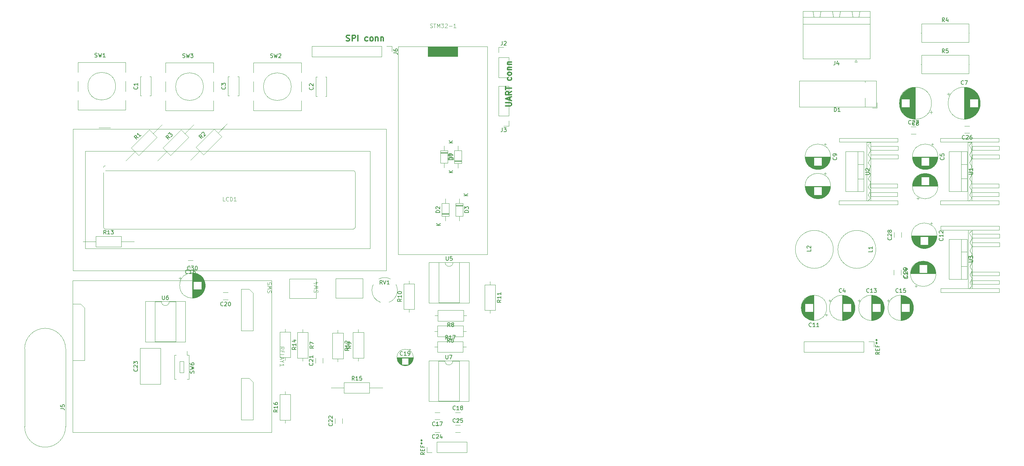
<source format=gbr>
%TF.GenerationSoftware,KiCad,Pcbnew,8.0.3*%
%TF.CreationDate,2024-11-22T15:21:49+07:00*%
%TF.ProjectId,oscilloscope,6f736369-6c6c-46f7-9363-6f70652e6b69,rev?*%
%TF.SameCoordinates,Original*%
%TF.FileFunction,Legend,Top*%
%TF.FilePolarity,Positive*%
%FSLAX46Y46*%
G04 Gerber Fmt 4.6, Leading zero omitted, Abs format (unit mm)*
G04 Created by KiCad (PCBNEW 8.0.3) date 2024-11-22 15:21:49*
%MOMM*%
%LPD*%
G01*
G04 APERTURE LIST*
%ADD10C,0.300000*%
%ADD11C,0.150000*%
%ADD12C,0.100000*%
%ADD13C,0.120000*%
G04 APERTURE END LIST*
D10*
X111733082Y-37621900D02*
X111947368Y-37693328D01*
X111947368Y-37693328D02*
X112304510Y-37693328D01*
X112304510Y-37693328D02*
X112447368Y-37621900D01*
X112447368Y-37621900D02*
X112518796Y-37550471D01*
X112518796Y-37550471D02*
X112590225Y-37407614D01*
X112590225Y-37407614D02*
X112590225Y-37264757D01*
X112590225Y-37264757D02*
X112518796Y-37121900D01*
X112518796Y-37121900D02*
X112447368Y-37050471D01*
X112447368Y-37050471D02*
X112304510Y-36979042D01*
X112304510Y-36979042D02*
X112018796Y-36907614D01*
X112018796Y-36907614D02*
X111875939Y-36836185D01*
X111875939Y-36836185D02*
X111804510Y-36764757D01*
X111804510Y-36764757D02*
X111733082Y-36621900D01*
X111733082Y-36621900D02*
X111733082Y-36479042D01*
X111733082Y-36479042D02*
X111804510Y-36336185D01*
X111804510Y-36336185D02*
X111875939Y-36264757D01*
X111875939Y-36264757D02*
X112018796Y-36193328D01*
X112018796Y-36193328D02*
X112375939Y-36193328D01*
X112375939Y-36193328D02*
X112590225Y-36264757D01*
X113233081Y-37693328D02*
X113233081Y-36193328D01*
X113233081Y-36193328D02*
X113804510Y-36193328D01*
X113804510Y-36193328D02*
X113947367Y-36264757D01*
X113947367Y-36264757D02*
X114018796Y-36336185D01*
X114018796Y-36336185D02*
X114090224Y-36479042D01*
X114090224Y-36479042D02*
X114090224Y-36693328D01*
X114090224Y-36693328D02*
X114018796Y-36836185D01*
X114018796Y-36836185D02*
X113947367Y-36907614D01*
X113947367Y-36907614D02*
X113804510Y-36979042D01*
X113804510Y-36979042D02*
X113233081Y-36979042D01*
X114733081Y-37693328D02*
X114733081Y-36193328D01*
X117233082Y-37621900D02*
X117090224Y-37693328D01*
X117090224Y-37693328D02*
X116804510Y-37693328D01*
X116804510Y-37693328D02*
X116661653Y-37621900D01*
X116661653Y-37621900D02*
X116590224Y-37550471D01*
X116590224Y-37550471D02*
X116518796Y-37407614D01*
X116518796Y-37407614D02*
X116518796Y-36979042D01*
X116518796Y-36979042D02*
X116590224Y-36836185D01*
X116590224Y-36836185D02*
X116661653Y-36764757D01*
X116661653Y-36764757D02*
X116804510Y-36693328D01*
X116804510Y-36693328D02*
X117090224Y-36693328D01*
X117090224Y-36693328D02*
X117233082Y-36764757D01*
X118090224Y-37693328D02*
X117947367Y-37621900D01*
X117947367Y-37621900D02*
X117875938Y-37550471D01*
X117875938Y-37550471D02*
X117804510Y-37407614D01*
X117804510Y-37407614D02*
X117804510Y-36979042D01*
X117804510Y-36979042D02*
X117875938Y-36836185D01*
X117875938Y-36836185D02*
X117947367Y-36764757D01*
X117947367Y-36764757D02*
X118090224Y-36693328D01*
X118090224Y-36693328D02*
X118304510Y-36693328D01*
X118304510Y-36693328D02*
X118447367Y-36764757D01*
X118447367Y-36764757D02*
X118518796Y-36836185D01*
X118518796Y-36836185D02*
X118590224Y-36979042D01*
X118590224Y-36979042D02*
X118590224Y-37407614D01*
X118590224Y-37407614D02*
X118518796Y-37550471D01*
X118518796Y-37550471D02*
X118447367Y-37621900D01*
X118447367Y-37621900D02*
X118304510Y-37693328D01*
X118304510Y-37693328D02*
X118090224Y-37693328D01*
X119233081Y-36693328D02*
X119233081Y-37693328D01*
X119233081Y-36836185D02*
X119304510Y-36764757D01*
X119304510Y-36764757D02*
X119447367Y-36693328D01*
X119447367Y-36693328D02*
X119661653Y-36693328D01*
X119661653Y-36693328D02*
X119804510Y-36764757D01*
X119804510Y-36764757D02*
X119875939Y-36907614D01*
X119875939Y-36907614D02*
X119875939Y-37693328D01*
X120590224Y-36693328D02*
X120590224Y-37693328D01*
X120590224Y-36836185D02*
X120661653Y-36764757D01*
X120661653Y-36764757D02*
X120804510Y-36693328D01*
X120804510Y-36693328D02*
X121018796Y-36693328D01*
X121018796Y-36693328D02*
X121161653Y-36764757D01*
X121161653Y-36764757D02*
X121233082Y-36907614D01*
X121233082Y-36907614D02*
X121233082Y-37693328D01*
X152550828Y-54337989D02*
X153765114Y-54337989D01*
X153765114Y-54337989D02*
X153907971Y-54266560D01*
X153907971Y-54266560D02*
X153979400Y-54195132D01*
X153979400Y-54195132D02*
X154050828Y-54052274D01*
X154050828Y-54052274D02*
X154050828Y-53766560D01*
X154050828Y-53766560D02*
X153979400Y-53623703D01*
X153979400Y-53623703D02*
X153907971Y-53552274D01*
X153907971Y-53552274D02*
X153765114Y-53480846D01*
X153765114Y-53480846D02*
X152550828Y-53480846D01*
X153622257Y-52837988D02*
X153622257Y-52123703D01*
X154050828Y-52980845D02*
X152550828Y-52480845D01*
X152550828Y-52480845D02*
X154050828Y-51980845D01*
X154050828Y-50623703D02*
X153336542Y-51123703D01*
X154050828Y-51480846D02*
X152550828Y-51480846D01*
X152550828Y-51480846D02*
X152550828Y-50909417D01*
X152550828Y-50909417D02*
X152622257Y-50766560D01*
X152622257Y-50766560D02*
X152693685Y-50695131D01*
X152693685Y-50695131D02*
X152836542Y-50623703D01*
X152836542Y-50623703D02*
X153050828Y-50623703D01*
X153050828Y-50623703D02*
X153193685Y-50695131D01*
X153193685Y-50695131D02*
X153265114Y-50766560D01*
X153265114Y-50766560D02*
X153336542Y-50909417D01*
X153336542Y-50909417D02*
X153336542Y-51480846D01*
X152550828Y-50195131D02*
X152550828Y-49337989D01*
X154050828Y-49766560D02*
X152550828Y-49766560D01*
X153979400Y-47052275D02*
X154050828Y-47195132D01*
X154050828Y-47195132D02*
X154050828Y-47480846D01*
X154050828Y-47480846D02*
X153979400Y-47623703D01*
X153979400Y-47623703D02*
X153907971Y-47695132D01*
X153907971Y-47695132D02*
X153765114Y-47766560D01*
X153765114Y-47766560D02*
X153336542Y-47766560D01*
X153336542Y-47766560D02*
X153193685Y-47695132D01*
X153193685Y-47695132D02*
X153122257Y-47623703D01*
X153122257Y-47623703D02*
X153050828Y-47480846D01*
X153050828Y-47480846D02*
X153050828Y-47195132D01*
X153050828Y-47195132D02*
X153122257Y-47052275D01*
X154050828Y-46195132D02*
X153979400Y-46337989D01*
X153979400Y-46337989D02*
X153907971Y-46409418D01*
X153907971Y-46409418D02*
X153765114Y-46480846D01*
X153765114Y-46480846D02*
X153336542Y-46480846D01*
X153336542Y-46480846D02*
X153193685Y-46409418D01*
X153193685Y-46409418D02*
X153122257Y-46337989D01*
X153122257Y-46337989D02*
X153050828Y-46195132D01*
X153050828Y-46195132D02*
X153050828Y-45980846D01*
X153050828Y-45980846D02*
X153122257Y-45837989D01*
X153122257Y-45837989D02*
X153193685Y-45766561D01*
X153193685Y-45766561D02*
X153336542Y-45695132D01*
X153336542Y-45695132D02*
X153765114Y-45695132D01*
X153765114Y-45695132D02*
X153907971Y-45766561D01*
X153907971Y-45766561D02*
X153979400Y-45837989D01*
X153979400Y-45837989D02*
X154050828Y-45980846D01*
X154050828Y-45980846D02*
X154050828Y-46195132D01*
X153050828Y-45052275D02*
X154050828Y-45052275D01*
X153193685Y-45052275D02*
X153122257Y-44980846D01*
X153122257Y-44980846D02*
X153050828Y-44837989D01*
X153050828Y-44837989D02*
X153050828Y-44623703D01*
X153050828Y-44623703D02*
X153122257Y-44480846D01*
X153122257Y-44480846D02*
X153265114Y-44409418D01*
X153265114Y-44409418D02*
X154050828Y-44409418D01*
X153050828Y-43695132D02*
X154050828Y-43695132D01*
X153193685Y-43695132D02*
X153122257Y-43623703D01*
X153122257Y-43623703D02*
X153050828Y-43480846D01*
X153050828Y-43480846D02*
X153050828Y-43266560D01*
X153050828Y-43266560D02*
X153122257Y-43123703D01*
X153122257Y-43123703D02*
X153265114Y-43052275D01*
X153265114Y-43052275D02*
X154050828Y-43052275D01*
D11*
X71674763Y-96352080D02*
X71627144Y-96399700D01*
X71627144Y-96399700D02*
X71484287Y-96447319D01*
X71484287Y-96447319D02*
X71389049Y-96447319D01*
X71389049Y-96447319D02*
X71246192Y-96399700D01*
X71246192Y-96399700D02*
X71150954Y-96304461D01*
X71150954Y-96304461D02*
X71103335Y-96209223D01*
X71103335Y-96209223D02*
X71055716Y-96018747D01*
X71055716Y-96018747D02*
X71055716Y-95875890D01*
X71055716Y-95875890D02*
X71103335Y-95685414D01*
X71103335Y-95685414D02*
X71150954Y-95590176D01*
X71150954Y-95590176D02*
X71246192Y-95494938D01*
X71246192Y-95494938D02*
X71389049Y-95447319D01*
X71389049Y-95447319D02*
X71484287Y-95447319D01*
X71484287Y-95447319D02*
X71627144Y-95494938D01*
X71627144Y-95494938D02*
X71674763Y-95542557D01*
X72008097Y-95447319D02*
X72627144Y-95447319D01*
X72627144Y-95447319D02*
X72293811Y-95828271D01*
X72293811Y-95828271D02*
X72436668Y-95828271D01*
X72436668Y-95828271D02*
X72531906Y-95875890D01*
X72531906Y-95875890D02*
X72579525Y-95923509D01*
X72579525Y-95923509D02*
X72627144Y-96018747D01*
X72627144Y-96018747D02*
X72627144Y-96256842D01*
X72627144Y-96256842D02*
X72579525Y-96352080D01*
X72579525Y-96352080D02*
X72531906Y-96399700D01*
X72531906Y-96399700D02*
X72436668Y-96447319D01*
X72436668Y-96447319D02*
X72150954Y-96447319D01*
X72150954Y-96447319D02*
X72055716Y-96399700D01*
X72055716Y-96399700D02*
X72008097Y-96352080D01*
X73246192Y-95447319D02*
X73341430Y-95447319D01*
X73341430Y-95447319D02*
X73436668Y-95494938D01*
X73436668Y-95494938D02*
X73484287Y-95542557D01*
X73484287Y-95542557D02*
X73531906Y-95637795D01*
X73531906Y-95637795D02*
X73579525Y-95828271D01*
X73579525Y-95828271D02*
X73579525Y-96066366D01*
X73579525Y-96066366D02*
X73531906Y-96256842D01*
X73531906Y-96256842D02*
X73484287Y-96352080D01*
X73484287Y-96352080D02*
X73436668Y-96399700D01*
X73436668Y-96399700D02*
X73341430Y-96447319D01*
X73341430Y-96447319D02*
X73246192Y-96447319D01*
X73246192Y-96447319D02*
X73150954Y-96399700D01*
X73150954Y-96399700D02*
X73103335Y-96352080D01*
X73103335Y-96352080D02*
X73055716Y-96256842D01*
X73055716Y-96256842D02*
X73008097Y-96066366D01*
X73008097Y-96066366D02*
X73008097Y-95828271D01*
X73008097Y-95828271D02*
X73055716Y-95637795D01*
X73055716Y-95637795D02*
X73103335Y-95542557D01*
X73103335Y-95542557D02*
X73150954Y-95494938D01*
X73150954Y-95494938D02*
X73246192Y-95447319D01*
X131822440Y-143225833D02*
X131346249Y-143559166D01*
X131822440Y-143797261D02*
X130822440Y-143797261D01*
X130822440Y-143797261D02*
X130822440Y-143416309D01*
X130822440Y-143416309D02*
X130870059Y-143321071D01*
X130870059Y-143321071D02*
X130917678Y-143273452D01*
X130917678Y-143273452D02*
X131012916Y-143225833D01*
X131012916Y-143225833D02*
X131155773Y-143225833D01*
X131155773Y-143225833D02*
X131251011Y-143273452D01*
X131251011Y-143273452D02*
X131298630Y-143321071D01*
X131298630Y-143321071D02*
X131346249Y-143416309D01*
X131346249Y-143416309D02*
X131346249Y-143797261D01*
X131298630Y-142797261D02*
X131298630Y-142463928D01*
X131822440Y-142321071D02*
X131822440Y-142797261D01*
X131822440Y-142797261D02*
X130822440Y-142797261D01*
X130822440Y-142797261D02*
X130822440Y-142321071D01*
X131298630Y-141559166D02*
X131298630Y-141892499D01*
X131822440Y-141892499D02*
X130822440Y-141892499D01*
X130822440Y-141892499D02*
X130822440Y-141416309D01*
X130822440Y-140892499D02*
X131060535Y-140892499D01*
X130965297Y-141130594D02*
X131060535Y-140892499D01*
X131060535Y-140892499D02*
X130965297Y-140654404D01*
X131251011Y-141035356D02*
X131060535Y-140892499D01*
X131060535Y-140892499D02*
X131251011Y-140749642D01*
X130822440Y-140130594D02*
X131060535Y-140130594D01*
X130965297Y-140368689D02*
X131060535Y-140130594D01*
X131060535Y-140130594D02*
X130965297Y-139892499D01*
X131251011Y-140273451D02*
X131060535Y-140130594D01*
X131060535Y-140130594D02*
X131251011Y-139987737D01*
X80687201Y-49449166D02*
X80734821Y-49496785D01*
X80734821Y-49496785D02*
X80782440Y-49639642D01*
X80782440Y-49639642D02*
X80782440Y-49734880D01*
X80782440Y-49734880D02*
X80734821Y-49877737D01*
X80734821Y-49877737D02*
X80639582Y-49972975D01*
X80639582Y-49972975D02*
X80544344Y-50020594D01*
X80544344Y-50020594D02*
X80353868Y-50068213D01*
X80353868Y-50068213D02*
X80211011Y-50068213D01*
X80211011Y-50068213D02*
X80020535Y-50020594D01*
X80020535Y-50020594D02*
X79925297Y-49972975D01*
X79925297Y-49972975D02*
X79830059Y-49877737D01*
X79830059Y-49877737D02*
X79782440Y-49734880D01*
X79782440Y-49734880D02*
X79782440Y-49639642D01*
X79782440Y-49639642D02*
X79830059Y-49496785D01*
X79830059Y-49496785D02*
X79877678Y-49449166D01*
X79782440Y-49115832D02*
X79782440Y-48496785D01*
X79782440Y-48496785D02*
X80163392Y-48830118D01*
X80163392Y-48830118D02*
X80163392Y-48687261D01*
X80163392Y-48687261D02*
X80211011Y-48592023D01*
X80211011Y-48592023D02*
X80258630Y-48544404D01*
X80258630Y-48544404D02*
X80353868Y-48496785D01*
X80353868Y-48496785D02*
X80591963Y-48496785D01*
X80591963Y-48496785D02*
X80687201Y-48544404D01*
X80687201Y-48544404D02*
X80734821Y-48592023D01*
X80734821Y-48592023D02*
X80782440Y-48687261D01*
X80782440Y-48687261D02*
X80782440Y-48972975D01*
X80782440Y-48972975D02*
X80734821Y-49068213D01*
X80734821Y-49068213D02*
X80687201Y-49115832D01*
X251377201Y-88085357D02*
X251424821Y-88132976D01*
X251424821Y-88132976D02*
X251472440Y-88275833D01*
X251472440Y-88275833D02*
X251472440Y-88371071D01*
X251472440Y-88371071D02*
X251424821Y-88513928D01*
X251424821Y-88513928D02*
X251329582Y-88609166D01*
X251329582Y-88609166D02*
X251234344Y-88656785D01*
X251234344Y-88656785D02*
X251043868Y-88704404D01*
X251043868Y-88704404D02*
X250901011Y-88704404D01*
X250901011Y-88704404D02*
X250710535Y-88656785D01*
X250710535Y-88656785D02*
X250615297Y-88609166D01*
X250615297Y-88609166D02*
X250520059Y-88513928D01*
X250520059Y-88513928D02*
X250472440Y-88371071D01*
X250472440Y-88371071D02*
X250472440Y-88275833D01*
X250472440Y-88275833D02*
X250520059Y-88132976D01*
X250520059Y-88132976D02*
X250567678Y-88085357D01*
X250567678Y-87704404D02*
X250520059Y-87656785D01*
X250520059Y-87656785D02*
X250472440Y-87561547D01*
X250472440Y-87561547D02*
X250472440Y-87323452D01*
X250472440Y-87323452D02*
X250520059Y-87228214D01*
X250520059Y-87228214D02*
X250567678Y-87180595D01*
X250567678Y-87180595D02*
X250662916Y-87132976D01*
X250662916Y-87132976D02*
X250758154Y-87132976D01*
X250758154Y-87132976D02*
X250901011Y-87180595D01*
X250901011Y-87180595D02*
X251472440Y-87752023D01*
X251472440Y-87752023D02*
X251472440Y-87132976D01*
X250901011Y-86561547D02*
X250853392Y-86656785D01*
X250853392Y-86656785D02*
X250805773Y-86704404D01*
X250805773Y-86704404D02*
X250710535Y-86752023D01*
X250710535Y-86752023D02*
X250662916Y-86752023D01*
X250662916Y-86752023D02*
X250567678Y-86704404D01*
X250567678Y-86704404D02*
X250520059Y-86656785D01*
X250520059Y-86656785D02*
X250472440Y-86561547D01*
X250472440Y-86561547D02*
X250472440Y-86371071D01*
X250472440Y-86371071D02*
X250520059Y-86275833D01*
X250520059Y-86275833D02*
X250567678Y-86228214D01*
X250567678Y-86228214D02*
X250662916Y-86180595D01*
X250662916Y-86180595D02*
X250710535Y-86180595D01*
X250710535Y-86180595D02*
X250805773Y-86228214D01*
X250805773Y-86228214D02*
X250853392Y-86275833D01*
X250853392Y-86275833D02*
X250901011Y-86371071D01*
X250901011Y-86371071D02*
X250901011Y-86561547D01*
X250901011Y-86561547D02*
X250948630Y-86656785D01*
X250948630Y-86656785D02*
X250996249Y-86704404D01*
X250996249Y-86704404D02*
X251091487Y-86752023D01*
X251091487Y-86752023D02*
X251281963Y-86752023D01*
X251281963Y-86752023D02*
X251377201Y-86704404D01*
X251377201Y-86704404D02*
X251424821Y-86656785D01*
X251424821Y-86656785D02*
X251472440Y-86561547D01*
X251472440Y-86561547D02*
X251472440Y-86371071D01*
X251472440Y-86371071D02*
X251424821Y-86275833D01*
X251424821Y-86275833D02*
X251377201Y-86228214D01*
X251377201Y-86228214D02*
X251281963Y-86180595D01*
X251281963Y-86180595D02*
X251091487Y-86180595D01*
X251091487Y-86180595D02*
X250996249Y-86228214D01*
X250996249Y-86228214D02*
X250948630Y-86275833D01*
X250948630Y-86275833D02*
X250901011Y-86371071D01*
X256424763Y-58952080D02*
X256377144Y-58999700D01*
X256377144Y-58999700D02*
X256234287Y-59047319D01*
X256234287Y-59047319D02*
X256139049Y-59047319D01*
X256139049Y-59047319D02*
X255996192Y-58999700D01*
X255996192Y-58999700D02*
X255900954Y-58904461D01*
X255900954Y-58904461D02*
X255853335Y-58809223D01*
X255853335Y-58809223D02*
X255805716Y-58618747D01*
X255805716Y-58618747D02*
X255805716Y-58475890D01*
X255805716Y-58475890D02*
X255853335Y-58285414D01*
X255853335Y-58285414D02*
X255900954Y-58190176D01*
X255900954Y-58190176D02*
X255996192Y-58094938D01*
X255996192Y-58094938D02*
X256139049Y-58047319D01*
X256139049Y-58047319D02*
X256234287Y-58047319D01*
X256234287Y-58047319D02*
X256377144Y-58094938D01*
X256377144Y-58094938D02*
X256424763Y-58142557D01*
X256805716Y-58142557D02*
X256853335Y-58094938D01*
X256853335Y-58094938D02*
X256948573Y-58047319D01*
X256948573Y-58047319D02*
X257186668Y-58047319D01*
X257186668Y-58047319D02*
X257281906Y-58094938D01*
X257281906Y-58094938D02*
X257329525Y-58142557D01*
X257329525Y-58142557D02*
X257377144Y-58237795D01*
X257377144Y-58237795D02*
X257377144Y-58333033D01*
X257377144Y-58333033D02*
X257329525Y-58475890D01*
X257329525Y-58475890D02*
X256758097Y-59047319D01*
X256758097Y-59047319D02*
X257377144Y-59047319D01*
X257710478Y-58047319D02*
X258377144Y-58047319D01*
X258377144Y-58047319D02*
X257948573Y-59047319D01*
X112902440Y-115889166D02*
X112426249Y-116222499D01*
X112902440Y-116460594D02*
X111902440Y-116460594D01*
X111902440Y-116460594D02*
X111902440Y-116079642D01*
X111902440Y-116079642D02*
X111950059Y-115984404D01*
X111950059Y-115984404D02*
X111997678Y-115936785D01*
X111997678Y-115936785D02*
X112092916Y-115889166D01*
X112092916Y-115889166D02*
X112235773Y-115889166D01*
X112235773Y-115889166D02*
X112331011Y-115936785D01*
X112331011Y-115936785D02*
X112378630Y-115984404D01*
X112378630Y-115984404D02*
X112426249Y-116079642D01*
X112426249Y-116079642D02*
X112426249Y-116460594D01*
X112902440Y-115412975D02*
X112902440Y-115222499D01*
X112902440Y-115222499D02*
X112854821Y-115127261D01*
X112854821Y-115127261D02*
X112807201Y-115079642D01*
X112807201Y-115079642D02*
X112664344Y-114984404D01*
X112664344Y-114984404D02*
X112473868Y-114936785D01*
X112473868Y-114936785D02*
X112092916Y-114936785D01*
X112092916Y-114936785D02*
X111997678Y-114984404D01*
X111997678Y-114984404D02*
X111950059Y-115032023D01*
X111950059Y-115032023D02*
X111902440Y-115127261D01*
X111902440Y-115127261D02*
X111902440Y-115317737D01*
X111902440Y-115317737D02*
X111950059Y-115412975D01*
X111950059Y-115412975D02*
X111997678Y-115460594D01*
X111997678Y-115460594D02*
X112092916Y-115508213D01*
X112092916Y-115508213D02*
X112331011Y-115508213D01*
X112331011Y-115508213D02*
X112426249Y-115460594D01*
X112426249Y-115460594D02*
X112473868Y-115412975D01*
X112473868Y-115412975D02*
X112521487Y-115317737D01*
X112521487Y-115317737D02*
X112521487Y-115127261D01*
X112521487Y-115127261D02*
X112473868Y-115032023D01*
X112473868Y-115032023D02*
X112426249Y-114984404D01*
X112426249Y-114984404D02*
X112331011Y-114936785D01*
X98892440Y-116245357D02*
X98416249Y-116578690D01*
X98892440Y-116816785D02*
X97892440Y-116816785D01*
X97892440Y-116816785D02*
X97892440Y-116435833D01*
X97892440Y-116435833D02*
X97940059Y-116340595D01*
X97940059Y-116340595D02*
X97987678Y-116292976D01*
X97987678Y-116292976D02*
X98082916Y-116245357D01*
X98082916Y-116245357D02*
X98225773Y-116245357D01*
X98225773Y-116245357D02*
X98321011Y-116292976D01*
X98321011Y-116292976D02*
X98368630Y-116340595D01*
X98368630Y-116340595D02*
X98416249Y-116435833D01*
X98416249Y-116435833D02*
X98416249Y-116816785D01*
X98892440Y-115292976D02*
X98892440Y-115864404D01*
X98892440Y-115578690D02*
X97892440Y-115578690D01*
X97892440Y-115578690D02*
X98035297Y-115673928D01*
X98035297Y-115673928D02*
X98130535Y-115769166D01*
X98130535Y-115769166D02*
X98178154Y-115864404D01*
X98225773Y-114435833D02*
X98892440Y-114435833D01*
X97844821Y-114673928D02*
X98559106Y-114912023D01*
X98559106Y-114912023D02*
X98559106Y-114292976D01*
X269900954Y-48752080D02*
X269853335Y-48799700D01*
X269853335Y-48799700D02*
X269710478Y-48847319D01*
X269710478Y-48847319D02*
X269615240Y-48847319D01*
X269615240Y-48847319D02*
X269472383Y-48799700D01*
X269472383Y-48799700D02*
X269377145Y-48704461D01*
X269377145Y-48704461D02*
X269329526Y-48609223D01*
X269329526Y-48609223D02*
X269281907Y-48418747D01*
X269281907Y-48418747D02*
X269281907Y-48275890D01*
X269281907Y-48275890D02*
X269329526Y-48085414D01*
X269329526Y-48085414D02*
X269377145Y-47990176D01*
X269377145Y-47990176D02*
X269472383Y-47894938D01*
X269472383Y-47894938D02*
X269615240Y-47847319D01*
X269615240Y-47847319D02*
X269710478Y-47847319D01*
X269710478Y-47847319D02*
X269853335Y-47894938D01*
X269853335Y-47894938D02*
X269900954Y-47942557D01*
X270234288Y-47847319D02*
X270900954Y-47847319D01*
X270900954Y-47847319D02*
X270472383Y-48847319D01*
X143042440Y-81690594D02*
X142042440Y-81690594D01*
X142042440Y-81690594D02*
X142042440Y-81452499D01*
X142042440Y-81452499D02*
X142090059Y-81309642D01*
X142090059Y-81309642D02*
X142185297Y-81214404D01*
X142185297Y-81214404D02*
X142280535Y-81166785D01*
X142280535Y-81166785D02*
X142471011Y-81119166D01*
X142471011Y-81119166D02*
X142613868Y-81119166D01*
X142613868Y-81119166D02*
X142804344Y-81166785D01*
X142804344Y-81166785D02*
X142899582Y-81214404D01*
X142899582Y-81214404D02*
X142994821Y-81309642D01*
X142994821Y-81309642D02*
X143042440Y-81452499D01*
X143042440Y-81452499D02*
X143042440Y-81690594D01*
X142042440Y-80785832D02*
X142042440Y-80166785D01*
X142042440Y-80166785D02*
X142423392Y-80500118D01*
X142423392Y-80500118D02*
X142423392Y-80357261D01*
X142423392Y-80357261D02*
X142471011Y-80262023D01*
X142471011Y-80262023D02*
X142518630Y-80214404D01*
X142518630Y-80214404D02*
X142613868Y-80166785D01*
X142613868Y-80166785D02*
X142851963Y-80166785D01*
X142851963Y-80166785D02*
X142947201Y-80214404D01*
X142947201Y-80214404D02*
X142994821Y-80262023D01*
X142994821Y-80262023D02*
X143042440Y-80357261D01*
X143042440Y-80357261D02*
X143042440Y-80642975D01*
X143042440Y-80642975D02*
X142994821Y-80738213D01*
X142994821Y-80738213D02*
X142947201Y-80785832D01*
X142872440Y-77404404D02*
X141872440Y-77404404D01*
X142872440Y-76832976D02*
X142301011Y-77261547D01*
X141872440Y-76832976D02*
X142443868Y-77404404D01*
X103187201Y-49569166D02*
X103234821Y-49616785D01*
X103234821Y-49616785D02*
X103282440Y-49759642D01*
X103282440Y-49759642D02*
X103282440Y-49854880D01*
X103282440Y-49854880D02*
X103234821Y-49997737D01*
X103234821Y-49997737D02*
X103139582Y-50092975D01*
X103139582Y-50092975D02*
X103044344Y-50140594D01*
X103044344Y-50140594D02*
X102853868Y-50188213D01*
X102853868Y-50188213D02*
X102711011Y-50188213D01*
X102711011Y-50188213D02*
X102520535Y-50140594D01*
X102520535Y-50140594D02*
X102425297Y-50092975D01*
X102425297Y-50092975D02*
X102330059Y-49997737D01*
X102330059Y-49997737D02*
X102282440Y-49854880D01*
X102282440Y-49854880D02*
X102282440Y-49759642D01*
X102282440Y-49759642D02*
X102330059Y-49616785D01*
X102330059Y-49616785D02*
X102377678Y-49569166D01*
X102377678Y-49188213D02*
X102330059Y-49140594D01*
X102330059Y-49140594D02*
X102282440Y-49045356D01*
X102282440Y-49045356D02*
X102282440Y-48807261D01*
X102282440Y-48807261D02*
X102330059Y-48712023D01*
X102330059Y-48712023D02*
X102377678Y-48664404D01*
X102377678Y-48664404D02*
X102472916Y-48616785D01*
X102472916Y-48616785D02*
X102568154Y-48616785D01*
X102568154Y-48616785D02*
X102711011Y-48664404D01*
X102711011Y-48664404D02*
X103282440Y-49235832D01*
X103282440Y-49235832D02*
X103282440Y-48616785D01*
X47324288Y-41779700D02*
X47467145Y-41827319D01*
X47467145Y-41827319D02*
X47705240Y-41827319D01*
X47705240Y-41827319D02*
X47800478Y-41779700D01*
X47800478Y-41779700D02*
X47848097Y-41732080D01*
X47848097Y-41732080D02*
X47895716Y-41636842D01*
X47895716Y-41636842D02*
X47895716Y-41541604D01*
X47895716Y-41541604D02*
X47848097Y-41446366D01*
X47848097Y-41446366D02*
X47800478Y-41398747D01*
X47800478Y-41398747D02*
X47705240Y-41351128D01*
X47705240Y-41351128D02*
X47514764Y-41303509D01*
X47514764Y-41303509D02*
X47419526Y-41255890D01*
X47419526Y-41255890D02*
X47371907Y-41208271D01*
X47371907Y-41208271D02*
X47324288Y-41113033D01*
X47324288Y-41113033D02*
X47324288Y-41017795D01*
X47324288Y-41017795D02*
X47371907Y-40922557D01*
X47371907Y-40922557D02*
X47419526Y-40874938D01*
X47419526Y-40874938D02*
X47514764Y-40827319D01*
X47514764Y-40827319D02*
X47752859Y-40827319D01*
X47752859Y-40827319D02*
X47895716Y-40874938D01*
X48229050Y-40827319D02*
X48467145Y-41827319D01*
X48467145Y-41827319D02*
X48657621Y-41113033D01*
X48657621Y-41113033D02*
X48848097Y-41827319D01*
X48848097Y-41827319D02*
X49086193Y-40827319D01*
X49990954Y-41827319D02*
X49419526Y-41827319D01*
X49705240Y-41827319D02*
X49705240Y-40827319D01*
X49705240Y-40827319D02*
X49610002Y-40970176D01*
X49610002Y-40970176D02*
X49514764Y-41065414D01*
X49514764Y-41065414D02*
X49419526Y-41113033D01*
X103392440Y-115889166D02*
X102916249Y-116222499D01*
X103392440Y-116460594D02*
X102392440Y-116460594D01*
X102392440Y-116460594D02*
X102392440Y-116079642D01*
X102392440Y-116079642D02*
X102440059Y-115984404D01*
X102440059Y-115984404D02*
X102487678Y-115936785D01*
X102487678Y-115936785D02*
X102582916Y-115889166D01*
X102582916Y-115889166D02*
X102725773Y-115889166D01*
X102725773Y-115889166D02*
X102821011Y-115936785D01*
X102821011Y-115936785D02*
X102868630Y-115984404D01*
X102868630Y-115984404D02*
X102916249Y-116079642D01*
X102916249Y-116079642D02*
X102916249Y-116460594D01*
X102392440Y-115555832D02*
X102392440Y-114889166D01*
X102392440Y-114889166D02*
X103392440Y-115317737D01*
X139202440Y-68135594D02*
X138202440Y-68135594D01*
X138202440Y-68135594D02*
X138202440Y-67897499D01*
X138202440Y-67897499D02*
X138250059Y-67754642D01*
X138250059Y-67754642D02*
X138345297Y-67659404D01*
X138345297Y-67659404D02*
X138440535Y-67611785D01*
X138440535Y-67611785D02*
X138631011Y-67564166D01*
X138631011Y-67564166D02*
X138773868Y-67564166D01*
X138773868Y-67564166D02*
X138964344Y-67611785D01*
X138964344Y-67611785D02*
X139059582Y-67659404D01*
X139059582Y-67659404D02*
X139154821Y-67754642D01*
X139154821Y-67754642D02*
X139202440Y-67897499D01*
X139202440Y-67897499D02*
X139202440Y-68135594D01*
X138202440Y-67230832D02*
X138202440Y-66564166D01*
X138202440Y-66564166D02*
X139202440Y-66992737D01*
X139032440Y-63849404D02*
X138032440Y-63849404D01*
X139032440Y-63277976D02*
X138461011Y-63706547D01*
X138032440Y-63277976D02*
X138603868Y-63849404D01*
X271292440Y-94404404D02*
X272101963Y-94404404D01*
X272101963Y-94404404D02*
X272197201Y-94356785D01*
X272197201Y-94356785D02*
X272244821Y-94309166D01*
X272244821Y-94309166D02*
X272292440Y-94213928D01*
X272292440Y-94213928D02*
X272292440Y-94023452D01*
X272292440Y-94023452D02*
X272244821Y-93928214D01*
X272244821Y-93928214D02*
X272197201Y-93880595D01*
X272197201Y-93880595D02*
X272101963Y-93832976D01*
X272101963Y-93832976D02*
X271292440Y-93832976D01*
X271292440Y-93452023D02*
X271292440Y-92832976D01*
X271292440Y-92832976D02*
X271673392Y-93166309D01*
X271673392Y-93166309D02*
X271673392Y-93023452D01*
X271673392Y-93023452D02*
X271721011Y-92928214D01*
X271721011Y-92928214D02*
X271768630Y-92880595D01*
X271768630Y-92880595D02*
X271863868Y-92832976D01*
X271863868Y-92832976D02*
X272101963Y-92832976D01*
X272101963Y-92832976D02*
X272197201Y-92880595D01*
X272197201Y-92880595D02*
X272244821Y-92928214D01*
X272244821Y-92928214D02*
X272292440Y-93023452D01*
X272292440Y-93023452D02*
X272292440Y-93309166D01*
X272292440Y-93309166D02*
X272244821Y-93404404D01*
X272244821Y-93404404D02*
X272197201Y-93452023D01*
X64615716Y-103017319D02*
X64615716Y-103826842D01*
X64615716Y-103826842D02*
X64663335Y-103922080D01*
X64663335Y-103922080D02*
X64710954Y-103969700D01*
X64710954Y-103969700D02*
X64806192Y-104017319D01*
X64806192Y-104017319D02*
X64996668Y-104017319D01*
X64996668Y-104017319D02*
X65091906Y-103969700D01*
X65091906Y-103969700D02*
X65139525Y-103922080D01*
X65139525Y-103922080D02*
X65187144Y-103826842D01*
X65187144Y-103826842D02*
X65187144Y-103017319D01*
X66091906Y-103017319D02*
X65901430Y-103017319D01*
X65901430Y-103017319D02*
X65806192Y-103064938D01*
X65806192Y-103064938D02*
X65758573Y-103112557D01*
X65758573Y-103112557D02*
X65663335Y-103255414D01*
X65663335Y-103255414D02*
X65615716Y-103445890D01*
X65615716Y-103445890D02*
X65615716Y-103826842D01*
X65615716Y-103826842D02*
X65663335Y-103922080D01*
X65663335Y-103922080D02*
X65710954Y-103969700D01*
X65710954Y-103969700D02*
X65806192Y-104017319D01*
X65806192Y-104017319D02*
X65996668Y-104017319D01*
X65996668Y-104017319D02*
X66091906Y-103969700D01*
X66091906Y-103969700D02*
X66139525Y-103922080D01*
X66139525Y-103922080D02*
X66187144Y-103826842D01*
X66187144Y-103826842D02*
X66187144Y-103588747D01*
X66187144Y-103588747D02*
X66139525Y-103493509D01*
X66139525Y-103493509D02*
X66091906Y-103445890D01*
X66091906Y-103445890D02*
X65996668Y-103398271D01*
X65996668Y-103398271D02*
X65806192Y-103398271D01*
X65806192Y-103398271D02*
X65710954Y-103445890D01*
X65710954Y-103445890D02*
X65663335Y-103493509D01*
X65663335Y-103493509D02*
X65615716Y-103588747D01*
X137754763Y-114227319D02*
X137421430Y-113751128D01*
X137183335Y-114227319D02*
X137183335Y-113227319D01*
X137183335Y-113227319D02*
X137564287Y-113227319D01*
X137564287Y-113227319D02*
X137659525Y-113274938D01*
X137659525Y-113274938D02*
X137707144Y-113322557D01*
X137707144Y-113322557D02*
X137754763Y-113417795D01*
X137754763Y-113417795D02*
X137754763Y-113560652D01*
X137754763Y-113560652D02*
X137707144Y-113655890D01*
X137707144Y-113655890D02*
X137659525Y-113703509D01*
X137659525Y-113703509D02*
X137564287Y-113751128D01*
X137564287Y-113751128D02*
X137183335Y-113751128D01*
X138707144Y-114227319D02*
X138135716Y-114227319D01*
X138421430Y-114227319D02*
X138421430Y-113227319D01*
X138421430Y-113227319D02*
X138326192Y-113370176D01*
X138326192Y-113370176D02*
X138230954Y-113465414D01*
X138230954Y-113465414D02*
X138135716Y-113513033D01*
X139040478Y-113227319D02*
X139707144Y-113227319D01*
X139707144Y-113227319D02*
X139278573Y-114227319D01*
X139674763Y-135452080D02*
X139627144Y-135499700D01*
X139627144Y-135499700D02*
X139484287Y-135547319D01*
X139484287Y-135547319D02*
X139389049Y-135547319D01*
X139389049Y-135547319D02*
X139246192Y-135499700D01*
X139246192Y-135499700D02*
X139150954Y-135404461D01*
X139150954Y-135404461D02*
X139103335Y-135309223D01*
X139103335Y-135309223D02*
X139055716Y-135118747D01*
X139055716Y-135118747D02*
X139055716Y-134975890D01*
X139055716Y-134975890D02*
X139103335Y-134785414D01*
X139103335Y-134785414D02*
X139150954Y-134690176D01*
X139150954Y-134690176D02*
X139246192Y-134594938D01*
X139246192Y-134594938D02*
X139389049Y-134547319D01*
X139389049Y-134547319D02*
X139484287Y-134547319D01*
X139484287Y-134547319D02*
X139627144Y-134594938D01*
X139627144Y-134594938D02*
X139674763Y-134642557D01*
X140055716Y-134642557D02*
X140103335Y-134594938D01*
X140103335Y-134594938D02*
X140198573Y-134547319D01*
X140198573Y-134547319D02*
X140436668Y-134547319D01*
X140436668Y-134547319D02*
X140531906Y-134594938D01*
X140531906Y-134594938D02*
X140579525Y-134642557D01*
X140579525Y-134642557D02*
X140627144Y-134737795D01*
X140627144Y-134737795D02*
X140627144Y-134833033D01*
X140627144Y-134833033D02*
X140579525Y-134975890D01*
X140579525Y-134975890D02*
X140008097Y-135547319D01*
X140008097Y-135547319D02*
X140627144Y-135547319D01*
X141531906Y-134547319D02*
X141055716Y-134547319D01*
X141055716Y-134547319D02*
X141008097Y-135023509D01*
X141008097Y-135023509D02*
X141055716Y-134975890D01*
X141055716Y-134975890D02*
X141150954Y-134928271D01*
X141150954Y-134928271D02*
X141389049Y-134928271D01*
X141389049Y-134928271D02*
X141484287Y-134975890D01*
X141484287Y-134975890D02*
X141531906Y-135023509D01*
X141531906Y-135023509D02*
X141579525Y-135118747D01*
X141579525Y-135118747D02*
X141579525Y-135356842D01*
X141579525Y-135356842D02*
X141531906Y-135452080D01*
X141531906Y-135452080D02*
X141484287Y-135499700D01*
X141484287Y-135499700D02*
X141389049Y-135547319D01*
X141389049Y-135547319D02*
X141150954Y-135547319D01*
X141150954Y-135547319D02*
X141055716Y-135499700D01*
X141055716Y-135499700D02*
X141008097Y-135452080D01*
X151734287Y-37767319D02*
X151734287Y-38481604D01*
X151734287Y-38481604D02*
X151686668Y-38624461D01*
X151686668Y-38624461D02*
X151591430Y-38719700D01*
X151591430Y-38719700D02*
X151448573Y-38767319D01*
X151448573Y-38767319D02*
X151353335Y-38767319D01*
X152162859Y-37862557D02*
X152210478Y-37814938D01*
X152210478Y-37814938D02*
X152305716Y-37767319D01*
X152305716Y-37767319D02*
X152543811Y-37767319D01*
X152543811Y-37767319D02*
X152639049Y-37814938D01*
X152639049Y-37814938D02*
X152686668Y-37862557D01*
X152686668Y-37862557D02*
X152734287Y-37957795D01*
X152734287Y-37957795D02*
X152734287Y-38053033D01*
X152734287Y-38053033D02*
X152686668Y-38195890D01*
X152686668Y-38195890D02*
X152115240Y-38767319D01*
X152115240Y-38767319D02*
X152734287Y-38767319D01*
X123852440Y-40725833D02*
X124566725Y-40725833D01*
X124566725Y-40725833D02*
X124709582Y-40773452D01*
X124709582Y-40773452D02*
X124804821Y-40868690D01*
X124804821Y-40868690D02*
X124852440Y-41011547D01*
X124852440Y-41011547D02*
X124852440Y-41106785D01*
X123852440Y-39821071D02*
X123852440Y-40011547D01*
X123852440Y-40011547D02*
X123900059Y-40106785D01*
X123900059Y-40106785D02*
X123947678Y-40154404D01*
X123947678Y-40154404D02*
X124090535Y-40249642D01*
X124090535Y-40249642D02*
X124281011Y-40297261D01*
X124281011Y-40297261D02*
X124661963Y-40297261D01*
X124661963Y-40297261D02*
X124757201Y-40249642D01*
X124757201Y-40249642D02*
X124804821Y-40202023D01*
X124804821Y-40202023D02*
X124852440Y-40106785D01*
X124852440Y-40106785D02*
X124852440Y-39916309D01*
X124852440Y-39916309D02*
X124804821Y-39821071D01*
X124804821Y-39821071D02*
X124757201Y-39773452D01*
X124757201Y-39773452D02*
X124661963Y-39725833D01*
X124661963Y-39725833D02*
X124423868Y-39725833D01*
X124423868Y-39725833D02*
X124328630Y-39773452D01*
X124328630Y-39773452D02*
X124281011Y-39821071D01*
X124281011Y-39821071D02*
X124233392Y-39916309D01*
X124233392Y-39916309D02*
X124233392Y-40106785D01*
X124233392Y-40106785D02*
X124281011Y-40202023D01*
X124281011Y-40202023D02*
X124328630Y-40249642D01*
X124328630Y-40249642D02*
X124423868Y-40297261D01*
X230772440Y-91109166D02*
X230772440Y-91585356D01*
X230772440Y-91585356D02*
X229772440Y-91585356D01*
X229867678Y-90823451D02*
X229820059Y-90775832D01*
X229820059Y-90775832D02*
X229772440Y-90680594D01*
X229772440Y-90680594D02*
X229772440Y-90442499D01*
X229772440Y-90442499D02*
X229820059Y-90347261D01*
X229820059Y-90347261D02*
X229867678Y-90299642D01*
X229867678Y-90299642D02*
X229962916Y-90252023D01*
X229962916Y-90252023D02*
X230058154Y-90252023D01*
X230058154Y-90252023D02*
X230201011Y-90299642D01*
X230201011Y-90299642D02*
X230772440Y-90871070D01*
X230772440Y-90871070D02*
X230772440Y-90252023D01*
X151734287Y-59967319D02*
X151734287Y-60681604D01*
X151734287Y-60681604D02*
X151686668Y-60824461D01*
X151686668Y-60824461D02*
X151591430Y-60919700D01*
X151591430Y-60919700D02*
X151448573Y-60967319D01*
X151448573Y-60967319D02*
X151353335Y-60967319D01*
X152115240Y-59967319D02*
X152734287Y-59967319D01*
X152734287Y-59967319D02*
X152400954Y-60348271D01*
X152400954Y-60348271D02*
X152543811Y-60348271D01*
X152543811Y-60348271D02*
X152639049Y-60395890D01*
X152639049Y-60395890D02*
X152686668Y-60443509D01*
X152686668Y-60443509D02*
X152734287Y-60538747D01*
X152734287Y-60538747D02*
X152734287Y-60776842D01*
X152734287Y-60776842D02*
X152686668Y-60872080D01*
X152686668Y-60872080D02*
X152639049Y-60919700D01*
X152639049Y-60919700D02*
X152543811Y-60967319D01*
X152543811Y-60967319D02*
X152258097Y-60967319D01*
X152258097Y-60967319D02*
X152162859Y-60919700D01*
X152162859Y-60919700D02*
X152115240Y-60872080D01*
X92324288Y-41899700D02*
X92467145Y-41947319D01*
X92467145Y-41947319D02*
X92705240Y-41947319D01*
X92705240Y-41947319D02*
X92800478Y-41899700D01*
X92800478Y-41899700D02*
X92848097Y-41852080D01*
X92848097Y-41852080D02*
X92895716Y-41756842D01*
X92895716Y-41756842D02*
X92895716Y-41661604D01*
X92895716Y-41661604D02*
X92848097Y-41566366D01*
X92848097Y-41566366D02*
X92800478Y-41518747D01*
X92800478Y-41518747D02*
X92705240Y-41471128D01*
X92705240Y-41471128D02*
X92514764Y-41423509D01*
X92514764Y-41423509D02*
X92419526Y-41375890D01*
X92419526Y-41375890D02*
X92371907Y-41328271D01*
X92371907Y-41328271D02*
X92324288Y-41233033D01*
X92324288Y-41233033D02*
X92324288Y-41137795D01*
X92324288Y-41137795D02*
X92371907Y-41042557D01*
X92371907Y-41042557D02*
X92419526Y-40994938D01*
X92419526Y-40994938D02*
X92514764Y-40947319D01*
X92514764Y-40947319D02*
X92752859Y-40947319D01*
X92752859Y-40947319D02*
X92895716Y-40994938D01*
X93229050Y-40947319D02*
X93467145Y-41947319D01*
X93467145Y-41947319D02*
X93657621Y-41233033D01*
X93657621Y-41233033D02*
X93848097Y-41947319D01*
X93848097Y-41947319D02*
X94086193Y-40947319D01*
X94419526Y-41042557D02*
X94467145Y-40994938D01*
X94467145Y-40994938D02*
X94562383Y-40947319D01*
X94562383Y-40947319D02*
X94800478Y-40947319D01*
X94800478Y-40947319D02*
X94895716Y-40994938D01*
X94895716Y-40994938D02*
X94943335Y-41042557D01*
X94943335Y-41042557D02*
X94990954Y-41137795D01*
X94990954Y-41137795D02*
X94990954Y-41233033D01*
X94990954Y-41233033D02*
X94943335Y-41375890D01*
X94943335Y-41375890D02*
X94371907Y-41947319D01*
X94371907Y-41947319D02*
X94990954Y-41947319D01*
X137315716Y-92967319D02*
X137315716Y-93776842D01*
X137315716Y-93776842D02*
X137363335Y-93872080D01*
X137363335Y-93872080D02*
X137410954Y-93919700D01*
X137410954Y-93919700D02*
X137506192Y-93967319D01*
X137506192Y-93967319D02*
X137696668Y-93967319D01*
X137696668Y-93967319D02*
X137791906Y-93919700D01*
X137791906Y-93919700D02*
X137839525Y-93872080D01*
X137839525Y-93872080D02*
X137887144Y-93776842D01*
X137887144Y-93776842D02*
X137887144Y-92967319D01*
X138839525Y-92967319D02*
X138363335Y-92967319D01*
X138363335Y-92967319D02*
X138315716Y-93443509D01*
X138315716Y-93443509D02*
X138363335Y-93395890D01*
X138363335Y-93395890D02*
X138458573Y-93348271D01*
X138458573Y-93348271D02*
X138696668Y-93348271D01*
X138696668Y-93348271D02*
X138791906Y-93395890D01*
X138791906Y-93395890D02*
X138839525Y-93443509D01*
X138839525Y-93443509D02*
X138887144Y-93538747D01*
X138887144Y-93538747D02*
X138887144Y-93776842D01*
X138887144Y-93776842D02*
X138839525Y-93872080D01*
X138839525Y-93872080D02*
X138791906Y-93919700D01*
X138791906Y-93919700D02*
X138696668Y-93967319D01*
X138696668Y-93967319D02*
X138458573Y-93967319D01*
X138458573Y-93967319D02*
X138363335Y-93919700D01*
X138363335Y-93919700D02*
X138315716Y-93872080D01*
X103127201Y-120285357D02*
X103174821Y-120332976D01*
X103174821Y-120332976D02*
X103222440Y-120475833D01*
X103222440Y-120475833D02*
X103222440Y-120571071D01*
X103222440Y-120571071D02*
X103174821Y-120713928D01*
X103174821Y-120713928D02*
X103079582Y-120809166D01*
X103079582Y-120809166D02*
X102984344Y-120856785D01*
X102984344Y-120856785D02*
X102793868Y-120904404D01*
X102793868Y-120904404D02*
X102651011Y-120904404D01*
X102651011Y-120904404D02*
X102460535Y-120856785D01*
X102460535Y-120856785D02*
X102365297Y-120809166D01*
X102365297Y-120809166D02*
X102270059Y-120713928D01*
X102270059Y-120713928D02*
X102222440Y-120571071D01*
X102222440Y-120571071D02*
X102222440Y-120475833D01*
X102222440Y-120475833D02*
X102270059Y-120332976D01*
X102270059Y-120332976D02*
X102317678Y-120285357D01*
X102317678Y-119904404D02*
X102270059Y-119856785D01*
X102270059Y-119856785D02*
X102222440Y-119761547D01*
X102222440Y-119761547D02*
X102222440Y-119523452D01*
X102222440Y-119523452D02*
X102270059Y-119428214D01*
X102270059Y-119428214D02*
X102317678Y-119380595D01*
X102317678Y-119380595D02*
X102412916Y-119332976D01*
X102412916Y-119332976D02*
X102508154Y-119332976D01*
X102508154Y-119332976D02*
X102651011Y-119380595D01*
X102651011Y-119380595D02*
X103222440Y-119952023D01*
X103222440Y-119952023D02*
X103222440Y-119332976D01*
X103222440Y-118380595D02*
X103222440Y-118952023D01*
X103222440Y-118666309D02*
X102222440Y-118666309D01*
X102222440Y-118666309D02*
X102365297Y-118761547D01*
X102365297Y-118761547D02*
X102460535Y-118856785D01*
X102460535Y-118856785D02*
X102508154Y-118952023D01*
D12*
X94760201Y-116731547D02*
X95236392Y-116398214D01*
X94760201Y-116160119D02*
X95760201Y-116160119D01*
X95760201Y-116160119D02*
X95760201Y-116541071D01*
X95760201Y-116541071D02*
X95712582Y-116636309D01*
X95712582Y-116636309D02*
X95664963Y-116683928D01*
X95664963Y-116683928D02*
X95569725Y-116731547D01*
X95569725Y-116731547D02*
X95426868Y-116731547D01*
X95426868Y-116731547D02*
X95331630Y-116683928D01*
X95331630Y-116683928D02*
X95284011Y-116636309D01*
X95284011Y-116636309D02*
X95236392Y-116541071D01*
X95236392Y-116541071D02*
X95236392Y-116160119D01*
X95284011Y-117160119D02*
X95284011Y-117493452D01*
X94760201Y-117636309D02*
X94760201Y-117160119D01*
X94760201Y-117160119D02*
X95760201Y-117160119D01*
X95760201Y-117160119D02*
X95760201Y-117636309D01*
X94760201Y-118541071D02*
X94760201Y-118064881D01*
X94760201Y-118064881D02*
X95760201Y-118064881D01*
X95045916Y-118826786D02*
X95045916Y-119302976D01*
X94760201Y-118731548D02*
X95760201Y-119064881D01*
X95760201Y-119064881D02*
X94760201Y-119398214D01*
X95236392Y-119922024D02*
X94760201Y-119922024D01*
X95760201Y-119588691D02*
X95236392Y-119922024D01*
X95236392Y-119922024D02*
X95760201Y-120255357D01*
X94760201Y-121112500D02*
X94760201Y-120541072D01*
X94760201Y-120826786D02*
X95760201Y-120826786D01*
X95760201Y-120826786D02*
X95617344Y-120731548D01*
X95617344Y-120731548D02*
X95522106Y-120636310D01*
X95522106Y-120636310D02*
X95474487Y-120541072D01*
D11*
X230924763Y-110902080D02*
X230877144Y-110949700D01*
X230877144Y-110949700D02*
X230734287Y-110997319D01*
X230734287Y-110997319D02*
X230639049Y-110997319D01*
X230639049Y-110997319D02*
X230496192Y-110949700D01*
X230496192Y-110949700D02*
X230400954Y-110854461D01*
X230400954Y-110854461D02*
X230353335Y-110759223D01*
X230353335Y-110759223D02*
X230305716Y-110568747D01*
X230305716Y-110568747D02*
X230305716Y-110425890D01*
X230305716Y-110425890D02*
X230353335Y-110235414D01*
X230353335Y-110235414D02*
X230400954Y-110140176D01*
X230400954Y-110140176D02*
X230496192Y-110044938D01*
X230496192Y-110044938D02*
X230639049Y-109997319D01*
X230639049Y-109997319D02*
X230734287Y-109997319D01*
X230734287Y-109997319D02*
X230877144Y-110044938D01*
X230877144Y-110044938D02*
X230924763Y-110092557D01*
X231877144Y-110997319D02*
X231305716Y-110997319D01*
X231591430Y-110997319D02*
X231591430Y-109997319D01*
X231591430Y-109997319D02*
X231496192Y-110140176D01*
X231496192Y-110140176D02*
X231400954Y-110235414D01*
X231400954Y-110235414D02*
X231305716Y-110283033D01*
X232829525Y-110997319D02*
X232258097Y-110997319D01*
X232543811Y-110997319D02*
X232543811Y-109997319D01*
X232543811Y-109997319D02*
X232448573Y-110140176D01*
X232448573Y-110140176D02*
X232353335Y-110235414D01*
X232353335Y-110235414D02*
X232258097Y-110283033D01*
X125902440Y-103865357D02*
X125426249Y-104198690D01*
X125902440Y-104436785D02*
X124902440Y-104436785D01*
X124902440Y-104436785D02*
X124902440Y-104055833D01*
X124902440Y-104055833D02*
X124950059Y-103960595D01*
X124950059Y-103960595D02*
X124997678Y-103912976D01*
X124997678Y-103912976D02*
X125092916Y-103865357D01*
X125092916Y-103865357D02*
X125235773Y-103865357D01*
X125235773Y-103865357D02*
X125331011Y-103912976D01*
X125331011Y-103912976D02*
X125378630Y-103960595D01*
X125378630Y-103960595D02*
X125426249Y-104055833D01*
X125426249Y-104055833D02*
X125426249Y-104436785D01*
X125902440Y-102912976D02*
X125902440Y-103484404D01*
X125902440Y-103198690D02*
X124902440Y-103198690D01*
X124902440Y-103198690D02*
X125045297Y-103293928D01*
X125045297Y-103293928D02*
X125140535Y-103389166D01*
X125140535Y-103389166D02*
X125188154Y-103484404D01*
X124902440Y-102293928D02*
X124902440Y-102198690D01*
X124902440Y-102198690D02*
X124950059Y-102103452D01*
X124950059Y-102103452D02*
X124997678Y-102055833D01*
X124997678Y-102055833D02*
X125092916Y-102008214D01*
X125092916Y-102008214D02*
X125283392Y-101960595D01*
X125283392Y-101960595D02*
X125521487Y-101960595D01*
X125521487Y-101960595D02*
X125711963Y-102008214D01*
X125711963Y-102008214D02*
X125807201Y-102055833D01*
X125807201Y-102055833D02*
X125854821Y-102103452D01*
X125854821Y-102103452D02*
X125902440Y-102198690D01*
X125902440Y-102198690D02*
X125902440Y-102293928D01*
X125902440Y-102293928D02*
X125854821Y-102389166D01*
X125854821Y-102389166D02*
X125807201Y-102436785D01*
X125807201Y-102436785D02*
X125711963Y-102484404D01*
X125711963Y-102484404D02*
X125521487Y-102532023D01*
X125521487Y-102532023D02*
X125283392Y-102532023D01*
X125283392Y-102532023D02*
X125092916Y-102484404D01*
X125092916Y-102484404D02*
X124997678Y-102436785D01*
X124997678Y-102436785D02*
X124950059Y-102389166D01*
X124950059Y-102389166D02*
X124902440Y-102293928D01*
X72674821Y-122895832D02*
X72722440Y-122752975D01*
X72722440Y-122752975D02*
X72722440Y-122514880D01*
X72722440Y-122514880D02*
X72674821Y-122419642D01*
X72674821Y-122419642D02*
X72627201Y-122372023D01*
X72627201Y-122372023D02*
X72531963Y-122324404D01*
X72531963Y-122324404D02*
X72436725Y-122324404D01*
X72436725Y-122324404D02*
X72341487Y-122372023D01*
X72341487Y-122372023D02*
X72293868Y-122419642D01*
X72293868Y-122419642D02*
X72246249Y-122514880D01*
X72246249Y-122514880D02*
X72198630Y-122705356D01*
X72198630Y-122705356D02*
X72151011Y-122800594D01*
X72151011Y-122800594D02*
X72103392Y-122848213D01*
X72103392Y-122848213D02*
X72008154Y-122895832D01*
X72008154Y-122895832D02*
X71912916Y-122895832D01*
X71912916Y-122895832D02*
X71817678Y-122848213D01*
X71817678Y-122848213D02*
X71770059Y-122800594D01*
X71770059Y-122800594D02*
X71722440Y-122705356D01*
X71722440Y-122705356D02*
X71722440Y-122467261D01*
X71722440Y-122467261D02*
X71770059Y-122324404D01*
X71722440Y-121991070D02*
X72722440Y-121752975D01*
X72722440Y-121752975D02*
X72008154Y-121562499D01*
X72008154Y-121562499D02*
X72722440Y-121372023D01*
X72722440Y-121372023D02*
X71722440Y-121133928D01*
X71722440Y-120324404D02*
X71722440Y-120514880D01*
X71722440Y-120514880D02*
X71770059Y-120610118D01*
X71770059Y-120610118D02*
X71817678Y-120657737D01*
X71817678Y-120657737D02*
X71960535Y-120752975D01*
X71960535Y-120752975D02*
X72151011Y-120800594D01*
X72151011Y-120800594D02*
X72531963Y-120800594D01*
X72531963Y-120800594D02*
X72627201Y-120752975D01*
X72627201Y-120752975D02*
X72674821Y-120705356D01*
X72674821Y-120705356D02*
X72722440Y-120610118D01*
X72722440Y-120610118D02*
X72722440Y-120419642D01*
X72722440Y-120419642D02*
X72674821Y-120324404D01*
X72674821Y-120324404D02*
X72627201Y-120276785D01*
X72627201Y-120276785D02*
X72531963Y-120229166D01*
X72531963Y-120229166D02*
X72293868Y-120229166D01*
X72293868Y-120229166D02*
X72198630Y-120276785D01*
X72198630Y-120276785D02*
X72151011Y-120324404D01*
X72151011Y-120324404D02*
X72103392Y-120419642D01*
X72103392Y-120419642D02*
X72103392Y-120610118D01*
X72103392Y-120610118D02*
X72151011Y-120705356D01*
X72151011Y-120705356D02*
X72198630Y-120752975D01*
X72198630Y-120752975D02*
X72293868Y-120800594D01*
X245674763Y-102102080D02*
X245627144Y-102149700D01*
X245627144Y-102149700D02*
X245484287Y-102197319D01*
X245484287Y-102197319D02*
X245389049Y-102197319D01*
X245389049Y-102197319D02*
X245246192Y-102149700D01*
X245246192Y-102149700D02*
X245150954Y-102054461D01*
X245150954Y-102054461D02*
X245103335Y-101959223D01*
X245103335Y-101959223D02*
X245055716Y-101768747D01*
X245055716Y-101768747D02*
X245055716Y-101625890D01*
X245055716Y-101625890D02*
X245103335Y-101435414D01*
X245103335Y-101435414D02*
X245150954Y-101340176D01*
X245150954Y-101340176D02*
X245246192Y-101244938D01*
X245246192Y-101244938D02*
X245389049Y-101197319D01*
X245389049Y-101197319D02*
X245484287Y-101197319D01*
X245484287Y-101197319D02*
X245627144Y-101244938D01*
X245627144Y-101244938D02*
X245674763Y-101292557D01*
X246627144Y-102197319D02*
X246055716Y-102197319D01*
X246341430Y-102197319D02*
X246341430Y-101197319D01*
X246341430Y-101197319D02*
X246246192Y-101340176D01*
X246246192Y-101340176D02*
X246150954Y-101435414D01*
X246150954Y-101435414D02*
X246055716Y-101483033D01*
X246960478Y-101197319D02*
X247579525Y-101197319D01*
X247579525Y-101197319D02*
X247246192Y-101578271D01*
X247246192Y-101578271D02*
X247389049Y-101578271D01*
X247389049Y-101578271D02*
X247484287Y-101625890D01*
X247484287Y-101625890D02*
X247531906Y-101673509D01*
X247531906Y-101673509D02*
X247579525Y-101768747D01*
X247579525Y-101768747D02*
X247579525Y-102006842D01*
X247579525Y-102006842D02*
X247531906Y-102102080D01*
X247531906Y-102102080D02*
X247484287Y-102149700D01*
X247484287Y-102149700D02*
X247389049Y-102197319D01*
X247389049Y-102197319D02*
X247103335Y-102197319D01*
X247103335Y-102197319D02*
X247008097Y-102149700D01*
X247008097Y-102149700D02*
X246960478Y-102102080D01*
X108127201Y-135785357D02*
X108174821Y-135832976D01*
X108174821Y-135832976D02*
X108222440Y-135975833D01*
X108222440Y-135975833D02*
X108222440Y-136071071D01*
X108222440Y-136071071D02*
X108174821Y-136213928D01*
X108174821Y-136213928D02*
X108079582Y-136309166D01*
X108079582Y-136309166D02*
X107984344Y-136356785D01*
X107984344Y-136356785D02*
X107793868Y-136404404D01*
X107793868Y-136404404D02*
X107651011Y-136404404D01*
X107651011Y-136404404D02*
X107460535Y-136356785D01*
X107460535Y-136356785D02*
X107365297Y-136309166D01*
X107365297Y-136309166D02*
X107270059Y-136213928D01*
X107270059Y-136213928D02*
X107222440Y-136071071D01*
X107222440Y-136071071D02*
X107222440Y-135975833D01*
X107222440Y-135975833D02*
X107270059Y-135832976D01*
X107270059Y-135832976D02*
X107317678Y-135785357D01*
X107317678Y-135404404D02*
X107270059Y-135356785D01*
X107270059Y-135356785D02*
X107222440Y-135261547D01*
X107222440Y-135261547D02*
X107222440Y-135023452D01*
X107222440Y-135023452D02*
X107270059Y-134928214D01*
X107270059Y-134928214D02*
X107317678Y-134880595D01*
X107317678Y-134880595D02*
X107412916Y-134832976D01*
X107412916Y-134832976D02*
X107508154Y-134832976D01*
X107508154Y-134832976D02*
X107651011Y-134880595D01*
X107651011Y-134880595D02*
X108222440Y-135452023D01*
X108222440Y-135452023D02*
X108222440Y-134832976D01*
X107317678Y-134452023D02*
X107270059Y-134404404D01*
X107270059Y-134404404D02*
X107222440Y-134309166D01*
X107222440Y-134309166D02*
X107222440Y-134071071D01*
X107222440Y-134071071D02*
X107270059Y-133975833D01*
X107270059Y-133975833D02*
X107317678Y-133928214D01*
X107317678Y-133928214D02*
X107412916Y-133880595D01*
X107412916Y-133880595D02*
X107508154Y-133880595D01*
X107508154Y-133880595D02*
X107651011Y-133928214D01*
X107651011Y-133928214D02*
X108222440Y-134499642D01*
X108222440Y-134499642D02*
X108222440Y-133880595D01*
X58177201Y-121785357D02*
X58224821Y-121832976D01*
X58224821Y-121832976D02*
X58272440Y-121975833D01*
X58272440Y-121975833D02*
X58272440Y-122071071D01*
X58272440Y-122071071D02*
X58224821Y-122213928D01*
X58224821Y-122213928D02*
X58129582Y-122309166D01*
X58129582Y-122309166D02*
X58034344Y-122356785D01*
X58034344Y-122356785D02*
X57843868Y-122404404D01*
X57843868Y-122404404D02*
X57701011Y-122404404D01*
X57701011Y-122404404D02*
X57510535Y-122356785D01*
X57510535Y-122356785D02*
X57415297Y-122309166D01*
X57415297Y-122309166D02*
X57320059Y-122213928D01*
X57320059Y-122213928D02*
X57272440Y-122071071D01*
X57272440Y-122071071D02*
X57272440Y-121975833D01*
X57272440Y-121975833D02*
X57320059Y-121832976D01*
X57320059Y-121832976D02*
X57367678Y-121785357D01*
X57367678Y-121404404D02*
X57320059Y-121356785D01*
X57320059Y-121356785D02*
X57272440Y-121261547D01*
X57272440Y-121261547D02*
X57272440Y-121023452D01*
X57272440Y-121023452D02*
X57320059Y-120928214D01*
X57320059Y-120928214D02*
X57367678Y-120880595D01*
X57367678Y-120880595D02*
X57462916Y-120832976D01*
X57462916Y-120832976D02*
X57558154Y-120832976D01*
X57558154Y-120832976D02*
X57701011Y-120880595D01*
X57701011Y-120880595D02*
X58272440Y-121452023D01*
X58272440Y-121452023D02*
X58272440Y-120832976D01*
X57272440Y-120499642D02*
X57272440Y-119880595D01*
X57272440Y-119880595D02*
X57653392Y-120213928D01*
X57653392Y-120213928D02*
X57653392Y-120071071D01*
X57653392Y-120071071D02*
X57701011Y-119975833D01*
X57701011Y-119975833D02*
X57748630Y-119928214D01*
X57748630Y-119928214D02*
X57843868Y-119880595D01*
X57843868Y-119880595D02*
X58081963Y-119880595D01*
X58081963Y-119880595D02*
X58177201Y-119928214D01*
X58177201Y-119928214D02*
X58224821Y-119975833D01*
X58224821Y-119975833D02*
X58272440Y-120071071D01*
X58272440Y-120071071D02*
X58272440Y-120356785D01*
X58272440Y-120356785D02*
X58224821Y-120452023D01*
X58224821Y-120452023D02*
X58177201Y-120499642D01*
X257400954Y-59252080D02*
X257353335Y-59299700D01*
X257353335Y-59299700D02*
X257210478Y-59347319D01*
X257210478Y-59347319D02*
X257115240Y-59347319D01*
X257115240Y-59347319D02*
X256972383Y-59299700D01*
X256972383Y-59299700D02*
X256877145Y-59204461D01*
X256877145Y-59204461D02*
X256829526Y-59109223D01*
X256829526Y-59109223D02*
X256781907Y-58918747D01*
X256781907Y-58918747D02*
X256781907Y-58775890D01*
X256781907Y-58775890D02*
X256829526Y-58585414D01*
X256829526Y-58585414D02*
X256877145Y-58490176D01*
X256877145Y-58490176D02*
X256972383Y-58394938D01*
X256972383Y-58394938D02*
X257115240Y-58347319D01*
X257115240Y-58347319D02*
X257210478Y-58347319D01*
X257210478Y-58347319D02*
X257353335Y-58394938D01*
X257353335Y-58394938D02*
X257400954Y-58442557D01*
X257972383Y-58775890D02*
X257877145Y-58728271D01*
X257877145Y-58728271D02*
X257829526Y-58680652D01*
X257829526Y-58680652D02*
X257781907Y-58585414D01*
X257781907Y-58585414D02*
X257781907Y-58537795D01*
X257781907Y-58537795D02*
X257829526Y-58442557D01*
X257829526Y-58442557D02*
X257877145Y-58394938D01*
X257877145Y-58394938D02*
X257972383Y-58347319D01*
X257972383Y-58347319D02*
X258162859Y-58347319D01*
X258162859Y-58347319D02*
X258258097Y-58394938D01*
X258258097Y-58394938D02*
X258305716Y-58442557D01*
X258305716Y-58442557D02*
X258353335Y-58537795D01*
X258353335Y-58537795D02*
X258353335Y-58585414D01*
X258353335Y-58585414D02*
X258305716Y-58680652D01*
X258305716Y-58680652D02*
X258258097Y-58728271D01*
X258258097Y-58728271D02*
X258162859Y-58775890D01*
X258162859Y-58775890D02*
X257972383Y-58775890D01*
X257972383Y-58775890D02*
X257877145Y-58823509D01*
X257877145Y-58823509D02*
X257829526Y-58871128D01*
X257829526Y-58871128D02*
X257781907Y-58966366D01*
X257781907Y-58966366D02*
X257781907Y-59156842D01*
X257781907Y-59156842D02*
X257829526Y-59252080D01*
X257829526Y-59252080D02*
X257877145Y-59299700D01*
X257877145Y-59299700D02*
X257972383Y-59347319D01*
X257972383Y-59347319D02*
X258162859Y-59347319D01*
X258162859Y-59347319D02*
X258258097Y-59299700D01*
X258258097Y-59299700D02*
X258305716Y-59252080D01*
X258305716Y-59252080D02*
X258353335Y-59156842D01*
X258353335Y-59156842D02*
X258353335Y-58966366D01*
X258353335Y-58966366D02*
X258305716Y-58871128D01*
X258305716Y-58871128D02*
X258258097Y-58823509D01*
X258258097Y-58823509D02*
X258162859Y-58775890D01*
X38522440Y-131975833D02*
X39236725Y-131975833D01*
X39236725Y-131975833D02*
X39379582Y-132023452D01*
X39379582Y-132023452D02*
X39474821Y-132118690D01*
X39474821Y-132118690D02*
X39522440Y-132261547D01*
X39522440Y-132261547D02*
X39522440Y-132356785D01*
X38522440Y-131023452D02*
X38522440Y-131499642D01*
X38522440Y-131499642D02*
X38998630Y-131547261D01*
X38998630Y-131547261D02*
X38951011Y-131499642D01*
X38951011Y-131499642D02*
X38903392Y-131404404D01*
X38903392Y-131404404D02*
X38903392Y-131166309D01*
X38903392Y-131166309D02*
X38951011Y-131071071D01*
X38951011Y-131071071D02*
X38998630Y-131023452D01*
X38998630Y-131023452D02*
X39093868Y-130975833D01*
X39093868Y-130975833D02*
X39331963Y-130975833D01*
X39331963Y-130975833D02*
X39427201Y-131023452D01*
X39427201Y-131023452D02*
X39474821Y-131071071D01*
X39474821Y-131071071D02*
X39522440Y-131166309D01*
X39522440Y-131166309D02*
X39522440Y-131404404D01*
X39522440Y-131404404D02*
X39474821Y-131499642D01*
X39474821Y-131499642D02*
X39427201Y-131547261D01*
X237327201Y-67559166D02*
X237374821Y-67606785D01*
X237374821Y-67606785D02*
X237422440Y-67749642D01*
X237422440Y-67749642D02*
X237422440Y-67844880D01*
X237422440Y-67844880D02*
X237374821Y-67987737D01*
X237374821Y-67987737D02*
X237279582Y-68082975D01*
X237279582Y-68082975D02*
X237184344Y-68130594D01*
X237184344Y-68130594D02*
X236993868Y-68178213D01*
X236993868Y-68178213D02*
X236851011Y-68178213D01*
X236851011Y-68178213D02*
X236660535Y-68130594D01*
X236660535Y-68130594D02*
X236565297Y-68082975D01*
X236565297Y-68082975D02*
X236470059Y-67987737D01*
X236470059Y-67987737D02*
X236422440Y-67844880D01*
X236422440Y-67844880D02*
X236422440Y-67749642D01*
X236422440Y-67749642D02*
X236470059Y-67606785D01*
X236470059Y-67606785D02*
X236517678Y-67559166D01*
X237422440Y-67082975D02*
X237422440Y-66892499D01*
X237422440Y-66892499D02*
X237374821Y-66797261D01*
X237374821Y-66797261D02*
X237327201Y-66749642D01*
X237327201Y-66749642D02*
X237184344Y-66654404D01*
X237184344Y-66654404D02*
X236993868Y-66606785D01*
X236993868Y-66606785D02*
X236612916Y-66606785D01*
X236612916Y-66606785D02*
X236517678Y-66654404D01*
X236517678Y-66654404D02*
X236470059Y-66702023D01*
X236470059Y-66702023D02*
X236422440Y-66797261D01*
X236422440Y-66797261D02*
X236422440Y-66987737D01*
X236422440Y-66987737D02*
X236470059Y-67082975D01*
X236470059Y-67082975D02*
X236517678Y-67130594D01*
X236517678Y-67130594D02*
X236612916Y-67178213D01*
X236612916Y-67178213D02*
X236851011Y-67178213D01*
X236851011Y-67178213D02*
X236946249Y-67130594D01*
X236946249Y-67130594D02*
X236993868Y-67082975D01*
X236993868Y-67082975D02*
X237041487Y-66987737D01*
X237041487Y-66987737D02*
X237041487Y-66797261D01*
X237041487Y-66797261D02*
X236993868Y-66702023D01*
X236993868Y-66702023D02*
X236946249Y-66654404D01*
X236946249Y-66654404D02*
X236851011Y-66606785D01*
D12*
X92477421Y-102275832D02*
X92525040Y-102132975D01*
X92525040Y-102132975D02*
X92525040Y-101894880D01*
X92525040Y-101894880D02*
X92477421Y-101799642D01*
X92477421Y-101799642D02*
X92429801Y-101752023D01*
X92429801Y-101752023D02*
X92334563Y-101704404D01*
X92334563Y-101704404D02*
X92239325Y-101704404D01*
X92239325Y-101704404D02*
X92144087Y-101752023D01*
X92144087Y-101752023D02*
X92096468Y-101799642D01*
X92096468Y-101799642D02*
X92048849Y-101894880D01*
X92048849Y-101894880D02*
X92001230Y-102085356D01*
X92001230Y-102085356D02*
X91953611Y-102180594D01*
X91953611Y-102180594D02*
X91905992Y-102228213D01*
X91905992Y-102228213D02*
X91810754Y-102275832D01*
X91810754Y-102275832D02*
X91715516Y-102275832D01*
X91715516Y-102275832D02*
X91620278Y-102228213D01*
X91620278Y-102228213D02*
X91572659Y-102180594D01*
X91572659Y-102180594D02*
X91525040Y-102085356D01*
X91525040Y-102085356D02*
X91525040Y-101847261D01*
X91525040Y-101847261D02*
X91572659Y-101704404D01*
X91525040Y-101371070D02*
X92525040Y-101132975D01*
X92525040Y-101132975D02*
X91810754Y-100942499D01*
X91810754Y-100942499D02*
X92525040Y-100752023D01*
X92525040Y-100752023D02*
X91525040Y-100513928D01*
X91525040Y-99656785D02*
X91525040Y-100132975D01*
X91525040Y-100132975D02*
X92001230Y-100180594D01*
X92001230Y-100180594D02*
X91953611Y-100132975D01*
X91953611Y-100132975D02*
X91905992Y-100037737D01*
X91905992Y-100037737D02*
X91905992Y-99799642D01*
X91905992Y-99799642D02*
X91953611Y-99704404D01*
X91953611Y-99704404D02*
X92001230Y-99656785D01*
X92001230Y-99656785D02*
X92096468Y-99609166D01*
X92096468Y-99609166D02*
X92334563Y-99609166D01*
X92334563Y-99609166D02*
X92429801Y-99656785D01*
X92429801Y-99656785D02*
X92477421Y-99704404D01*
X92477421Y-99704404D02*
X92525040Y-99799642D01*
X92525040Y-99799642D02*
X92525040Y-100037737D01*
X92525040Y-100037737D02*
X92477421Y-100132975D01*
X92477421Y-100132975D02*
X92429801Y-100180594D01*
D11*
X265020954Y-40727319D02*
X264687621Y-40251128D01*
X264449526Y-40727319D02*
X264449526Y-39727319D01*
X264449526Y-39727319D02*
X264830478Y-39727319D01*
X264830478Y-39727319D02*
X264925716Y-39774938D01*
X264925716Y-39774938D02*
X264973335Y-39822557D01*
X264973335Y-39822557D02*
X265020954Y-39917795D01*
X265020954Y-39917795D02*
X265020954Y-40060652D01*
X265020954Y-40060652D02*
X264973335Y-40155890D01*
X264973335Y-40155890D02*
X264925716Y-40203509D01*
X264925716Y-40203509D02*
X264830478Y-40251128D01*
X264830478Y-40251128D02*
X264449526Y-40251128D01*
X265925716Y-39727319D02*
X265449526Y-39727319D01*
X265449526Y-39727319D02*
X265401907Y-40203509D01*
X265401907Y-40203509D02*
X265449526Y-40155890D01*
X265449526Y-40155890D02*
X265544764Y-40108271D01*
X265544764Y-40108271D02*
X265782859Y-40108271D01*
X265782859Y-40108271D02*
X265878097Y-40155890D01*
X265878097Y-40155890D02*
X265925716Y-40203509D01*
X265925716Y-40203509D02*
X265973335Y-40298747D01*
X265973335Y-40298747D02*
X265973335Y-40536842D01*
X265973335Y-40536842D02*
X265925716Y-40632080D01*
X265925716Y-40632080D02*
X265878097Y-40679700D01*
X265878097Y-40679700D02*
X265782859Y-40727319D01*
X265782859Y-40727319D02*
X265544764Y-40727319D01*
X265544764Y-40727319D02*
X265449526Y-40679700D01*
X265449526Y-40679700D02*
X265401907Y-40632080D01*
D12*
X133241907Y-34212300D02*
X133384764Y-34259919D01*
X133384764Y-34259919D02*
X133622859Y-34259919D01*
X133622859Y-34259919D02*
X133718097Y-34212300D01*
X133718097Y-34212300D02*
X133765716Y-34164680D01*
X133765716Y-34164680D02*
X133813335Y-34069442D01*
X133813335Y-34069442D02*
X133813335Y-33974204D01*
X133813335Y-33974204D02*
X133765716Y-33878966D01*
X133765716Y-33878966D02*
X133718097Y-33831347D01*
X133718097Y-33831347D02*
X133622859Y-33783728D01*
X133622859Y-33783728D02*
X133432383Y-33736109D01*
X133432383Y-33736109D02*
X133337145Y-33688490D01*
X133337145Y-33688490D02*
X133289526Y-33640871D01*
X133289526Y-33640871D02*
X133241907Y-33545633D01*
X133241907Y-33545633D02*
X133241907Y-33450395D01*
X133241907Y-33450395D02*
X133289526Y-33355157D01*
X133289526Y-33355157D02*
X133337145Y-33307538D01*
X133337145Y-33307538D02*
X133432383Y-33259919D01*
X133432383Y-33259919D02*
X133670478Y-33259919D01*
X133670478Y-33259919D02*
X133813335Y-33307538D01*
X134099050Y-33259919D02*
X134670478Y-33259919D01*
X134384764Y-34259919D02*
X134384764Y-33259919D01*
X135003812Y-34259919D02*
X135003812Y-33259919D01*
X135003812Y-33259919D02*
X135337145Y-33974204D01*
X135337145Y-33974204D02*
X135670478Y-33259919D01*
X135670478Y-33259919D02*
X135670478Y-34259919D01*
X136051431Y-33259919D02*
X136670478Y-33259919D01*
X136670478Y-33259919D02*
X136337145Y-33640871D01*
X136337145Y-33640871D02*
X136480002Y-33640871D01*
X136480002Y-33640871D02*
X136575240Y-33688490D01*
X136575240Y-33688490D02*
X136622859Y-33736109D01*
X136622859Y-33736109D02*
X136670478Y-33831347D01*
X136670478Y-33831347D02*
X136670478Y-34069442D01*
X136670478Y-34069442D02*
X136622859Y-34164680D01*
X136622859Y-34164680D02*
X136575240Y-34212300D01*
X136575240Y-34212300D02*
X136480002Y-34259919D01*
X136480002Y-34259919D02*
X136194288Y-34259919D01*
X136194288Y-34259919D02*
X136099050Y-34212300D01*
X136099050Y-34212300D02*
X136051431Y-34164680D01*
X137051431Y-33355157D02*
X137099050Y-33307538D01*
X137099050Y-33307538D02*
X137194288Y-33259919D01*
X137194288Y-33259919D02*
X137432383Y-33259919D01*
X137432383Y-33259919D02*
X137527621Y-33307538D01*
X137527621Y-33307538D02*
X137575240Y-33355157D01*
X137575240Y-33355157D02*
X137622859Y-33450395D01*
X137622859Y-33450395D02*
X137622859Y-33545633D01*
X137622859Y-33545633D02*
X137575240Y-33688490D01*
X137575240Y-33688490D02*
X137003812Y-34259919D01*
X137003812Y-34259919D02*
X137622859Y-34259919D01*
X138051431Y-33878966D02*
X138813336Y-33878966D01*
X139813335Y-34259919D02*
X139241907Y-34259919D01*
X139527621Y-34259919D02*
X139527621Y-33259919D01*
X139527621Y-33259919D02*
X139432383Y-33402776D01*
X139432383Y-33402776D02*
X139337145Y-33498014D01*
X139337145Y-33498014D02*
X139241907Y-33545633D01*
D11*
X112392440Y-116535357D02*
X111916249Y-116868690D01*
X112392440Y-117106785D02*
X111392440Y-117106785D01*
X111392440Y-117106785D02*
X111392440Y-116725833D01*
X111392440Y-116725833D02*
X111440059Y-116630595D01*
X111440059Y-116630595D02*
X111487678Y-116582976D01*
X111487678Y-116582976D02*
X111582916Y-116535357D01*
X111582916Y-116535357D02*
X111725773Y-116535357D01*
X111725773Y-116535357D02*
X111821011Y-116582976D01*
X111821011Y-116582976D02*
X111868630Y-116630595D01*
X111868630Y-116630595D02*
X111916249Y-116725833D01*
X111916249Y-116725833D02*
X111916249Y-117106785D01*
X112392440Y-115582976D02*
X112392440Y-116154404D01*
X112392440Y-115868690D02*
X111392440Y-115868690D01*
X111392440Y-115868690D02*
X111535297Y-115963928D01*
X111535297Y-115963928D02*
X111630535Y-116059166D01*
X111630535Y-116059166D02*
X111678154Y-116154404D01*
X111487678Y-115202023D02*
X111440059Y-115154404D01*
X111440059Y-115154404D02*
X111392440Y-115059166D01*
X111392440Y-115059166D02*
X111392440Y-114821071D01*
X111392440Y-114821071D02*
X111440059Y-114725833D01*
X111440059Y-114725833D02*
X111487678Y-114678214D01*
X111487678Y-114678214D02*
X111582916Y-114630595D01*
X111582916Y-114630595D02*
X111678154Y-114630595D01*
X111678154Y-114630595D02*
X111821011Y-114678214D01*
X111821011Y-114678214D02*
X112392440Y-115249642D01*
X112392440Y-115249642D02*
X112392440Y-114630595D01*
X139674763Y-132202080D02*
X139627144Y-132249700D01*
X139627144Y-132249700D02*
X139484287Y-132297319D01*
X139484287Y-132297319D02*
X139389049Y-132297319D01*
X139389049Y-132297319D02*
X139246192Y-132249700D01*
X139246192Y-132249700D02*
X139150954Y-132154461D01*
X139150954Y-132154461D02*
X139103335Y-132059223D01*
X139103335Y-132059223D02*
X139055716Y-131868747D01*
X139055716Y-131868747D02*
X139055716Y-131725890D01*
X139055716Y-131725890D02*
X139103335Y-131535414D01*
X139103335Y-131535414D02*
X139150954Y-131440176D01*
X139150954Y-131440176D02*
X139246192Y-131344938D01*
X139246192Y-131344938D02*
X139389049Y-131297319D01*
X139389049Y-131297319D02*
X139484287Y-131297319D01*
X139484287Y-131297319D02*
X139627144Y-131344938D01*
X139627144Y-131344938D02*
X139674763Y-131392557D01*
X140627144Y-132297319D02*
X140055716Y-132297319D01*
X140341430Y-132297319D02*
X140341430Y-131297319D01*
X140341430Y-131297319D02*
X140246192Y-131440176D01*
X140246192Y-131440176D02*
X140150954Y-131535414D01*
X140150954Y-131535414D02*
X140055716Y-131583033D01*
X141198573Y-131725890D02*
X141103335Y-131678271D01*
X141103335Y-131678271D02*
X141055716Y-131630652D01*
X141055716Y-131630652D02*
X141008097Y-131535414D01*
X141008097Y-131535414D02*
X141008097Y-131487795D01*
X141008097Y-131487795D02*
X141055716Y-131392557D01*
X141055716Y-131392557D02*
X141103335Y-131344938D01*
X141103335Y-131344938D02*
X141198573Y-131297319D01*
X141198573Y-131297319D02*
X141389049Y-131297319D01*
X141389049Y-131297319D02*
X141484287Y-131344938D01*
X141484287Y-131344938D02*
X141531906Y-131392557D01*
X141531906Y-131392557D02*
X141579525Y-131487795D01*
X141579525Y-131487795D02*
X141579525Y-131535414D01*
X141579525Y-131535414D02*
X141531906Y-131630652D01*
X141531906Y-131630652D02*
X141484287Y-131678271D01*
X141484287Y-131678271D02*
X141389049Y-131725890D01*
X141389049Y-131725890D02*
X141198573Y-131725890D01*
X141198573Y-131725890D02*
X141103335Y-131773509D01*
X141103335Y-131773509D02*
X141055716Y-131821128D01*
X141055716Y-131821128D02*
X141008097Y-131916366D01*
X141008097Y-131916366D02*
X141008097Y-132106842D01*
X141008097Y-132106842D02*
X141055716Y-132202080D01*
X141055716Y-132202080D02*
X141103335Y-132249700D01*
X141103335Y-132249700D02*
X141198573Y-132297319D01*
X141198573Y-132297319D02*
X141389049Y-132297319D01*
X141389049Y-132297319D02*
X141484287Y-132249700D01*
X141484287Y-132249700D02*
X141531906Y-132202080D01*
X141531906Y-132202080D02*
X141579525Y-132106842D01*
X141579525Y-132106842D02*
X141579525Y-131916366D01*
X141579525Y-131916366D02*
X141531906Y-131821128D01*
X141531906Y-131821128D02*
X141484287Y-131773509D01*
X141484287Y-131773509D02*
X141389049Y-131725890D01*
X126174763Y-118252080D02*
X126127144Y-118299700D01*
X126127144Y-118299700D02*
X125984287Y-118347319D01*
X125984287Y-118347319D02*
X125889049Y-118347319D01*
X125889049Y-118347319D02*
X125746192Y-118299700D01*
X125746192Y-118299700D02*
X125650954Y-118204461D01*
X125650954Y-118204461D02*
X125603335Y-118109223D01*
X125603335Y-118109223D02*
X125555716Y-117918747D01*
X125555716Y-117918747D02*
X125555716Y-117775890D01*
X125555716Y-117775890D02*
X125603335Y-117585414D01*
X125603335Y-117585414D02*
X125650954Y-117490176D01*
X125650954Y-117490176D02*
X125746192Y-117394938D01*
X125746192Y-117394938D02*
X125889049Y-117347319D01*
X125889049Y-117347319D02*
X125984287Y-117347319D01*
X125984287Y-117347319D02*
X126127144Y-117394938D01*
X126127144Y-117394938D02*
X126174763Y-117442557D01*
X127127144Y-118347319D02*
X126555716Y-118347319D01*
X126841430Y-118347319D02*
X126841430Y-117347319D01*
X126841430Y-117347319D02*
X126746192Y-117490176D01*
X126746192Y-117490176D02*
X126650954Y-117585414D01*
X126650954Y-117585414D02*
X126555716Y-117633033D01*
X127603335Y-118347319D02*
X127793811Y-118347319D01*
X127793811Y-118347319D02*
X127889049Y-118299700D01*
X127889049Y-118299700D02*
X127936668Y-118252080D01*
X127936668Y-118252080D02*
X128031906Y-118109223D01*
X128031906Y-118109223D02*
X128079525Y-117918747D01*
X128079525Y-117918747D02*
X128079525Y-117537795D01*
X128079525Y-117537795D02*
X128031906Y-117442557D01*
X128031906Y-117442557D02*
X127984287Y-117394938D01*
X127984287Y-117394938D02*
X127889049Y-117347319D01*
X127889049Y-117347319D02*
X127698573Y-117347319D01*
X127698573Y-117347319D02*
X127603335Y-117394938D01*
X127603335Y-117394938D02*
X127555716Y-117442557D01*
X127555716Y-117442557D02*
X127508097Y-117537795D01*
X127508097Y-117537795D02*
X127508097Y-117775890D01*
X127508097Y-117775890D02*
X127555716Y-117871128D01*
X127555716Y-117871128D02*
X127603335Y-117918747D01*
X127603335Y-117918747D02*
X127698573Y-117966366D01*
X127698573Y-117966366D02*
X127889049Y-117966366D01*
X127889049Y-117966366D02*
X127984287Y-117918747D01*
X127984287Y-117918747D02*
X128031906Y-117871128D01*
X128031906Y-117871128D02*
X128079525Y-117775890D01*
X253174763Y-102102080D02*
X253127144Y-102149700D01*
X253127144Y-102149700D02*
X252984287Y-102197319D01*
X252984287Y-102197319D02*
X252889049Y-102197319D01*
X252889049Y-102197319D02*
X252746192Y-102149700D01*
X252746192Y-102149700D02*
X252650954Y-102054461D01*
X252650954Y-102054461D02*
X252603335Y-101959223D01*
X252603335Y-101959223D02*
X252555716Y-101768747D01*
X252555716Y-101768747D02*
X252555716Y-101625890D01*
X252555716Y-101625890D02*
X252603335Y-101435414D01*
X252603335Y-101435414D02*
X252650954Y-101340176D01*
X252650954Y-101340176D02*
X252746192Y-101244938D01*
X252746192Y-101244938D02*
X252889049Y-101197319D01*
X252889049Y-101197319D02*
X252984287Y-101197319D01*
X252984287Y-101197319D02*
X253127144Y-101244938D01*
X253127144Y-101244938D02*
X253174763Y-101292557D01*
X254127144Y-102197319D02*
X253555716Y-102197319D01*
X253841430Y-102197319D02*
X253841430Y-101197319D01*
X253841430Y-101197319D02*
X253746192Y-101340176D01*
X253746192Y-101340176D02*
X253650954Y-101435414D01*
X253650954Y-101435414D02*
X253555716Y-101483033D01*
X255031906Y-101197319D02*
X254555716Y-101197319D01*
X254555716Y-101197319D02*
X254508097Y-101673509D01*
X254508097Y-101673509D02*
X254555716Y-101625890D01*
X254555716Y-101625890D02*
X254650954Y-101578271D01*
X254650954Y-101578271D02*
X254889049Y-101578271D01*
X254889049Y-101578271D02*
X254984287Y-101625890D01*
X254984287Y-101625890D02*
X255031906Y-101673509D01*
X255031906Y-101673509D02*
X255079525Y-101768747D01*
X255079525Y-101768747D02*
X255079525Y-102006842D01*
X255079525Y-102006842D02*
X255031906Y-102102080D01*
X255031906Y-102102080D02*
X254984287Y-102149700D01*
X254984287Y-102149700D02*
X254889049Y-102197319D01*
X254889049Y-102197319D02*
X254650954Y-102197319D01*
X254650954Y-102197319D02*
X254555716Y-102149700D01*
X254555716Y-102149700D02*
X254508097Y-102102080D01*
X236984287Y-42824819D02*
X236984287Y-43539104D01*
X236984287Y-43539104D02*
X236936668Y-43681961D01*
X236936668Y-43681961D02*
X236841430Y-43777200D01*
X236841430Y-43777200D02*
X236698573Y-43824819D01*
X236698573Y-43824819D02*
X236603335Y-43824819D01*
X237889049Y-43158152D02*
X237889049Y-43824819D01*
X237650954Y-42777200D02*
X237412859Y-43491485D01*
X237412859Y-43491485D02*
X238031906Y-43491485D01*
D12*
X104377421Y-102175832D02*
X104425040Y-102032975D01*
X104425040Y-102032975D02*
X104425040Y-101794880D01*
X104425040Y-101794880D02*
X104377421Y-101699642D01*
X104377421Y-101699642D02*
X104329801Y-101652023D01*
X104329801Y-101652023D02*
X104234563Y-101604404D01*
X104234563Y-101604404D02*
X104139325Y-101604404D01*
X104139325Y-101604404D02*
X104044087Y-101652023D01*
X104044087Y-101652023D02*
X103996468Y-101699642D01*
X103996468Y-101699642D02*
X103948849Y-101794880D01*
X103948849Y-101794880D02*
X103901230Y-101985356D01*
X103901230Y-101985356D02*
X103853611Y-102080594D01*
X103853611Y-102080594D02*
X103805992Y-102128213D01*
X103805992Y-102128213D02*
X103710754Y-102175832D01*
X103710754Y-102175832D02*
X103615516Y-102175832D01*
X103615516Y-102175832D02*
X103520278Y-102128213D01*
X103520278Y-102128213D02*
X103472659Y-102080594D01*
X103472659Y-102080594D02*
X103425040Y-101985356D01*
X103425040Y-101985356D02*
X103425040Y-101747261D01*
X103425040Y-101747261D02*
X103472659Y-101604404D01*
X103425040Y-101271070D02*
X104425040Y-101032975D01*
X104425040Y-101032975D02*
X103710754Y-100842499D01*
X103710754Y-100842499D02*
X104425040Y-100652023D01*
X104425040Y-100652023D02*
X103425040Y-100413928D01*
X103758373Y-99604404D02*
X104425040Y-99604404D01*
X103377421Y-99842499D02*
X104091706Y-100080594D01*
X104091706Y-100080594D02*
X104091706Y-99461547D01*
D11*
X80174763Y-105552080D02*
X80127144Y-105599700D01*
X80127144Y-105599700D02*
X79984287Y-105647319D01*
X79984287Y-105647319D02*
X79889049Y-105647319D01*
X79889049Y-105647319D02*
X79746192Y-105599700D01*
X79746192Y-105599700D02*
X79650954Y-105504461D01*
X79650954Y-105504461D02*
X79603335Y-105409223D01*
X79603335Y-105409223D02*
X79555716Y-105218747D01*
X79555716Y-105218747D02*
X79555716Y-105075890D01*
X79555716Y-105075890D02*
X79603335Y-104885414D01*
X79603335Y-104885414D02*
X79650954Y-104790176D01*
X79650954Y-104790176D02*
X79746192Y-104694938D01*
X79746192Y-104694938D02*
X79889049Y-104647319D01*
X79889049Y-104647319D02*
X79984287Y-104647319D01*
X79984287Y-104647319D02*
X80127144Y-104694938D01*
X80127144Y-104694938D02*
X80174763Y-104742557D01*
X80555716Y-104742557D02*
X80603335Y-104694938D01*
X80603335Y-104694938D02*
X80698573Y-104647319D01*
X80698573Y-104647319D02*
X80936668Y-104647319D01*
X80936668Y-104647319D02*
X81031906Y-104694938D01*
X81031906Y-104694938D02*
X81079525Y-104742557D01*
X81079525Y-104742557D02*
X81127144Y-104837795D01*
X81127144Y-104837795D02*
X81127144Y-104933033D01*
X81127144Y-104933033D02*
X81079525Y-105075890D01*
X81079525Y-105075890D02*
X80508097Y-105647319D01*
X80508097Y-105647319D02*
X81127144Y-105647319D01*
X81746192Y-104647319D02*
X81841430Y-104647319D01*
X81841430Y-104647319D02*
X81936668Y-104694938D01*
X81936668Y-104694938D02*
X81984287Y-104742557D01*
X81984287Y-104742557D02*
X82031906Y-104837795D01*
X82031906Y-104837795D02*
X82079525Y-105028271D01*
X82079525Y-105028271D02*
X82079525Y-105266366D01*
X82079525Y-105266366D02*
X82031906Y-105456842D01*
X82031906Y-105456842D02*
X81984287Y-105552080D01*
X81984287Y-105552080D02*
X81936668Y-105599700D01*
X81936668Y-105599700D02*
X81841430Y-105647319D01*
X81841430Y-105647319D02*
X81746192Y-105647319D01*
X81746192Y-105647319D02*
X81650954Y-105599700D01*
X81650954Y-105599700D02*
X81603335Y-105552080D01*
X81603335Y-105552080D02*
X81555716Y-105456842D01*
X81555716Y-105456842D02*
X81508097Y-105266366D01*
X81508097Y-105266366D02*
X81508097Y-105028271D01*
X81508097Y-105028271D02*
X81555716Y-104837795D01*
X81555716Y-104837795D02*
X81603335Y-104742557D01*
X81603335Y-104742557D02*
X81650954Y-104694938D01*
X81650954Y-104694938D02*
X81746192Y-104647319D01*
X58455532Y-62517959D02*
X57883113Y-62416944D01*
X58051471Y-62922020D02*
X57344365Y-62214913D01*
X57344365Y-62214913D02*
X57613739Y-61945539D01*
X57613739Y-61945539D02*
X57714754Y-61911867D01*
X57714754Y-61911867D02*
X57782097Y-61911867D01*
X57782097Y-61911867D02*
X57883113Y-61945539D01*
X57883113Y-61945539D02*
X57984128Y-62046554D01*
X57984128Y-62046554D02*
X58017800Y-62147570D01*
X58017800Y-62147570D02*
X58017800Y-62214913D01*
X58017800Y-62214913D02*
X57984128Y-62315928D01*
X57984128Y-62315928D02*
X57714754Y-62585302D01*
X59128967Y-61844524D02*
X58724906Y-62248585D01*
X58926937Y-62046554D02*
X58219830Y-61339448D01*
X58219830Y-61339448D02*
X58253502Y-61507806D01*
X58253502Y-61507806D02*
X58253502Y-61642493D01*
X58253502Y-61642493D02*
X58219830Y-61743509D01*
X135702440Y-81700594D02*
X134702440Y-81700594D01*
X134702440Y-81700594D02*
X134702440Y-81462499D01*
X134702440Y-81462499D02*
X134750059Y-81319642D01*
X134750059Y-81319642D02*
X134845297Y-81224404D01*
X134845297Y-81224404D02*
X134940535Y-81176785D01*
X134940535Y-81176785D02*
X135131011Y-81129166D01*
X135131011Y-81129166D02*
X135273868Y-81129166D01*
X135273868Y-81129166D02*
X135464344Y-81176785D01*
X135464344Y-81176785D02*
X135559582Y-81224404D01*
X135559582Y-81224404D02*
X135654821Y-81319642D01*
X135654821Y-81319642D02*
X135702440Y-81462499D01*
X135702440Y-81462499D02*
X135702440Y-81700594D01*
X134797678Y-80748213D02*
X134750059Y-80700594D01*
X134750059Y-80700594D02*
X134702440Y-80605356D01*
X134702440Y-80605356D02*
X134702440Y-80367261D01*
X134702440Y-80367261D02*
X134750059Y-80272023D01*
X134750059Y-80272023D02*
X134797678Y-80224404D01*
X134797678Y-80224404D02*
X134892916Y-80176785D01*
X134892916Y-80176785D02*
X134988154Y-80176785D01*
X134988154Y-80176785D02*
X135131011Y-80224404D01*
X135131011Y-80224404D02*
X135702440Y-80795832D01*
X135702440Y-80795832D02*
X135702440Y-80176785D01*
X135872440Y-85034404D02*
X134872440Y-85034404D01*
X135872440Y-84462976D02*
X135301011Y-84891547D01*
X134872440Y-84462976D02*
X135443868Y-85034404D01*
X238650954Y-102102080D02*
X238603335Y-102149700D01*
X238603335Y-102149700D02*
X238460478Y-102197319D01*
X238460478Y-102197319D02*
X238365240Y-102197319D01*
X238365240Y-102197319D02*
X238222383Y-102149700D01*
X238222383Y-102149700D02*
X238127145Y-102054461D01*
X238127145Y-102054461D02*
X238079526Y-101959223D01*
X238079526Y-101959223D02*
X238031907Y-101768747D01*
X238031907Y-101768747D02*
X238031907Y-101625890D01*
X238031907Y-101625890D02*
X238079526Y-101435414D01*
X238079526Y-101435414D02*
X238127145Y-101340176D01*
X238127145Y-101340176D02*
X238222383Y-101244938D01*
X238222383Y-101244938D02*
X238365240Y-101197319D01*
X238365240Y-101197319D02*
X238460478Y-101197319D01*
X238460478Y-101197319D02*
X238603335Y-101244938D01*
X238603335Y-101244938D02*
X238650954Y-101292557D01*
X239508097Y-101530652D02*
X239508097Y-102197319D01*
X239270002Y-101149700D02*
X239031907Y-101863985D01*
X239031907Y-101863985D02*
X239650954Y-101863985D01*
X58187201Y-49449166D02*
X58234821Y-49496785D01*
X58234821Y-49496785D02*
X58282440Y-49639642D01*
X58282440Y-49639642D02*
X58282440Y-49734880D01*
X58282440Y-49734880D02*
X58234821Y-49877737D01*
X58234821Y-49877737D02*
X58139582Y-49972975D01*
X58139582Y-49972975D02*
X58044344Y-50020594D01*
X58044344Y-50020594D02*
X57853868Y-50068213D01*
X57853868Y-50068213D02*
X57711011Y-50068213D01*
X57711011Y-50068213D02*
X57520535Y-50020594D01*
X57520535Y-50020594D02*
X57425297Y-49972975D01*
X57425297Y-49972975D02*
X57330059Y-49877737D01*
X57330059Y-49877737D02*
X57282440Y-49734880D01*
X57282440Y-49734880D02*
X57282440Y-49639642D01*
X57282440Y-49639642D02*
X57330059Y-49496785D01*
X57330059Y-49496785D02*
X57377678Y-49449166D01*
X58282440Y-48496785D02*
X58282440Y-49068213D01*
X58282440Y-48782499D02*
X57282440Y-48782499D01*
X57282440Y-48782499D02*
X57425297Y-48877737D01*
X57425297Y-48877737D02*
X57520535Y-48972975D01*
X57520535Y-48972975D02*
X57568154Y-49068213D01*
X236779526Y-55797319D02*
X236779526Y-54797319D01*
X236779526Y-54797319D02*
X237017621Y-54797319D01*
X237017621Y-54797319D02*
X237160478Y-54844938D01*
X237160478Y-54844938D02*
X237255716Y-54940176D01*
X237255716Y-54940176D02*
X237303335Y-55035414D01*
X237303335Y-55035414D02*
X237350954Y-55225890D01*
X237350954Y-55225890D02*
X237350954Y-55368747D01*
X237350954Y-55368747D02*
X237303335Y-55559223D01*
X237303335Y-55559223D02*
X237255716Y-55654461D01*
X237255716Y-55654461D02*
X237160478Y-55749700D01*
X237160478Y-55749700D02*
X237017621Y-55797319D01*
X237017621Y-55797319D02*
X236779526Y-55797319D01*
X238303335Y-55797319D02*
X237731907Y-55797319D01*
X238017621Y-55797319D02*
X238017621Y-54797319D01*
X238017621Y-54797319D02*
X237922383Y-54940176D01*
X237922383Y-54940176D02*
X237827145Y-55035414D01*
X237827145Y-55035414D02*
X237731907Y-55083033D01*
X255377201Y-97735357D02*
X255424821Y-97782976D01*
X255424821Y-97782976D02*
X255472440Y-97925833D01*
X255472440Y-97925833D02*
X255472440Y-98021071D01*
X255472440Y-98021071D02*
X255424821Y-98163928D01*
X255424821Y-98163928D02*
X255329582Y-98259166D01*
X255329582Y-98259166D02*
X255234344Y-98306785D01*
X255234344Y-98306785D02*
X255043868Y-98354404D01*
X255043868Y-98354404D02*
X254901011Y-98354404D01*
X254901011Y-98354404D02*
X254710535Y-98306785D01*
X254710535Y-98306785D02*
X254615297Y-98259166D01*
X254615297Y-98259166D02*
X254520059Y-98163928D01*
X254520059Y-98163928D02*
X254472440Y-98021071D01*
X254472440Y-98021071D02*
X254472440Y-97925833D01*
X254472440Y-97925833D02*
X254520059Y-97782976D01*
X254520059Y-97782976D02*
X254567678Y-97735357D01*
X254567678Y-97354404D02*
X254520059Y-97306785D01*
X254520059Y-97306785D02*
X254472440Y-97211547D01*
X254472440Y-97211547D02*
X254472440Y-96973452D01*
X254472440Y-96973452D02*
X254520059Y-96878214D01*
X254520059Y-96878214D02*
X254567678Y-96830595D01*
X254567678Y-96830595D02*
X254662916Y-96782976D01*
X254662916Y-96782976D02*
X254758154Y-96782976D01*
X254758154Y-96782976D02*
X254901011Y-96830595D01*
X254901011Y-96830595D02*
X255472440Y-97402023D01*
X255472440Y-97402023D02*
X255472440Y-96782976D01*
X255472440Y-96306785D02*
X255472440Y-96116309D01*
X255472440Y-96116309D02*
X255424821Y-96021071D01*
X255424821Y-96021071D02*
X255377201Y-95973452D01*
X255377201Y-95973452D02*
X255234344Y-95878214D01*
X255234344Y-95878214D02*
X255043868Y-95830595D01*
X255043868Y-95830595D02*
X254662916Y-95830595D01*
X254662916Y-95830595D02*
X254567678Y-95878214D01*
X254567678Y-95878214D02*
X254520059Y-95925833D01*
X254520059Y-95925833D02*
X254472440Y-96021071D01*
X254472440Y-96021071D02*
X254472440Y-96211547D01*
X254472440Y-96211547D02*
X254520059Y-96306785D01*
X254520059Y-96306785D02*
X254567678Y-96354404D01*
X254567678Y-96354404D02*
X254662916Y-96402023D01*
X254662916Y-96402023D02*
X254901011Y-96402023D01*
X254901011Y-96402023D02*
X254996249Y-96354404D01*
X254996249Y-96354404D02*
X255043868Y-96306785D01*
X255043868Y-96306785D02*
X255091487Y-96211547D01*
X255091487Y-96211547D02*
X255091487Y-96021071D01*
X255091487Y-96021071D02*
X255043868Y-95925833D01*
X255043868Y-95925833D02*
X254996249Y-95878214D01*
X254996249Y-95878214D02*
X254901011Y-95830595D01*
X134424763Y-139552080D02*
X134377144Y-139599700D01*
X134377144Y-139599700D02*
X134234287Y-139647319D01*
X134234287Y-139647319D02*
X134139049Y-139647319D01*
X134139049Y-139647319D02*
X133996192Y-139599700D01*
X133996192Y-139599700D02*
X133900954Y-139504461D01*
X133900954Y-139504461D02*
X133853335Y-139409223D01*
X133853335Y-139409223D02*
X133805716Y-139218747D01*
X133805716Y-139218747D02*
X133805716Y-139075890D01*
X133805716Y-139075890D02*
X133853335Y-138885414D01*
X133853335Y-138885414D02*
X133900954Y-138790176D01*
X133900954Y-138790176D02*
X133996192Y-138694938D01*
X133996192Y-138694938D02*
X134139049Y-138647319D01*
X134139049Y-138647319D02*
X134234287Y-138647319D01*
X134234287Y-138647319D02*
X134377144Y-138694938D01*
X134377144Y-138694938D02*
X134424763Y-138742557D01*
X134805716Y-138742557D02*
X134853335Y-138694938D01*
X134853335Y-138694938D02*
X134948573Y-138647319D01*
X134948573Y-138647319D02*
X135186668Y-138647319D01*
X135186668Y-138647319D02*
X135281906Y-138694938D01*
X135281906Y-138694938D02*
X135329525Y-138742557D01*
X135329525Y-138742557D02*
X135377144Y-138837795D01*
X135377144Y-138837795D02*
X135377144Y-138933033D01*
X135377144Y-138933033D02*
X135329525Y-139075890D01*
X135329525Y-139075890D02*
X134758097Y-139647319D01*
X134758097Y-139647319D02*
X135377144Y-139647319D01*
X136234287Y-138980652D02*
X136234287Y-139647319D01*
X135996192Y-138599700D02*
X135758097Y-139313985D01*
X135758097Y-139313985D02*
X136377144Y-139313985D01*
X264827201Y-67559166D02*
X264874821Y-67606785D01*
X264874821Y-67606785D02*
X264922440Y-67749642D01*
X264922440Y-67749642D02*
X264922440Y-67844880D01*
X264922440Y-67844880D02*
X264874821Y-67987737D01*
X264874821Y-67987737D02*
X264779582Y-68082975D01*
X264779582Y-68082975D02*
X264684344Y-68130594D01*
X264684344Y-68130594D02*
X264493868Y-68178213D01*
X264493868Y-68178213D02*
X264351011Y-68178213D01*
X264351011Y-68178213D02*
X264160535Y-68130594D01*
X264160535Y-68130594D02*
X264065297Y-68082975D01*
X264065297Y-68082975D02*
X263970059Y-67987737D01*
X263970059Y-67987737D02*
X263922440Y-67844880D01*
X263922440Y-67844880D02*
X263922440Y-67749642D01*
X263922440Y-67749642D02*
X263970059Y-67606785D01*
X263970059Y-67606785D02*
X264017678Y-67559166D01*
X263922440Y-66654404D02*
X263922440Y-67130594D01*
X263922440Y-67130594D02*
X264398630Y-67178213D01*
X264398630Y-67178213D02*
X264351011Y-67130594D01*
X264351011Y-67130594D02*
X264303392Y-67035356D01*
X264303392Y-67035356D02*
X264303392Y-66797261D01*
X264303392Y-66797261D02*
X264351011Y-66702023D01*
X264351011Y-66702023D02*
X264398630Y-66654404D01*
X264398630Y-66654404D02*
X264493868Y-66606785D01*
X264493868Y-66606785D02*
X264731963Y-66606785D01*
X264731963Y-66606785D02*
X264827201Y-66654404D01*
X264827201Y-66654404D02*
X264874821Y-66702023D01*
X264874821Y-66702023D02*
X264922440Y-66797261D01*
X264922440Y-66797261D02*
X264922440Y-67035356D01*
X264922440Y-67035356D02*
X264874821Y-67130594D01*
X264874821Y-67130594D02*
X264827201Y-67178213D01*
X244792440Y-71944404D02*
X245601963Y-71944404D01*
X245601963Y-71944404D02*
X245697201Y-71896785D01*
X245697201Y-71896785D02*
X245744821Y-71849166D01*
X245744821Y-71849166D02*
X245792440Y-71753928D01*
X245792440Y-71753928D02*
X245792440Y-71563452D01*
X245792440Y-71563452D02*
X245744821Y-71468214D01*
X245744821Y-71468214D02*
X245697201Y-71420595D01*
X245697201Y-71420595D02*
X245601963Y-71372976D01*
X245601963Y-71372976D02*
X244792440Y-71372976D01*
X244887678Y-70944404D02*
X244840059Y-70896785D01*
X244840059Y-70896785D02*
X244792440Y-70801547D01*
X244792440Y-70801547D02*
X244792440Y-70563452D01*
X244792440Y-70563452D02*
X244840059Y-70468214D01*
X244840059Y-70468214D02*
X244887678Y-70420595D01*
X244887678Y-70420595D02*
X244982916Y-70372976D01*
X244982916Y-70372976D02*
X245078154Y-70372976D01*
X245078154Y-70372976D02*
X245221011Y-70420595D01*
X245221011Y-70420595D02*
X245792440Y-70992023D01*
X245792440Y-70992023D02*
X245792440Y-70372976D01*
X138240954Y-114967319D02*
X137907621Y-114491128D01*
X137669526Y-114967319D02*
X137669526Y-113967319D01*
X137669526Y-113967319D02*
X138050478Y-113967319D01*
X138050478Y-113967319D02*
X138145716Y-114014938D01*
X138145716Y-114014938D02*
X138193335Y-114062557D01*
X138193335Y-114062557D02*
X138240954Y-114157795D01*
X138240954Y-114157795D02*
X138240954Y-114300652D01*
X138240954Y-114300652D02*
X138193335Y-114395890D01*
X138193335Y-114395890D02*
X138145716Y-114443509D01*
X138145716Y-114443509D02*
X138050478Y-114491128D01*
X138050478Y-114491128D02*
X137669526Y-114491128D01*
X139098097Y-113967319D02*
X138907621Y-113967319D01*
X138907621Y-113967319D02*
X138812383Y-114014938D01*
X138812383Y-114014938D02*
X138764764Y-114062557D01*
X138764764Y-114062557D02*
X138669526Y-114205414D01*
X138669526Y-114205414D02*
X138621907Y-114395890D01*
X138621907Y-114395890D02*
X138621907Y-114776842D01*
X138621907Y-114776842D02*
X138669526Y-114872080D01*
X138669526Y-114872080D02*
X138717145Y-114919700D01*
X138717145Y-114919700D02*
X138812383Y-114967319D01*
X138812383Y-114967319D02*
X139002859Y-114967319D01*
X139002859Y-114967319D02*
X139098097Y-114919700D01*
X139098097Y-114919700D02*
X139145716Y-114872080D01*
X139145716Y-114872080D02*
X139193335Y-114776842D01*
X139193335Y-114776842D02*
X139193335Y-114538747D01*
X139193335Y-114538747D02*
X139145716Y-114443509D01*
X139145716Y-114443509D02*
X139098097Y-114395890D01*
X139098097Y-114395890D02*
X139002859Y-114348271D01*
X139002859Y-114348271D02*
X138812383Y-114348271D01*
X138812383Y-114348271D02*
X138717145Y-114395890D01*
X138717145Y-114395890D02*
X138669526Y-114443509D01*
X138669526Y-114443509D02*
X138621907Y-114538747D01*
X270174763Y-62802080D02*
X270127144Y-62849700D01*
X270127144Y-62849700D02*
X269984287Y-62897319D01*
X269984287Y-62897319D02*
X269889049Y-62897319D01*
X269889049Y-62897319D02*
X269746192Y-62849700D01*
X269746192Y-62849700D02*
X269650954Y-62754461D01*
X269650954Y-62754461D02*
X269603335Y-62659223D01*
X269603335Y-62659223D02*
X269555716Y-62468747D01*
X269555716Y-62468747D02*
X269555716Y-62325890D01*
X269555716Y-62325890D02*
X269603335Y-62135414D01*
X269603335Y-62135414D02*
X269650954Y-62040176D01*
X269650954Y-62040176D02*
X269746192Y-61944938D01*
X269746192Y-61944938D02*
X269889049Y-61897319D01*
X269889049Y-61897319D02*
X269984287Y-61897319D01*
X269984287Y-61897319D02*
X270127144Y-61944938D01*
X270127144Y-61944938D02*
X270174763Y-61992557D01*
X270555716Y-61992557D02*
X270603335Y-61944938D01*
X270603335Y-61944938D02*
X270698573Y-61897319D01*
X270698573Y-61897319D02*
X270936668Y-61897319D01*
X270936668Y-61897319D02*
X271031906Y-61944938D01*
X271031906Y-61944938D02*
X271079525Y-61992557D01*
X271079525Y-61992557D02*
X271127144Y-62087795D01*
X271127144Y-62087795D02*
X271127144Y-62183033D01*
X271127144Y-62183033D02*
X271079525Y-62325890D01*
X271079525Y-62325890D02*
X270508097Y-62897319D01*
X270508097Y-62897319D02*
X271127144Y-62897319D01*
X271984287Y-61897319D02*
X271793811Y-61897319D01*
X271793811Y-61897319D02*
X271698573Y-61944938D01*
X271698573Y-61944938D02*
X271650954Y-61992557D01*
X271650954Y-61992557D02*
X271555716Y-62135414D01*
X271555716Y-62135414D02*
X271508097Y-62325890D01*
X271508097Y-62325890D02*
X271508097Y-62706842D01*
X271508097Y-62706842D02*
X271555716Y-62802080D01*
X271555716Y-62802080D02*
X271603335Y-62849700D01*
X271603335Y-62849700D02*
X271698573Y-62897319D01*
X271698573Y-62897319D02*
X271889049Y-62897319D01*
X271889049Y-62897319D02*
X271984287Y-62849700D01*
X271984287Y-62849700D02*
X272031906Y-62802080D01*
X272031906Y-62802080D02*
X272079525Y-62706842D01*
X272079525Y-62706842D02*
X272079525Y-62468747D01*
X272079525Y-62468747D02*
X272031906Y-62373509D01*
X272031906Y-62373509D02*
X271984287Y-62325890D01*
X271984287Y-62325890D02*
X271889049Y-62278271D01*
X271889049Y-62278271D02*
X271698573Y-62278271D01*
X271698573Y-62278271D02*
X271603335Y-62325890D01*
X271603335Y-62325890D02*
X271555716Y-62373509D01*
X271555716Y-62373509D02*
X271508097Y-62468747D01*
X134424763Y-136302080D02*
X134377144Y-136349700D01*
X134377144Y-136349700D02*
X134234287Y-136397319D01*
X134234287Y-136397319D02*
X134139049Y-136397319D01*
X134139049Y-136397319D02*
X133996192Y-136349700D01*
X133996192Y-136349700D02*
X133900954Y-136254461D01*
X133900954Y-136254461D02*
X133853335Y-136159223D01*
X133853335Y-136159223D02*
X133805716Y-135968747D01*
X133805716Y-135968747D02*
X133805716Y-135825890D01*
X133805716Y-135825890D02*
X133853335Y-135635414D01*
X133853335Y-135635414D02*
X133900954Y-135540176D01*
X133900954Y-135540176D02*
X133996192Y-135444938D01*
X133996192Y-135444938D02*
X134139049Y-135397319D01*
X134139049Y-135397319D02*
X134234287Y-135397319D01*
X134234287Y-135397319D02*
X134377144Y-135444938D01*
X134377144Y-135444938D02*
X134424763Y-135492557D01*
X135377144Y-136397319D02*
X134805716Y-136397319D01*
X135091430Y-136397319D02*
X135091430Y-135397319D01*
X135091430Y-135397319D02*
X134996192Y-135540176D01*
X134996192Y-135540176D02*
X134900954Y-135635414D01*
X134900954Y-135635414D02*
X134805716Y-135683033D01*
X135710478Y-135397319D02*
X136377144Y-135397319D01*
X136377144Y-135397319D02*
X135948573Y-136397319D01*
X255527201Y-98035357D02*
X255574821Y-98082976D01*
X255574821Y-98082976D02*
X255622440Y-98225833D01*
X255622440Y-98225833D02*
X255622440Y-98321071D01*
X255622440Y-98321071D02*
X255574821Y-98463928D01*
X255574821Y-98463928D02*
X255479582Y-98559166D01*
X255479582Y-98559166D02*
X255384344Y-98606785D01*
X255384344Y-98606785D02*
X255193868Y-98654404D01*
X255193868Y-98654404D02*
X255051011Y-98654404D01*
X255051011Y-98654404D02*
X254860535Y-98606785D01*
X254860535Y-98606785D02*
X254765297Y-98559166D01*
X254765297Y-98559166D02*
X254670059Y-98463928D01*
X254670059Y-98463928D02*
X254622440Y-98321071D01*
X254622440Y-98321071D02*
X254622440Y-98225833D01*
X254622440Y-98225833D02*
X254670059Y-98082976D01*
X254670059Y-98082976D02*
X254717678Y-98035357D01*
X255622440Y-97082976D02*
X255622440Y-97654404D01*
X255622440Y-97368690D02*
X254622440Y-97368690D01*
X254622440Y-97368690D02*
X254765297Y-97463928D01*
X254765297Y-97463928D02*
X254860535Y-97559166D01*
X254860535Y-97559166D02*
X254908154Y-97654404D01*
X254955773Y-96225833D02*
X255622440Y-96225833D01*
X254574821Y-96463928D02*
X255289106Y-96702023D01*
X255289106Y-96702023D02*
X255289106Y-96082976D01*
X137245716Y-118247319D02*
X137245716Y-119056842D01*
X137245716Y-119056842D02*
X137293335Y-119152080D01*
X137293335Y-119152080D02*
X137340954Y-119199700D01*
X137340954Y-119199700D02*
X137436192Y-119247319D01*
X137436192Y-119247319D02*
X137626668Y-119247319D01*
X137626668Y-119247319D02*
X137721906Y-119199700D01*
X137721906Y-119199700D02*
X137769525Y-119152080D01*
X137769525Y-119152080D02*
X137817144Y-119056842D01*
X137817144Y-119056842D02*
X137817144Y-118247319D01*
X138198097Y-118247319D02*
X138864763Y-118247319D01*
X138864763Y-118247319D02*
X138436192Y-119247319D01*
X246522440Y-91309166D02*
X246522440Y-91785356D01*
X246522440Y-91785356D02*
X245522440Y-91785356D01*
X246522440Y-90452023D02*
X246522440Y-91023451D01*
X246522440Y-90737737D02*
X245522440Y-90737737D01*
X245522440Y-90737737D02*
X245665297Y-90832975D01*
X245665297Y-90832975D02*
X245760535Y-90928213D01*
X245760535Y-90928213D02*
X245808154Y-91023451D01*
D12*
X80660954Y-78747419D02*
X80184764Y-78747419D01*
X80184764Y-78747419D02*
X80184764Y-77747419D01*
X81565716Y-78652180D02*
X81518097Y-78699800D01*
X81518097Y-78699800D02*
X81375240Y-78747419D01*
X81375240Y-78747419D02*
X81280002Y-78747419D01*
X81280002Y-78747419D02*
X81137145Y-78699800D01*
X81137145Y-78699800D02*
X81041907Y-78604561D01*
X81041907Y-78604561D02*
X80994288Y-78509323D01*
X80994288Y-78509323D02*
X80946669Y-78318847D01*
X80946669Y-78318847D02*
X80946669Y-78175990D01*
X80946669Y-78175990D02*
X80994288Y-77985514D01*
X80994288Y-77985514D02*
X81041907Y-77890276D01*
X81041907Y-77890276D02*
X81137145Y-77795038D01*
X81137145Y-77795038D02*
X81280002Y-77747419D01*
X81280002Y-77747419D02*
X81375240Y-77747419D01*
X81375240Y-77747419D02*
X81518097Y-77795038D01*
X81518097Y-77795038D02*
X81565716Y-77842657D01*
X81994288Y-78747419D02*
X81994288Y-77747419D01*
X81994288Y-77747419D02*
X82232383Y-77747419D01*
X82232383Y-77747419D02*
X82375240Y-77795038D01*
X82375240Y-77795038D02*
X82470478Y-77890276D01*
X82470478Y-77890276D02*
X82518097Y-77985514D01*
X82518097Y-77985514D02*
X82565716Y-78175990D01*
X82565716Y-78175990D02*
X82565716Y-78318847D01*
X82565716Y-78318847D02*
X82518097Y-78509323D01*
X82518097Y-78509323D02*
X82470478Y-78604561D01*
X82470478Y-78604561D02*
X82375240Y-78699800D01*
X82375240Y-78699800D02*
X82232383Y-78747419D01*
X82232383Y-78747419D02*
X81994288Y-78747419D01*
X83518097Y-78747419D02*
X82946669Y-78747419D01*
X83232383Y-78747419D02*
X83232383Y-77747419D01*
X83232383Y-77747419D02*
X83137145Y-77890276D01*
X83137145Y-77890276D02*
X83041907Y-77985514D01*
X83041907Y-77985514D02*
X82946669Y-78033133D01*
D11*
X120972382Y-100097319D02*
X120639049Y-99621128D01*
X120400954Y-100097319D02*
X120400954Y-99097319D01*
X120400954Y-99097319D02*
X120781906Y-99097319D01*
X120781906Y-99097319D02*
X120877144Y-99144938D01*
X120877144Y-99144938D02*
X120924763Y-99192557D01*
X120924763Y-99192557D02*
X120972382Y-99287795D01*
X120972382Y-99287795D02*
X120972382Y-99430652D01*
X120972382Y-99430652D02*
X120924763Y-99525890D01*
X120924763Y-99525890D02*
X120877144Y-99573509D01*
X120877144Y-99573509D02*
X120781906Y-99621128D01*
X120781906Y-99621128D02*
X120400954Y-99621128D01*
X121258097Y-99097319D02*
X121591430Y-100097319D01*
X121591430Y-100097319D02*
X121924763Y-99097319D01*
X122781906Y-100097319D02*
X122210478Y-100097319D01*
X122496192Y-100097319D02*
X122496192Y-99097319D01*
X122496192Y-99097319D02*
X122400954Y-99240176D01*
X122400954Y-99240176D02*
X122305716Y-99335414D01*
X122305716Y-99335414D02*
X122210478Y-99383033D01*
X271292440Y-71904404D02*
X272101963Y-71904404D01*
X272101963Y-71904404D02*
X272197201Y-71856785D01*
X272197201Y-71856785D02*
X272244821Y-71809166D01*
X272244821Y-71809166D02*
X272292440Y-71713928D01*
X272292440Y-71713928D02*
X272292440Y-71523452D01*
X272292440Y-71523452D02*
X272244821Y-71428214D01*
X272244821Y-71428214D02*
X272197201Y-71380595D01*
X272197201Y-71380595D02*
X272101963Y-71332976D01*
X272101963Y-71332976D02*
X271292440Y-71332976D01*
X272292440Y-70332976D02*
X272292440Y-70904404D01*
X272292440Y-70618690D02*
X271292440Y-70618690D01*
X271292440Y-70618690D02*
X271435297Y-70713928D01*
X271435297Y-70713928D02*
X271530535Y-70809166D01*
X271530535Y-70809166D02*
X271578154Y-70904404D01*
X151392440Y-104115357D02*
X150916249Y-104448690D01*
X151392440Y-104686785D02*
X150392440Y-104686785D01*
X150392440Y-104686785D02*
X150392440Y-104305833D01*
X150392440Y-104305833D02*
X150440059Y-104210595D01*
X150440059Y-104210595D02*
X150487678Y-104162976D01*
X150487678Y-104162976D02*
X150582916Y-104115357D01*
X150582916Y-104115357D02*
X150725773Y-104115357D01*
X150725773Y-104115357D02*
X150821011Y-104162976D01*
X150821011Y-104162976D02*
X150868630Y-104210595D01*
X150868630Y-104210595D02*
X150916249Y-104305833D01*
X150916249Y-104305833D02*
X150916249Y-104686785D01*
X151392440Y-103162976D02*
X151392440Y-103734404D01*
X151392440Y-103448690D02*
X150392440Y-103448690D01*
X150392440Y-103448690D02*
X150535297Y-103543928D01*
X150535297Y-103543928D02*
X150630535Y-103639166D01*
X150630535Y-103639166D02*
X150678154Y-103734404D01*
X151392440Y-102210595D02*
X151392440Y-102782023D01*
X151392440Y-102496309D02*
X150392440Y-102496309D01*
X150392440Y-102496309D02*
X150535297Y-102591547D01*
X150535297Y-102591547D02*
X150630535Y-102686785D01*
X150630535Y-102686785D02*
X150678154Y-102782023D01*
X138320954Y-110967319D02*
X137987621Y-110491128D01*
X137749526Y-110967319D02*
X137749526Y-109967319D01*
X137749526Y-109967319D02*
X138130478Y-109967319D01*
X138130478Y-109967319D02*
X138225716Y-110014938D01*
X138225716Y-110014938D02*
X138273335Y-110062557D01*
X138273335Y-110062557D02*
X138320954Y-110157795D01*
X138320954Y-110157795D02*
X138320954Y-110300652D01*
X138320954Y-110300652D02*
X138273335Y-110395890D01*
X138273335Y-110395890D02*
X138225716Y-110443509D01*
X138225716Y-110443509D02*
X138130478Y-110491128D01*
X138130478Y-110491128D02*
X137749526Y-110491128D01*
X138892383Y-110395890D02*
X138797145Y-110348271D01*
X138797145Y-110348271D02*
X138749526Y-110300652D01*
X138749526Y-110300652D02*
X138701907Y-110205414D01*
X138701907Y-110205414D02*
X138701907Y-110157795D01*
X138701907Y-110157795D02*
X138749526Y-110062557D01*
X138749526Y-110062557D02*
X138797145Y-110014938D01*
X138797145Y-110014938D02*
X138892383Y-109967319D01*
X138892383Y-109967319D02*
X139082859Y-109967319D01*
X139082859Y-109967319D02*
X139178097Y-110014938D01*
X139178097Y-110014938D02*
X139225716Y-110062557D01*
X139225716Y-110062557D02*
X139273335Y-110157795D01*
X139273335Y-110157795D02*
X139273335Y-110205414D01*
X139273335Y-110205414D02*
X139225716Y-110300652D01*
X139225716Y-110300652D02*
X139178097Y-110348271D01*
X139178097Y-110348271D02*
X139082859Y-110395890D01*
X139082859Y-110395890D02*
X138892383Y-110395890D01*
X138892383Y-110395890D02*
X138797145Y-110443509D01*
X138797145Y-110443509D02*
X138749526Y-110491128D01*
X138749526Y-110491128D02*
X138701907Y-110586366D01*
X138701907Y-110586366D02*
X138701907Y-110776842D01*
X138701907Y-110776842D02*
X138749526Y-110872080D01*
X138749526Y-110872080D02*
X138797145Y-110919700D01*
X138797145Y-110919700D02*
X138892383Y-110967319D01*
X138892383Y-110967319D02*
X139082859Y-110967319D01*
X139082859Y-110967319D02*
X139178097Y-110919700D01*
X139178097Y-110919700D02*
X139225716Y-110872080D01*
X139225716Y-110872080D02*
X139273335Y-110776842D01*
X139273335Y-110776842D02*
X139273335Y-110586366D01*
X139273335Y-110586366D02*
X139225716Y-110491128D01*
X139225716Y-110491128D02*
X139178097Y-110443509D01*
X139178097Y-110443509D02*
X139082859Y-110395890D01*
X138862440Y-68145594D02*
X137862440Y-68145594D01*
X137862440Y-68145594D02*
X137862440Y-67907499D01*
X137862440Y-67907499D02*
X137910059Y-67764642D01*
X137910059Y-67764642D02*
X138005297Y-67669404D01*
X138005297Y-67669404D02*
X138100535Y-67621785D01*
X138100535Y-67621785D02*
X138291011Y-67574166D01*
X138291011Y-67574166D02*
X138433868Y-67574166D01*
X138433868Y-67574166D02*
X138624344Y-67621785D01*
X138624344Y-67621785D02*
X138719582Y-67669404D01*
X138719582Y-67669404D02*
X138814821Y-67764642D01*
X138814821Y-67764642D02*
X138862440Y-67907499D01*
X138862440Y-67907499D02*
X138862440Y-68145594D01*
X138291011Y-67002737D02*
X138243392Y-67097975D01*
X138243392Y-67097975D02*
X138195773Y-67145594D01*
X138195773Y-67145594D02*
X138100535Y-67193213D01*
X138100535Y-67193213D02*
X138052916Y-67193213D01*
X138052916Y-67193213D02*
X137957678Y-67145594D01*
X137957678Y-67145594D02*
X137910059Y-67097975D01*
X137910059Y-67097975D02*
X137862440Y-67002737D01*
X137862440Y-67002737D02*
X137862440Y-66812261D01*
X137862440Y-66812261D02*
X137910059Y-66717023D01*
X137910059Y-66717023D02*
X137957678Y-66669404D01*
X137957678Y-66669404D02*
X138052916Y-66621785D01*
X138052916Y-66621785D02*
X138100535Y-66621785D01*
X138100535Y-66621785D02*
X138195773Y-66669404D01*
X138195773Y-66669404D02*
X138243392Y-66717023D01*
X138243392Y-66717023D02*
X138291011Y-66812261D01*
X138291011Y-66812261D02*
X138291011Y-67002737D01*
X138291011Y-67002737D02*
X138338630Y-67097975D01*
X138338630Y-67097975D02*
X138386249Y-67145594D01*
X138386249Y-67145594D02*
X138481487Y-67193213D01*
X138481487Y-67193213D02*
X138671963Y-67193213D01*
X138671963Y-67193213D02*
X138767201Y-67145594D01*
X138767201Y-67145594D02*
X138814821Y-67097975D01*
X138814821Y-67097975D02*
X138862440Y-67002737D01*
X138862440Y-67002737D02*
X138862440Y-66812261D01*
X138862440Y-66812261D02*
X138814821Y-66717023D01*
X138814821Y-66717023D02*
X138767201Y-66669404D01*
X138767201Y-66669404D02*
X138671963Y-66621785D01*
X138671963Y-66621785D02*
X138481487Y-66621785D01*
X138481487Y-66621785D02*
X138386249Y-66669404D01*
X138386249Y-66669404D02*
X138338630Y-66717023D01*
X138338630Y-66717023D02*
X138291011Y-66812261D01*
X139032440Y-71479404D02*
X138032440Y-71479404D01*
X139032440Y-70907976D02*
X138461011Y-71336547D01*
X138032440Y-70907976D02*
X138603868Y-71479404D01*
X94152440Y-132285357D02*
X93676249Y-132618690D01*
X94152440Y-132856785D02*
X93152440Y-132856785D01*
X93152440Y-132856785D02*
X93152440Y-132475833D01*
X93152440Y-132475833D02*
X93200059Y-132380595D01*
X93200059Y-132380595D02*
X93247678Y-132332976D01*
X93247678Y-132332976D02*
X93342916Y-132285357D01*
X93342916Y-132285357D02*
X93485773Y-132285357D01*
X93485773Y-132285357D02*
X93581011Y-132332976D01*
X93581011Y-132332976D02*
X93628630Y-132380595D01*
X93628630Y-132380595D02*
X93676249Y-132475833D01*
X93676249Y-132475833D02*
X93676249Y-132856785D01*
X94152440Y-131332976D02*
X94152440Y-131904404D01*
X94152440Y-131618690D02*
X93152440Y-131618690D01*
X93152440Y-131618690D02*
X93295297Y-131713928D01*
X93295297Y-131713928D02*
X93390535Y-131809166D01*
X93390535Y-131809166D02*
X93438154Y-131904404D01*
X93152440Y-130475833D02*
X93152440Y-130666309D01*
X93152440Y-130666309D02*
X93200059Y-130761547D01*
X93200059Y-130761547D02*
X93247678Y-130809166D01*
X93247678Y-130809166D02*
X93390535Y-130904404D01*
X93390535Y-130904404D02*
X93581011Y-130952023D01*
X93581011Y-130952023D02*
X93961963Y-130952023D01*
X93961963Y-130952023D02*
X94057201Y-130904404D01*
X94057201Y-130904404D02*
X94104821Y-130856785D01*
X94104821Y-130856785D02*
X94152440Y-130761547D01*
X94152440Y-130761547D02*
X94152440Y-130571071D01*
X94152440Y-130571071D02*
X94104821Y-130475833D01*
X94104821Y-130475833D02*
X94057201Y-130428214D01*
X94057201Y-130428214D02*
X93961963Y-130380595D01*
X93961963Y-130380595D02*
X93723868Y-130380595D01*
X93723868Y-130380595D02*
X93628630Y-130428214D01*
X93628630Y-130428214D02*
X93581011Y-130475833D01*
X93581011Y-130475833D02*
X93533392Y-130571071D01*
X93533392Y-130571071D02*
X93533392Y-130761547D01*
X93533392Y-130761547D02*
X93581011Y-130856785D01*
X93581011Y-130856785D02*
X93628630Y-130904404D01*
X93628630Y-130904404D02*
X93723868Y-130952023D01*
X66583686Y-62517959D02*
X66011267Y-62416944D01*
X66179625Y-62922020D02*
X65472519Y-62214913D01*
X65472519Y-62214913D02*
X65741893Y-61945539D01*
X65741893Y-61945539D02*
X65842908Y-61911867D01*
X65842908Y-61911867D02*
X65910251Y-61911867D01*
X65910251Y-61911867D02*
X66011267Y-61945539D01*
X66011267Y-61945539D02*
X66112282Y-62046554D01*
X66112282Y-62046554D02*
X66145954Y-62147570D01*
X66145954Y-62147570D02*
X66145954Y-62214913D01*
X66145954Y-62214913D02*
X66112282Y-62315928D01*
X66112282Y-62315928D02*
X65842908Y-62585302D01*
X66112282Y-61575150D02*
X66550015Y-61137417D01*
X66550015Y-61137417D02*
X66583686Y-61642493D01*
X66583686Y-61642493D02*
X66684702Y-61541478D01*
X66684702Y-61541478D02*
X66785717Y-61507806D01*
X66785717Y-61507806D02*
X66853060Y-61507806D01*
X66853060Y-61507806D02*
X66954076Y-61541478D01*
X66954076Y-61541478D02*
X67122434Y-61709837D01*
X67122434Y-61709837D02*
X67156106Y-61810852D01*
X67156106Y-61810852D02*
X67156106Y-61878196D01*
X67156106Y-61878196D02*
X67122434Y-61979211D01*
X67122434Y-61979211D02*
X66920404Y-62181241D01*
X66920404Y-62181241D02*
X66819389Y-62214913D01*
X66819389Y-62214913D02*
X66752045Y-62214913D01*
X69824288Y-41899700D02*
X69967145Y-41947319D01*
X69967145Y-41947319D02*
X70205240Y-41947319D01*
X70205240Y-41947319D02*
X70300478Y-41899700D01*
X70300478Y-41899700D02*
X70348097Y-41852080D01*
X70348097Y-41852080D02*
X70395716Y-41756842D01*
X70395716Y-41756842D02*
X70395716Y-41661604D01*
X70395716Y-41661604D02*
X70348097Y-41566366D01*
X70348097Y-41566366D02*
X70300478Y-41518747D01*
X70300478Y-41518747D02*
X70205240Y-41471128D01*
X70205240Y-41471128D02*
X70014764Y-41423509D01*
X70014764Y-41423509D02*
X69919526Y-41375890D01*
X69919526Y-41375890D02*
X69871907Y-41328271D01*
X69871907Y-41328271D02*
X69824288Y-41233033D01*
X69824288Y-41233033D02*
X69824288Y-41137795D01*
X69824288Y-41137795D02*
X69871907Y-41042557D01*
X69871907Y-41042557D02*
X69919526Y-40994938D01*
X69919526Y-40994938D02*
X70014764Y-40947319D01*
X70014764Y-40947319D02*
X70252859Y-40947319D01*
X70252859Y-40947319D02*
X70395716Y-40994938D01*
X70729050Y-40947319D02*
X70967145Y-41947319D01*
X70967145Y-41947319D02*
X71157621Y-41233033D01*
X71157621Y-41233033D02*
X71348097Y-41947319D01*
X71348097Y-41947319D02*
X71586193Y-40947319D01*
X71871907Y-40947319D02*
X72490954Y-40947319D01*
X72490954Y-40947319D02*
X72157621Y-41328271D01*
X72157621Y-41328271D02*
X72300478Y-41328271D01*
X72300478Y-41328271D02*
X72395716Y-41375890D01*
X72395716Y-41375890D02*
X72443335Y-41423509D01*
X72443335Y-41423509D02*
X72490954Y-41518747D01*
X72490954Y-41518747D02*
X72490954Y-41756842D01*
X72490954Y-41756842D02*
X72443335Y-41852080D01*
X72443335Y-41852080D02*
X72395716Y-41899700D01*
X72395716Y-41899700D02*
X72300478Y-41947319D01*
X72300478Y-41947319D02*
X72014764Y-41947319D01*
X72014764Y-41947319D02*
X71919526Y-41899700D01*
X71919526Y-41899700D02*
X71871907Y-41852080D01*
X248392440Y-117475833D02*
X247916249Y-117809166D01*
X248392440Y-118047261D02*
X247392440Y-118047261D01*
X247392440Y-118047261D02*
X247392440Y-117666309D01*
X247392440Y-117666309D02*
X247440059Y-117571071D01*
X247440059Y-117571071D02*
X247487678Y-117523452D01*
X247487678Y-117523452D02*
X247582916Y-117475833D01*
X247582916Y-117475833D02*
X247725773Y-117475833D01*
X247725773Y-117475833D02*
X247821011Y-117523452D01*
X247821011Y-117523452D02*
X247868630Y-117571071D01*
X247868630Y-117571071D02*
X247916249Y-117666309D01*
X247916249Y-117666309D02*
X247916249Y-118047261D01*
X247868630Y-117047261D02*
X247868630Y-116713928D01*
X248392440Y-116571071D02*
X248392440Y-117047261D01*
X248392440Y-117047261D02*
X247392440Y-117047261D01*
X247392440Y-117047261D02*
X247392440Y-116571071D01*
X247868630Y-115809166D02*
X247868630Y-116142499D01*
X248392440Y-116142499D02*
X247392440Y-116142499D01*
X247392440Y-116142499D02*
X247392440Y-115666309D01*
X247392440Y-115142499D02*
X247630535Y-115142499D01*
X247535297Y-115380594D02*
X247630535Y-115142499D01*
X247630535Y-115142499D02*
X247535297Y-114904404D01*
X247821011Y-115285356D02*
X247630535Y-115142499D01*
X247630535Y-115142499D02*
X247821011Y-114999642D01*
X247392440Y-114380594D02*
X247630535Y-114380594D01*
X247535297Y-114618689D02*
X247630535Y-114380594D01*
X247630535Y-114380594D02*
X247535297Y-114142499D01*
X247821011Y-114523451D02*
X247630535Y-114380594D01*
X247630535Y-114380594D02*
X247821011Y-114237737D01*
X50174763Y-87227319D02*
X49841430Y-86751128D01*
X49603335Y-87227319D02*
X49603335Y-86227319D01*
X49603335Y-86227319D02*
X49984287Y-86227319D01*
X49984287Y-86227319D02*
X50079525Y-86274938D01*
X50079525Y-86274938D02*
X50127144Y-86322557D01*
X50127144Y-86322557D02*
X50174763Y-86417795D01*
X50174763Y-86417795D02*
X50174763Y-86560652D01*
X50174763Y-86560652D02*
X50127144Y-86655890D01*
X50127144Y-86655890D02*
X50079525Y-86703509D01*
X50079525Y-86703509D02*
X49984287Y-86751128D01*
X49984287Y-86751128D02*
X49603335Y-86751128D01*
X51127144Y-87227319D02*
X50555716Y-87227319D01*
X50841430Y-87227319D02*
X50841430Y-86227319D01*
X50841430Y-86227319D02*
X50746192Y-86370176D01*
X50746192Y-86370176D02*
X50650954Y-86465414D01*
X50650954Y-86465414D02*
X50555716Y-86513033D01*
X51460478Y-86227319D02*
X52079525Y-86227319D01*
X52079525Y-86227319D02*
X51746192Y-86608271D01*
X51746192Y-86608271D02*
X51889049Y-86608271D01*
X51889049Y-86608271D02*
X51984287Y-86655890D01*
X51984287Y-86655890D02*
X52031906Y-86703509D01*
X52031906Y-86703509D02*
X52079525Y-86798747D01*
X52079525Y-86798747D02*
X52079525Y-87036842D01*
X52079525Y-87036842D02*
X52031906Y-87132080D01*
X52031906Y-87132080D02*
X51984287Y-87179700D01*
X51984287Y-87179700D02*
X51889049Y-87227319D01*
X51889049Y-87227319D02*
X51603335Y-87227319D01*
X51603335Y-87227319D02*
X51508097Y-87179700D01*
X51508097Y-87179700D02*
X51460478Y-87132080D01*
X264577201Y-88285357D02*
X264624821Y-88332976D01*
X264624821Y-88332976D02*
X264672440Y-88475833D01*
X264672440Y-88475833D02*
X264672440Y-88571071D01*
X264672440Y-88571071D02*
X264624821Y-88713928D01*
X264624821Y-88713928D02*
X264529582Y-88809166D01*
X264529582Y-88809166D02*
X264434344Y-88856785D01*
X264434344Y-88856785D02*
X264243868Y-88904404D01*
X264243868Y-88904404D02*
X264101011Y-88904404D01*
X264101011Y-88904404D02*
X263910535Y-88856785D01*
X263910535Y-88856785D02*
X263815297Y-88809166D01*
X263815297Y-88809166D02*
X263720059Y-88713928D01*
X263720059Y-88713928D02*
X263672440Y-88571071D01*
X263672440Y-88571071D02*
X263672440Y-88475833D01*
X263672440Y-88475833D02*
X263720059Y-88332976D01*
X263720059Y-88332976D02*
X263767678Y-88285357D01*
X264672440Y-87332976D02*
X264672440Y-87904404D01*
X264672440Y-87618690D02*
X263672440Y-87618690D01*
X263672440Y-87618690D02*
X263815297Y-87713928D01*
X263815297Y-87713928D02*
X263910535Y-87809166D01*
X263910535Y-87809166D02*
X263958154Y-87904404D01*
X263767678Y-86952023D02*
X263720059Y-86904404D01*
X263720059Y-86904404D02*
X263672440Y-86809166D01*
X263672440Y-86809166D02*
X263672440Y-86571071D01*
X263672440Y-86571071D02*
X263720059Y-86475833D01*
X263720059Y-86475833D02*
X263767678Y-86428214D01*
X263767678Y-86428214D02*
X263862916Y-86380595D01*
X263862916Y-86380595D02*
X263958154Y-86380595D01*
X263958154Y-86380595D02*
X264101011Y-86428214D01*
X264101011Y-86428214D02*
X264672440Y-86999642D01*
X264672440Y-86999642D02*
X264672440Y-86380595D01*
X71174763Y-97302080D02*
X71127144Y-97349700D01*
X71127144Y-97349700D02*
X70984287Y-97397319D01*
X70984287Y-97397319D02*
X70889049Y-97397319D01*
X70889049Y-97397319D02*
X70746192Y-97349700D01*
X70746192Y-97349700D02*
X70650954Y-97254461D01*
X70650954Y-97254461D02*
X70603335Y-97159223D01*
X70603335Y-97159223D02*
X70555716Y-96968747D01*
X70555716Y-96968747D02*
X70555716Y-96825890D01*
X70555716Y-96825890D02*
X70603335Y-96635414D01*
X70603335Y-96635414D02*
X70650954Y-96540176D01*
X70650954Y-96540176D02*
X70746192Y-96444938D01*
X70746192Y-96444938D02*
X70889049Y-96397319D01*
X70889049Y-96397319D02*
X70984287Y-96397319D01*
X70984287Y-96397319D02*
X71127144Y-96444938D01*
X71127144Y-96444938D02*
X71174763Y-96492557D01*
X72127144Y-97397319D02*
X71555716Y-97397319D01*
X71841430Y-97397319D02*
X71841430Y-96397319D01*
X71841430Y-96397319D02*
X71746192Y-96540176D01*
X71746192Y-96540176D02*
X71650954Y-96635414D01*
X71650954Y-96635414D02*
X71555716Y-96683033D01*
X72984287Y-96397319D02*
X72793811Y-96397319D01*
X72793811Y-96397319D02*
X72698573Y-96444938D01*
X72698573Y-96444938D02*
X72650954Y-96492557D01*
X72650954Y-96492557D02*
X72555716Y-96635414D01*
X72555716Y-96635414D02*
X72508097Y-96825890D01*
X72508097Y-96825890D02*
X72508097Y-97206842D01*
X72508097Y-97206842D02*
X72555716Y-97302080D01*
X72555716Y-97302080D02*
X72603335Y-97349700D01*
X72603335Y-97349700D02*
X72698573Y-97397319D01*
X72698573Y-97397319D02*
X72889049Y-97397319D01*
X72889049Y-97397319D02*
X72984287Y-97349700D01*
X72984287Y-97349700D02*
X73031906Y-97302080D01*
X73031906Y-97302080D02*
X73079525Y-97206842D01*
X73079525Y-97206842D02*
X73079525Y-96968747D01*
X73079525Y-96968747D02*
X73031906Y-96873509D01*
X73031906Y-96873509D02*
X72984287Y-96825890D01*
X72984287Y-96825890D02*
X72889049Y-96778271D01*
X72889049Y-96778271D02*
X72698573Y-96778271D01*
X72698573Y-96778271D02*
X72603335Y-96825890D01*
X72603335Y-96825890D02*
X72555716Y-96873509D01*
X72555716Y-96873509D02*
X72508097Y-96968747D01*
X265020954Y-32727319D02*
X264687621Y-32251128D01*
X264449526Y-32727319D02*
X264449526Y-31727319D01*
X264449526Y-31727319D02*
X264830478Y-31727319D01*
X264830478Y-31727319D02*
X264925716Y-31774938D01*
X264925716Y-31774938D02*
X264973335Y-31822557D01*
X264973335Y-31822557D02*
X265020954Y-31917795D01*
X265020954Y-31917795D02*
X265020954Y-32060652D01*
X265020954Y-32060652D02*
X264973335Y-32155890D01*
X264973335Y-32155890D02*
X264925716Y-32203509D01*
X264925716Y-32203509D02*
X264830478Y-32251128D01*
X264830478Y-32251128D02*
X264449526Y-32251128D01*
X265878097Y-32060652D02*
X265878097Y-32727319D01*
X265640002Y-31679700D02*
X265401907Y-32393985D01*
X265401907Y-32393985D02*
X266020954Y-32393985D01*
X113794763Y-124727319D02*
X113461430Y-124251128D01*
X113223335Y-124727319D02*
X113223335Y-123727319D01*
X113223335Y-123727319D02*
X113604287Y-123727319D01*
X113604287Y-123727319D02*
X113699525Y-123774938D01*
X113699525Y-123774938D02*
X113747144Y-123822557D01*
X113747144Y-123822557D02*
X113794763Y-123917795D01*
X113794763Y-123917795D02*
X113794763Y-124060652D01*
X113794763Y-124060652D02*
X113747144Y-124155890D01*
X113747144Y-124155890D02*
X113699525Y-124203509D01*
X113699525Y-124203509D02*
X113604287Y-124251128D01*
X113604287Y-124251128D02*
X113223335Y-124251128D01*
X114747144Y-124727319D02*
X114175716Y-124727319D01*
X114461430Y-124727319D02*
X114461430Y-123727319D01*
X114461430Y-123727319D02*
X114366192Y-123870176D01*
X114366192Y-123870176D02*
X114270954Y-123965414D01*
X114270954Y-123965414D02*
X114175716Y-124013033D01*
X115651906Y-123727319D02*
X115175716Y-123727319D01*
X115175716Y-123727319D02*
X115128097Y-124203509D01*
X115128097Y-124203509D02*
X115175716Y-124155890D01*
X115175716Y-124155890D02*
X115270954Y-124108271D01*
X115270954Y-124108271D02*
X115509049Y-124108271D01*
X115509049Y-124108271D02*
X115604287Y-124155890D01*
X115604287Y-124155890D02*
X115651906Y-124203509D01*
X115651906Y-124203509D02*
X115699525Y-124298747D01*
X115699525Y-124298747D02*
X115699525Y-124536842D01*
X115699525Y-124536842D02*
X115651906Y-124632080D01*
X115651906Y-124632080D02*
X115604287Y-124679700D01*
X115604287Y-124679700D02*
X115509049Y-124727319D01*
X115509049Y-124727319D02*
X115270954Y-124727319D01*
X115270954Y-124727319D02*
X115175716Y-124679700D01*
X115175716Y-124679700D02*
X115128097Y-124632080D01*
X75067379Y-62354266D02*
X74494960Y-62253251D01*
X74663318Y-62758327D02*
X73956212Y-62051220D01*
X73956212Y-62051220D02*
X74225586Y-61781846D01*
X74225586Y-61781846D02*
X74326601Y-61748174D01*
X74326601Y-61748174D02*
X74393944Y-61748174D01*
X74393944Y-61748174D02*
X74494960Y-61781846D01*
X74494960Y-61781846D02*
X74595975Y-61882861D01*
X74595975Y-61882861D02*
X74629647Y-61983877D01*
X74629647Y-61983877D02*
X74629647Y-62051220D01*
X74629647Y-62051220D02*
X74595975Y-62152235D01*
X74595975Y-62152235D02*
X74326601Y-62421609D01*
X74696990Y-61445129D02*
X74696990Y-61377785D01*
X74696990Y-61377785D02*
X74730662Y-61276770D01*
X74730662Y-61276770D02*
X74899021Y-61108411D01*
X74899021Y-61108411D02*
X75000036Y-61074739D01*
X75000036Y-61074739D02*
X75067379Y-61074739D01*
X75067379Y-61074739D02*
X75168395Y-61108411D01*
X75168395Y-61108411D02*
X75235738Y-61175755D01*
X75235738Y-61175755D02*
X75303082Y-61310442D01*
X75303082Y-61310442D02*
X75303082Y-62118564D01*
X75303082Y-62118564D02*
X75740814Y-61680831D01*
D13*
%TO.C,C30*%
X68817380Y-98553500D02*
X69447380Y-98553500D01*
X69132380Y-98238500D02*
X69132380Y-98868500D01*
X72317621Y-97162500D02*
X72317621Y-103622500D01*
X72357621Y-97162500D02*
X72357621Y-103622500D01*
X72397621Y-97162500D02*
X72397621Y-103622500D01*
X72437621Y-97164500D02*
X72437621Y-103620500D01*
X72477621Y-97165500D02*
X72477621Y-103619500D01*
X72517621Y-97168500D02*
X72517621Y-103616500D01*
X72557621Y-97170500D02*
X72557621Y-99352500D01*
X72557621Y-101432500D02*
X72557621Y-103614500D01*
X72597621Y-97174500D02*
X72597621Y-99352500D01*
X72597621Y-101432500D02*
X72597621Y-103610500D01*
X72637621Y-97177500D02*
X72637621Y-99352500D01*
X72637621Y-101432500D02*
X72637621Y-103607500D01*
X72677621Y-97181500D02*
X72677621Y-99352500D01*
X72677621Y-101432500D02*
X72677621Y-103603500D01*
X72717621Y-97186500D02*
X72717621Y-99352500D01*
X72717621Y-101432500D02*
X72717621Y-103598500D01*
X72757621Y-97191500D02*
X72757621Y-99352500D01*
X72757621Y-101432500D02*
X72757621Y-103593500D01*
X72797621Y-97197500D02*
X72797621Y-99352500D01*
X72797621Y-101432500D02*
X72797621Y-103587500D01*
X72837621Y-97203500D02*
X72837621Y-99352500D01*
X72837621Y-101432500D02*
X72837621Y-103581500D01*
X72877621Y-97210500D02*
X72877621Y-99352500D01*
X72877621Y-101432500D02*
X72877621Y-103574500D01*
X72917621Y-97217500D02*
X72917621Y-99352500D01*
X72917621Y-101432500D02*
X72917621Y-103567500D01*
X72957621Y-97225500D02*
X72957621Y-99352500D01*
X72957621Y-101432500D02*
X72957621Y-103559500D01*
X72997621Y-97233500D02*
X72997621Y-99352500D01*
X72997621Y-101432500D02*
X72997621Y-103551500D01*
X73038621Y-97242500D02*
X73038621Y-99352500D01*
X73038621Y-101432500D02*
X73038621Y-103542500D01*
X73078621Y-97251500D02*
X73078621Y-99352500D01*
X73078621Y-101432500D02*
X73078621Y-103533500D01*
X73118621Y-97261500D02*
X73118621Y-99352500D01*
X73118621Y-101432500D02*
X73118621Y-103523500D01*
X73158621Y-97271500D02*
X73158621Y-99352500D01*
X73158621Y-101432500D02*
X73158621Y-103513500D01*
X73198621Y-97282500D02*
X73198621Y-99352500D01*
X73198621Y-101432500D02*
X73198621Y-103502500D01*
X73238621Y-97294500D02*
X73238621Y-99352500D01*
X73238621Y-101432500D02*
X73238621Y-103490500D01*
X73278621Y-97306500D02*
X73278621Y-99352500D01*
X73278621Y-101432500D02*
X73278621Y-103478500D01*
X73318621Y-97318500D02*
X73318621Y-99352500D01*
X73318621Y-101432500D02*
X73318621Y-103466500D01*
X73358621Y-97331500D02*
X73358621Y-99352500D01*
X73358621Y-101432500D02*
X73358621Y-103453500D01*
X73398621Y-97345500D02*
X73398621Y-99352500D01*
X73398621Y-101432500D02*
X73398621Y-103439500D01*
X73438621Y-97359500D02*
X73438621Y-99352500D01*
X73438621Y-101432500D02*
X73438621Y-103425500D01*
X73478621Y-97374500D02*
X73478621Y-99352500D01*
X73478621Y-101432500D02*
X73478621Y-103410500D01*
X73518621Y-97390500D02*
X73518621Y-99352500D01*
X73518621Y-101432500D02*
X73518621Y-103394500D01*
X73558621Y-97406500D02*
X73558621Y-99352500D01*
X73558621Y-101432500D02*
X73558621Y-103378500D01*
X73598621Y-97422500D02*
X73598621Y-99352500D01*
X73598621Y-101432500D02*
X73598621Y-103362500D01*
X73638621Y-97440500D02*
X73638621Y-99352500D01*
X73638621Y-101432500D02*
X73638621Y-103344500D01*
X73678621Y-97458500D02*
X73678621Y-99352500D01*
X73678621Y-101432500D02*
X73678621Y-103326500D01*
X73718621Y-97476500D02*
X73718621Y-99352500D01*
X73718621Y-101432500D02*
X73718621Y-103308500D01*
X73758621Y-97496500D02*
X73758621Y-99352500D01*
X73758621Y-101432500D02*
X73758621Y-103288500D01*
X73798621Y-97516500D02*
X73798621Y-99352500D01*
X73798621Y-101432500D02*
X73798621Y-103268500D01*
X73838621Y-97536500D02*
X73838621Y-99352500D01*
X73838621Y-101432500D02*
X73838621Y-103248500D01*
X73878621Y-97558500D02*
X73878621Y-99352500D01*
X73878621Y-101432500D02*
X73878621Y-103226500D01*
X73918621Y-97580500D02*
X73918621Y-99352500D01*
X73918621Y-101432500D02*
X73918621Y-103204500D01*
X73958621Y-97602500D02*
X73958621Y-99352500D01*
X73958621Y-101432500D02*
X73958621Y-103182500D01*
X73998621Y-97626500D02*
X73998621Y-99352500D01*
X73998621Y-101432500D02*
X73998621Y-103158500D01*
X74038621Y-97650500D02*
X74038621Y-99352500D01*
X74038621Y-101432500D02*
X74038621Y-103134500D01*
X74078621Y-97676500D02*
X74078621Y-99352500D01*
X74078621Y-101432500D02*
X74078621Y-103108500D01*
X74118621Y-97702500D02*
X74118621Y-99352500D01*
X74118621Y-101432500D02*
X74118621Y-103082500D01*
X74158621Y-97728500D02*
X74158621Y-99352500D01*
X74158621Y-101432500D02*
X74158621Y-103056500D01*
X74198621Y-97756500D02*
X74198621Y-99352500D01*
X74198621Y-101432500D02*
X74198621Y-103028500D01*
X74238621Y-97785500D02*
X74238621Y-99352500D01*
X74238621Y-101432500D02*
X74238621Y-102999500D01*
X74278621Y-97814500D02*
X74278621Y-99352500D01*
X74278621Y-101432500D02*
X74278621Y-102970500D01*
X74318621Y-97844500D02*
X74318621Y-99352500D01*
X74318621Y-101432500D02*
X74318621Y-102940500D01*
X74358621Y-97876500D02*
X74358621Y-99352500D01*
X74358621Y-101432500D02*
X74358621Y-102908500D01*
X74398621Y-97908500D02*
X74398621Y-99352500D01*
X74398621Y-101432500D02*
X74398621Y-102876500D01*
X74438621Y-97942500D02*
X74438621Y-99352500D01*
X74438621Y-101432500D02*
X74438621Y-102842500D01*
X74478621Y-97976500D02*
X74478621Y-99352500D01*
X74478621Y-101432500D02*
X74478621Y-102808500D01*
X74518621Y-98012500D02*
X74518621Y-99352500D01*
X74518621Y-101432500D02*
X74518621Y-102772500D01*
X74558621Y-98049500D02*
X74558621Y-99352500D01*
X74558621Y-101432500D02*
X74558621Y-102735500D01*
X74598621Y-98087500D02*
X74598621Y-99352500D01*
X74598621Y-101432500D02*
X74598621Y-102697500D01*
X74638621Y-98127500D02*
X74638621Y-102657500D01*
X74678621Y-98168500D02*
X74678621Y-102616500D01*
X74718621Y-98210500D02*
X74718621Y-102574500D01*
X74758621Y-98255500D02*
X74758621Y-102529500D01*
X74798621Y-98300500D02*
X74798621Y-102484500D01*
X74838621Y-98348500D02*
X74838621Y-102436500D01*
X74878621Y-98397500D02*
X74878621Y-102387500D01*
X74918621Y-98448500D02*
X74918621Y-102336500D01*
X74958621Y-98502500D02*
X74958621Y-102282500D01*
X74998621Y-98558500D02*
X74998621Y-102226500D01*
X75038621Y-98616500D02*
X75038621Y-102168500D01*
X75078621Y-98678500D02*
X75078621Y-102106500D01*
X75118621Y-98742500D02*
X75118621Y-102042500D01*
X75158621Y-98811500D02*
X75158621Y-101973500D01*
X75198621Y-98883500D02*
X75198621Y-101901500D01*
X75238621Y-98960500D02*
X75238621Y-101824500D01*
X75278621Y-99042500D02*
X75278621Y-101742500D01*
X75318621Y-99130500D02*
X75318621Y-101654500D01*
X75358621Y-99227500D02*
X75358621Y-101557500D01*
X75398621Y-99333500D02*
X75398621Y-101451500D01*
X75438621Y-99452500D02*
X75438621Y-101332500D01*
X75478621Y-99590500D02*
X75478621Y-101194500D01*
X75518621Y-99759500D02*
X75518621Y-101025500D01*
X75558621Y-99990500D02*
X75558621Y-100794500D01*
X75587621Y-100392500D02*
G75*
G02*
X69047621Y-100392500I-3270000J0D01*
G01*
X69047621Y-100392500D02*
G75*
G02*
X75587621Y-100392500I3270000J0D01*
G01*
%TO.C,REF\u002A\u002A*%
X132367621Y-143222500D02*
X132367621Y-141892500D01*
X133697621Y-143222500D02*
X132367621Y-143222500D01*
X134967621Y-143222500D02*
X142647621Y-143222500D01*
X134967621Y-143222500D02*
X134967621Y-140562500D01*
X142647621Y-143222500D02*
X142647621Y-140562500D01*
X134967621Y-140562500D02*
X142647621Y-140562500D01*
%TO.C,C3*%
X81457621Y-46812500D02*
X81772621Y-46812500D01*
X81457621Y-51752500D02*
X81457621Y-46812500D01*
X81457621Y-51752500D02*
X81772621Y-51752500D01*
X83882621Y-46812500D02*
X84197621Y-46812500D01*
X83882621Y-51752500D02*
X84197621Y-51752500D01*
X84197621Y-51752500D02*
X84197621Y-46812500D01*
%TO.C,C6*%
X256837621Y-74812500D02*
X263297621Y-74812500D01*
X256837621Y-74852500D02*
X263297621Y-74852500D01*
X256837621Y-74892500D02*
X263297621Y-74892500D01*
X256839621Y-74772500D02*
X263295621Y-74772500D01*
X256840621Y-74732500D02*
X263294621Y-74732500D01*
X256843621Y-74692500D02*
X263291621Y-74692500D01*
X256845621Y-74652500D02*
X259027621Y-74652500D01*
X256849621Y-74612500D02*
X259027621Y-74612500D01*
X256852621Y-74572500D02*
X259027621Y-74572500D01*
X256856621Y-74532500D02*
X259027621Y-74532500D01*
X256861621Y-74492500D02*
X259027621Y-74492500D01*
X256866621Y-74452500D02*
X259027621Y-74452500D01*
X256872621Y-74412500D02*
X259027621Y-74412500D01*
X256878621Y-74372500D02*
X259027621Y-74372500D01*
X256885621Y-74332500D02*
X259027621Y-74332500D01*
X256892621Y-74292500D02*
X259027621Y-74292500D01*
X256900621Y-74252500D02*
X259027621Y-74252500D01*
X256908621Y-74212500D02*
X259027621Y-74212500D01*
X256917621Y-74171500D02*
X259027621Y-74171500D01*
X256926621Y-74131500D02*
X259027621Y-74131500D01*
X256936621Y-74091500D02*
X259027621Y-74091500D01*
X256946621Y-74051500D02*
X259027621Y-74051500D01*
X256957621Y-74011500D02*
X259027621Y-74011500D01*
X256969621Y-73971500D02*
X259027621Y-73971500D01*
X256981621Y-73931500D02*
X259027621Y-73931500D01*
X256993621Y-73891500D02*
X259027621Y-73891500D01*
X257006621Y-73851500D02*
X259027621Y-73851500D01*
X257020621Y-73811500D02*
X259027621Y-73811500D01*
X257034621Y-73771500D02*
X259027621Y-73771500D01*
X257049621Y-73731500D02*
X259027621Y-73731500D01*
X257065621Y-73691500D02*
X259027621Y-73691500D01*
X257081621Y-73651500D02*
X259027621Y-73651500D01*
X257097621Y-73611500D02*
X259027621Y-73611500D01*
X257115621Y-73571500D02*
X259027621Y-73571500D01*
X257133621Y-73531500D02*
X259027621Y-73531500D01*
X257151621Y-73491500D02*
X259027621Y-73491500D01*
X257171621Y-73451500D02*
X259027621Y-73451500D01*
X257191621Y-73411500D02*
X259027621Y-73411500D01*
X257211621Y-73371500D02*
X259027621Y-73371500D01*
X257233621Y-73331500D02*
X259027621Y-73331500D01*
X257255621Y-73291500D02*
X259027621Y-73291500D01*
X257277621Y-73251500D02*
X259027621Y-73251500D01*
X257301621Y-73211500D02*
X259027621Y-73211500D01*
X257325621Y-73171500D02*
X259027621Y-73171500D01*
X257351621Y-73131500D02*
X259027621Y-73131500D01*
X257377621Y-73091500D02*
X259027621Y-73091500D01*
X257403621Y-73051500D02*
X259027621Y-73051500D01*
X257431621Y-73011500D02*
X259027621Y-73011500D01*
X257460621Y-72971500D02*
X259027621Y-72971500D01*
X257489621Y-72931500D02*
X259027621Y-72931500D01*
X257519621Y-72891500D02*
X259027621Y-72891500D01*
X257551621Y-72851500D02*
X259027621Y-72851500D01*
X257583621Y-72811500D02*
X259027621Y-72811500D01*
X257617621Y-72771500D02*
X259027621Y-72771500D01*
X257651621Y-72731500D02*
X259027621Y-72731500D01*
X257687621Y-72691500D02*
X259027621Y-72691500D01*
X257724621Y-72651500D02*
X259027621Y-72651500D01*
X257762621Y-72611500D02*
X259027621Y-72611500D01*
X257802621Y-72571500D02*
X262332621Y-72571500D01*
X257843621Y-72531500D02*
X262291621Y-72531500D01*
X257885621Y-72491500D02*
X262249621Y-72491500D01*
X257913621Y-78077741D02*
X258543621Y-78077741D01*
X257930621Y-72451500D02*
X262204621Y-72451500D01*
X257975621Y-72411500D02*
X262159621Y-72411500D01*
X258023621Y-72371500D02*
X262111621Y-72371500D01*
X258072621Y-72331500D02*
X262062621Y-72331500D01*
X258123621Y-72291500D02*
X262011621Y-72291500D01*
X258177621Y-72251500D02*
X261957621Y-72251500D01*
X258228621Y-78392741D02*
X258228621Y-77762741D01*
X258233621Y-72211500D02*
X261901621Y-72211500D01*
X258291621Y-72171500D02*
X261843621Y-72171500D01*
X258353621Y-72131500D02*
X261781621Y-72131500D01*
X258417621Y-72091500D02*
X261717621Y-72091500D01*
X258486621Y-72051500D02*
X261648621Y-72051500D01*
X258558621Y-72011500D02*
X261576621Y-72011500D01*
X258635621Y-71971500D02*
X261499621Y-71971500D01*
X258717621Y-71931500D02*
X261417621Y-71931500D01*
X258805621Y-71891500D02*
X261329621Y-71891500D01*
X258902621Y-71851500D02*
X261232621Y-71851500D01*
X259008621Y-71811500D02*
X261126621Y-71811500D01*
X259127621Y-71771500D02*
X261007621Y-71771500D01*
X259265621Y-71731500D02*
X260869621Y-71731500D01*
X259434621Y-71691500D02*
X260700621Y-71691500D01*
X259665621Y-71651500D02*
X260469621Y-71651500D01*
X261107621Y-72611500D02*
X262372621Y-72611500D01*
X261107621Y-72651500D02*
X262410621Y-72651500D01*
X261107621Y-72691500D02*
X262447621Y-72691500D01*
X261107621Y-72731500D02*
X262483621Y-72731500D01*
X261107621Y-72771500D02*
X262517621Y-72771500D01*
X261107621Y-72811500D02*
X262551621Y-72811500D01*
X261107621Y-72851500D02*
X262583621Y-72851500D01*
X261107621Y-72891500D02*
X262615621Y-72891500D01*
X261107621Y-72931500D02*
X262645621Y-72931500D01*
X261107621Y-72971500D02*
X262674621Y-72971500D01*
X261107621Y-73011500D02*
X262703621Y-73011500D01*
X261107621Y-73051500D02*
X262731621Y-73051500D01*
X261107621Y-73091500D02*
X262757621Y-73091500D01*
X261107621Y-73131500D02*
X262783621Y-73131500D01*
X261107621Y-73171500D02*
X262809621Y-73171500D01*
X261107621Y-73211500D02*
X262833621Y-73211500D01*
X261107621Y-73251500D02*
X262857621Y-73251500D01*
X261107621Y-73291500D02*
X262879621Y-73291500D01*
X261107621Y-73331500D02*
X262901621Y-73331500D01*
X261107621Y-73371500D02*
X262923621Y-73371500D01*
X261107621Y-73411500D02*
X262943621Y-73411500D01*
X261107621Y-73451500D02*
X262963621Y-73451500D01*
X261107621Y-73491500D02*
X262983621Y-73491500D01*
X261107621Y-73531500D02*
X263001621Y-73531500D01*
X261107621Y-73571500D02*
X263019621Y-73571500D01*
X261107621Y-73611500D02*
X263037621Y-73611500D01*
X261107621Y-73651500D02*
X263053621Y-73651500D01*
X261107621Y-73691500D02*
X263069621Y-73691500D01*
X261107621Y-73731500D02*
X263085621Y-73731500D01*
X261107621Y-73771500D02*
X263100621Y-73771500D01*
X261107621Y-73811500D02*
X263114621Y-73811500D01*
X261107621Y-73851500D02*
X263128621Y-73851500D01*
X261107621Y-73891500D02*
X263141621Y-73891500D01*
X261107621Y-73931500D02*
X263153621Y-73931500D01*
X261107621Y-73971500D02*
X263165621Y-73971500D01*
X261107621Y-74011500D02*
X263177621Y-74011500D01*
X261107621Y-74051500D02*
X263188621Y-74051500D01*
X261107621Y-74091500D02*
X263198621Y-74091500D01*
X261107621Y-74131500D02*
X263208621Y-74131500D01*
X261107621Y-74171500D02*
X263217621Y-74171500D01*
X261107621Y-74212500D02*
X263226621Y-74212500D01*
X261107621Y-74252500D02*
X263234621Y-74252500D01*
X261107621Y-74292500D02*
X263242621Y-74292500D01*
X261107621Y-74332500D02*
X263249621Y-74332500D01*
X261107621Y-74372500D02*
X263256621Y-74372500D01*
X261107621Y-74412500D02*
X263262621Y-74412500D01*
X261107621Y-74452500D02*
X263268621Y-74452500D01*
X261107621Y-74492500D02*
X263273621Y-74492500D01*
X261107621Y-74532500D02*
X263278621Y-74532500D01*
X261107621Y-74572500D02*
X263282621Y-74572500D01*
X261107621Y-74612500D02*
X263285621Y-74612500D01*
X261107621Y-74652500D02*
X263289621Y-74652500D01*
X263337621Y-74892500D02*
G75*
G02*
X256797621Y-74892500I-3270000J0D01*
G01*
X256797621Y-74892500D02*
G75*
G02*
X263337621Y-74892500I3270000J0D01*
G01*
%TO.C,C28*%
X252147621Y-88071500D02*
X252147621Y-86813500D01*
X253987621Y-88071500D02*
X253987621Y-86813500D01*
%TO.C,C27*%
X256438621Y-59722500D02*
X257696621Y-59722500D01*
X256438621Y-61562500D02*
X257696621Y-61562500D01*
%TO.C,R9*%
X113447621Y-112452500D02*
X113447621Y-118992500D01*
X113447621Y-118992500D02*
X116187621Y-118992500D01*
X114817621Y-111682500D02*
X114817621Y-112452500D01*
X114817621Y-119762500D02*
X114817621Y-118992500D01*
X116187621Y-112452500D02*
X113447621Y-112452500D01*
X116187621Y-118992500D02*
X116187621Y-112452500D01*
%TO.C,R14*%
X94697621Y-112332500D02*
X94697621Y-118872500D01*
X94697621Y-118872500D02*
X97437621Y-118872500D01*
X96067621Y-111562500D02*
X96067621Y-112332500D01*
X96067621Y-119642500D02*
X96067621Y-118872500D01*
X97437621Y-112332500D02*
X94697621Y-112332500D01*
X97437621Y-118872500D02*
X97437621Y-112332500D01*
%TO.C,C7*%
X265657923Y-51327500D02*
X266457923Y-51327500D01*
X266057923Y-50927500D02*
X266057923Y-51727500D01*
X270067621Y-49562500D02*
X270067621Y-57722500D01*
X270107621Y-49562500D02*
X270107621Y-57722500D01*
X270147621Y-49562500D02*
X270147621Y-57722500D01*
X270187621Y-49563500D02*
X270187621Y-57721500D01*
X270227621Y-49565500D02*
X270227621Y-57719500D01*
X270267621Y-49566500D02*
X270267621Y-57718500D01*
X270307621Y-49568500D02*
X270307621Y-57716500D01*
X270347621Y-49571500D02*
X270347621Y-57713500D01*
X270387621Y-49574500D02*
X270387621Y-57710500D01*
X270427621Y-49577500D02*
X270427621Y-57707500D01*
X270467621Y-49581500D02*
X270467621Y-57703500D01*
X270507621Y-49585500D02*
X270507621Y-57699500D01*
X270547621Y-49590500D02*
X270547621Y-57694500D01*
X270587621Y-49594500D02*
X270587621Y-57690500D01*
X270627621Y-49600500D02*
X270627621Y-57684500D01*
X270667621Y-49605500D02*
X270667621Y-57679500D01*
X270707621Y-49612500D02*
X270707621Y-57672500D01*
X270747621Y-49618500D02*
X270747621Y-57666500D01*
X270788621Y-49625500D02*
X270788621Y-57659500D01*
X270828621Y-49632500D02*
X270828621Y-57652500D01*
X270868621Y-49640500D02*
X270868621Y-57644500D01*
X270908621Y-49648500D02*
X270908621Y-57636500D01*
X270948621Y-49657500D02*
X270948621Y-57627500D01*
X270988621Y-49666500D02*
X270988621Y-57618500D01*
X271028621Y-49675500D02*
X271028621Y-57609500D01*
X271068621Y-49685500D02*
X271068621Y-57599500D01*
X271108621Y-49695500D02*
X271108621Y-57589500D01*
X271148621Y-49706500D02*
X271148621Y-57578500D01*
X271188621Y-49717500D02*
X271188621Y-57567500D01*
X271228621Y-49728500D02*
X271228621Y-57556500D01*
X271268621Y-49740500D02*
X271268621Y-57544500D01*
X271308621Y-49753500D02*
X271308621Y-57531500D01*
X271348621Y-49765500D02*
X271348621Y-57519500D01*
X271388621Y-49779500D02*
X271388621Y-57505500D01*
X271428621Y-49792500D02*
X271428621Y-57492500D01*
X271468621Y-49807500D02*
X271468621Y-57477500D01*
X271508621Y-49821500D02*
X271508621Y-57463500D01*
X271548621Y-49837500D02*
X271548621Y-52602500D01*
X271548621Y-54682500D02*
X271548621Y-57447500D01*
X271588621Y-49852500D02*
X271588621Y-52602500D01*
X271588621Y-54682500D02*
X271588621Y-57432500D01*
X271628621Y-49868500D02*
X271628621Y-52602500D01*
X271628621Y-54682500D02*
X271628621Y-57416500D01*
X271668621Y-49885500D02*
X271668621Y-52602500D01*
X271668621Y-54682500D02*
X271668621Y-57399500D01*
X271708621Y-49902500D02*
X271708621Y-52602500D01*
X271708621Y-54682500D02*
X271708621Y-57382500D01*
X271748621Y-49920500D02*
X271748621Y-52602500D01*
X271748621Y-54682500D02*
X271748621Y-57364500D01*
X271788621Y-49938500D02*
X271788621Y-52602500D01*
X271788621Y-54682500D02*
X271788621Y-57346500D01*
X271828621Y-49956500D02*
X271828621Y-52602500D01*
X271828621Y-54682500D02*
X271828621Y-57328500D01*
X271868621Y-49976500D02*
X271868621Y-52602500D01*
X271868621Y-54682500D02*
X271868621Y-57308500D01*
X271908621Y-49995500D02*
X271908621Y-52602500D01*
X271908621Y-54682500D02*
X271908621Y-57289500D01*
X271948621Y-50015500D02*
X271948621Y-52602500D01*
X271948621Y-54682500D02*
X271948621Y-57269500D01*
X271988621Y-50036500D02*
X271988621Y-52602500D01*
X271988621Y-54682500D02*
X271988621Y-57248500D01*
X272028621Y-50058500D02*
X272028621Y-52602500D01*
X272028621Y-54682500D02*
X272028621Y-57226500D01*
X272068621Y-50080500D02*
X272068621Y-52602500D01*
X272068621Y-54682500D02*
X272068621Y-57204500D01*
X272108621Y-50102500D02*
X272108621Y-52602500D01*
X272108621Y-54682500D02*
X272108621Y-57182500D01*
X272148621Y-50125500D02*
X272148621Y-52602500D01*
X272148621Y-54682500D02*
X272148621Y-57159500D01*
X272188621Y-50149500D02*
X272188621Y-52602500D01*
X272188621Y-54682500D02*
X272188621Y-57135500D01*
X272228621Y-50173500D02*
X272228621Y-52602500D01*
X272228621Y-54682500D02*
X272228621Y-57111500D01*
X272268621Y-50198500D02*
X272268621Y-52602500D01*
X272268621Y-54682500D02*
X272268621Y-57086500D01*
X272308621Y-50224500D02*
X272308621Y-52602500D01*
X272308621Y-54682500D02*
X272308621Y-57060500D01*
X272348621Y-50250500D02*
X272348621Y-52602500D01*
X272348621Y-54682500D02*
X272348621Y-57034500D01*
X272388621Y-50277500D02*
X272388621Y-52602500D01*
X272388621Y-54682500D02*
X272388621Y-57007500D01*
X272428621Y-50304500D02*
X272428621Y-52602500D01*
X272428621Y-54682500D02*
X272428621Y-56980500D01*
X272468621Y-50333500D02*
X272468621Y-52602500D01*
X272468621Y-54682500D02*
X272468621Y-56951500D01*
X272508621Y-50362500D02*
X272508621Y-52602500D01*
X272508621Y-54682500D02*
X272508621Y-56922500D01*
X272548621Y-50392500D02*
X272548621Y-52602500D01*
X272548621Y-54682500D02*
X272548621Y-56892500D01*
X272588621Y-50422500D02*
X272588621Y-52602500D01*
X272588621Y-54682500D02*
X272588621Y-56862500D01*
X272628621Y-50453500D02*
X272628621Y-52602500D01*
X272628621Y-54682500D02*
X272628621Y-56831500D01*
X272668621Y-50486500D02*
X272668621Y-52602500D01*
X272668621Y-54682500D02*
X272668621Y-56798500D01*
X272708621Y-50518500D02*
X272708621Y-52602500D01*
X272708621Y-54682500D02*
X272708621Y-56766500D01*
X272748621Y-50552500D02*
X272748621Y-52602500D01*
X272748621Y-54682500D02*
X272748621Y-56732500D01*
X272788621Y-50587500D02*
X272788621Y-52602500D01*
X272788621Y-54682500D02*
X272788621Y-56697500D01*
X272828621Y-50623500D02*
X272828621Y-52602500D01*
X272828621Y-54682500D02*
X272828621Y-56661500D01*
X272868621Y-50659500D02*
X272868621Y-52602500D01*
X272868621Y-54682500D02*
X272868621Y-56625500D01*
X272908621Y-50697500D02*
X272908621Y-52602500D01*
X272908621Y-54682500D02*
X272908621Y-56587500D01*
X272948621Y-50735500D02*
X272948621Y-52602500D01*
X272948621Y-54682500D02*
X272948621Y-56549500D01*
X272988621Y-50775500D02*
X272988621Y-52602500D01*
X272988621Y-54682500D02*
X272988621Y-56509500D01*
X273028621Y-50816500D02*
X273028621Y-52602500D01*
X273028621Y-54682500D02*
X273028621Y-56468500D01*
X273068621Y-50858500D02*
X273068621Y-52602500D01*
X273068621Y-54682500D02*
X273068621Y-56426500D01*
X273108621Y-50901500D02*
X273108621Y-52602500D01*
X273108621Y-54682500D02*
X273108621Y-56383500D01*
X273148621Y-50945500D02*
X273148621Y-52602500D01*
X273148621Y-54682500D02*
X273148621Y-56339500D01*
X273188621Y-50991500D02*
X273188621Y-52602500D01*
X273188621Y-54682500D02*
X273188621Y-56293500D01*
X273228621Y-51038500D02*
X273228621Y-52602500D01*
X273228621Y-54682500D02*
X273228621Y-56246500D01*
X273268621Y-51086500D02*
X273268621Y-52602500D01*
X273268621Y-54682500D02*
X273268621Y-56198500D01*
X273308621Y-51137500D02*
X273308621Y-52602500D01*
X273308621Y-54682500D02*
X273308621Y-56147500D01*
X273348621Y-51188500D02*
X273348621Y-52602500D01*
X273348621Y-54682500D02*
X273348621Y-56096500D01*
X273388621Y-51242500D02*
X273388621Y-52602500D01*
X273388621Y-54682500D02*
X273388621Y-56042500D01*
X273428621Y-51297500D02*
X273428621Y-52602500D01*
X273428621Y-54682500D02*
X273428621Y-55987500D01*
X273468621Y-51355500D02*
X273468621Y-52602500D01*
X273468621Y-54682500D02*
X273468621Y-55929500D01*
X273508621Y-51414500D02*
X273508621Y-52602500D01*
X273508621Y-54682500D02*
X273508621Y-55870500D01*
X273548621Y-51476500D02*
X273548621Y-52602500D01*
X273548621Y-54682500D02*
X273548621Y-55808500D01*
X273588621Y-51540500D02*
X273588621Y-52602500D01*
X273588621Y-54682500D02*
X273588621Y-55744500D01*
X273628621Y-51608500D02*
X273628621Y-55676500D01*
X273668621Y-51678500D02*
X273668621Y-55606500D01*
X273708621Y-51752500D02*
X273708621Y-55532500D01*
X273748621Y-51829500D02*
X273748621Y-55455500D01*
X273788621Y-51911500D02*
X273788621Y-55373500D01*
X273828621Y-51997500D02*
X273828621Y-55287500D01*
X273868621Y-52090500D02*
X273868621Y-55194500D01*
X273908621Y-52189500D02*
X273908621Y-55095500D01*
X273948621Y-52296500D02*
X273948621Y-54988500D01*
X273988621Y-52413500D02*
X273988621Y-54871500D01*
X274028621Y-52544500D02*
X274028621Y-54740500D01*
X274068621Y-52694500D02*
X274068621Y-54590500D01*
X274108621Y-52874500D02*
X274108621Y-54410500D01*
X274148621Y-53109500D02*
X274148621Y-54175500D01*
X274187621Y-53642500D02*
G75*
G02*
X265947621Y-53642500I-4120000J0D01*
G01*
X265947621Y-53642500D02*
G75*
G02*
X274187621Y-53642500I4120000J0D01*
G01*
%TO.C,D3*%
X139747621Y-79312500D02*
X139747621Y-82592500D01*
X139747621Y-82592500D02*
X141587621Y-82592500D01*
X140667621Y-78132500D02*
X140667621Y-79312500D01*
X140667621Y-83772500D02*
X140667621Y-82592500D01*
X141587621Y-79312500D02*
X139747621Y-79312500D01*
X141587621Y-79768500D02*
X139747621Y-79768500D01*
X141587621Y-79888500D02*
X139747621Y-79888500D01*
X141587621Y-80008500D02*
X139747621Y-80008500D01*
X141587621Y-82592500D02*
X141587621Y-79312500D01*
%TO.C,C2*%
X103957621Y-46932500D02*
X104272621Y-46932500D01*
X103957621Y-51872500D02*
X103957621Y-46932500D01*
X103957621Y-51872500D02*
X104272621Y-51872500D01*
X106382621Y-46932500D02*
X106697621Y-46932500D01*
X106382621Y-51872500D02*
X106697621Y-51872500D01*
X106697621Y-51872500D02*
X106697621Y-46932500D01*
%TO.C,SW1*%
X42967621Y-43172500D02*
X42967621Y-45682500D01*
X42967621Y-43172500D02*
X55187621Y-43172500D01*
X42967621Y-47982500D02*
X42967621Y-50582500D01*
X42967621Y-52882500D02*
X42967621Y-55392500D01*
X55187621Y-43172500D02*
X55187621Y-45682500D01*
X55187621Y-47982500D02*
X55187621Y-50582500D01*
X55187621Y-52882500D02*
X55187621Y-55392500D01*
X55187621Y-55392500D02*
X42967621Y-55392500D01*
X52627621Y-49282500D02*
G75*
G02*
X45527621Y-49282500I-3550000J0D01*
G01*
X45527621Y-49282500D02*
G75*
G02*
X52627621Y-49282500I3550000J0D01*
G01*
%TO.C,R7*%
X99197621Y-112452500D02*
X99197621Y-118992500D01*
X99197621Y-118992500D02*
X101937621Y-118992500D01*
X100567621Y-111682500D02*
X100567621Y-112452500D01*
X100567621Y-119762500D02*
X100567621Y-118992500D01*
X101937621Y-112452500D02*
X99197621Y-112452500D01*
X101937621Y-118992500D02*
X101937621Y-112452500D01*
%TO.C,D7*%
X135907621Y-65757500D02*
X135907621Y-69037500D01*
X135907621Y-69037500D02*
X137747621Y-69037500D01*
X136827621Y-64577500D02*
X136827621Y-65757500D01*
X136827621Y-70217500D02*
X136827621Y-69037500D01*
X137747621Y-65757500D02*
X135907621Y-65757500D01*
X137747621Y-66213500D02*
X135907621Y-66213500D01*
X137747621Y-66333500D02*
X135907621Y-66333500D01*
X137747621Y-66453500D02*
X135907621Y-66453500D01*
X137747621Y-69037500D02*
X137747621Y-65757500D01*
%TO.C,U3*%
X266196621Y-88522500D02*
X266196621Y-98762500D01*
X269327621Y-88522500D02*
X269327621Y-98762500D01*
X270837621Y-88522500D02*
X266196621Y-88522500D01*
X270837621Y-88522500D02*
X270837621Y-98762500D01*
X270837621Y-91792500D02*
X269327621Y-91792500D01*
X270837621Y-95493500D02*
X269327621Y-95493500D01*
X270837621Y-98762500D02*
X266196621Y-98762500D01*
%TO.C,U6*%
X60237621Y-104502500D02*
X60237621Y-114902500D01*
X60237621Y-114902500D02*
X70517621Y-114902500D01*
X62727621Y-104562500D02*
X62727621Y-114842500D01*
X62727621Y-114842500D02*
X68027621Y-114842500D01*
X64377621Y-104562500D02*
X62727621Y-104562500D01*
X68027621Y-104562500D02*
X66377621Y-104562500D01*
X68027621Y-114842500D02*
X68027621Y-104562500D01*
X70517621Y-104502500D02*
X60237621Y-104502500D01*
X70517621Y-114902500D02*
X70517621Y-104502500D01*
X66377621Y-104562500D02*
G75*
G02*
X64377621Y-104562500I-1000000J0D01*
G01*
%TO.C,R17*%
X134357621Y-116142500D02*
X135127621Y-116142500D01*
X135127621Y-114772500D02*
X135127621Y-117512500D01*
X135127621Y-117512500D02*
X141667621Y-117512500D01*
X141667621Y-114772500D02*
X135127621Y-114772500D01*
X141667621Y-117512500D02*
X141667621Y-114772500D01*
X142437621Y-116142500D02*
X141667621Y-116142500D01*
%TO.C,C25*%
X139688621Y-136222500D02*
X140946621Y-136222500D01*
X139688621Y-138062500D02*
X140946621Y-138062500D01*
%TO.C,J2*%
X150737621Y-39312500D02*
X152067621Y-39312500D01*
X150737621Y-40642500D02*
X150737621Y-39312500D01*
X150737621Y-41912500D02*
X150737621Y-47052500D01*
X150737621Y-41912500D02*
X153397621Y-41912500D01*
X150737621Y-47052500D02*
X153397621Y-47052500D01*
X153397621Y-41912500D02*
X153397621Y-47052500D01*
%TO.C,J6*%
X102957621Y-39062500D02*
X102957621Y-41722500D01*
X120797621Y-39062500D02*
X102957621Y-39062500D01*
X120797621Y-39062500D02*
X120797621Y-41722500D01*
X120797621Y-41722500D02*
X102957621Y-41722500D01*
X122067621Y-39062500D02*
X123397621Y-39062500D01*
X123397621Y-39062500D02*
X123397621Y-40392500D01*
%TO.C,L2*%
X236537621Y-91142500D02*
G75*
G02*
X226797621Y-91142500I-4870000J0D01*
G01*
X226797621Y-91142500D02*
G75*
G02*
X236537621Y-91142500I4870000J0D01*
G01*
%TO.C,J3*%
X150737621Y-56912500D02*
X150737621Y-49232500D01*
X153397621Y-49232500D02*
X150737621Y-49232500D01*
X153397621Y-56912500D02*
X150737621Y-56912500D01*
X153397621Y-56912500D02*
X153397621Y-49232500D01*
X153397621Y-58182500D02*
X153397621Y-59512500D01*
X153397621Y-59512500D02*
X152067621Y-59512500D01*
%TO.C,SW2*%
X87967621Y-43292500D02*
X87967621Y-45802500D01*
X87967621Y-43292500D02*
X100187621Y-43292500D01*
X87967621Y-48102500D02*
X87967621Y-50702500D01*
X87967621Y-53002500D02*
X87967621Y-55512500D01*
X100187621Y-43292500D02*
X100187621Y-45802500D01*
X100187621Y-48102500D02*
X100187621Y-50702500D01*
X100187621Y-53002500D02*
X100187621Y-55512500D01*
X100187621Y-55512500D02*
X87967621Y-55512500D01*
X97627621Y-49402500D02*
G75*
G02*
X90527621Y-49402500I-3550000J0D01*
G01*
X90527621Y-49402500D02*
G75*
G02*
X97627621Y-49402500I3550000J0D01*
G01*
%TO.C,U5*%
X132937621Y-94452500D02*
X132937621Y-104852500D01*
X132937621Y-104852500D02*
X143217621Y-104852500D01*
X135427621Y-94512500D02*
X135427621Y-104792500D01*
X135427621Y-104792500D02*
X140727621Y-104792500D01*
X137077621Y-94512500D02*
X135427621Y-94512500D01*
X140727621Y-94512500D02*
X139077621Y-94512500D01*
X140727621Y-104792500D02*
X140727621Y-94512500D01*
X143217621Y-94452500D02*
X132937621Y-94452500D01*
X143217621Y-104852500D02*
X143217621Y-94452500D01*
X139077621Y-94512500D02*
G75*
G02*
X137077621Y-94512500I-1000000J0D01*
G01*
%TO.C,C21*%
X103897621Y-120271500D02*
X103897621Y-119013500D01*
X105737621Y-120271500D02*
X105737621Y-119013500D01*
D12*
%TO.C,RELAY1*%
X41623621Y-105150500D02*
X41623621Y-119628500D01*
X41623621Y-105150500D02*
X43655621Y-105150500D01*
X43655621Y-105150500D02*
X44671621Y-106166500D01*
X44671621Y-106166500D02*
X44671621Y-119628500D01*
X44671621Y-119628500D02*
X41623621Y-119628500D01*
X84803621Y-101340500D02*
X84803621Y-112008500D01*
X84803621Y-101340500D02*
X86835621Y-101340500D01*
X84803621Y-124200500D02*
X84803621Y-134868500D01*
X84803621Y-124200500D02*
X86835621Y-124200500D01*
X86835621Y-101340500D02*
X87851621Y-102356500D01*
X86835621Y-124200500D02*
X87851621Y-125216500D01*
X87851621Y-102356500D02*
X87851621Y-112008500D01*
X87851621Y-112008500D02*
X84803621Y-112008500D01*
X87851621Y-125216500D02*
X87851621Y-134868500D01*
X87851621Y-134868500D02*
X84803621Y-134868500D01*
X92623621Y-99112500D02*
X41623621Y-99112500D01*
X41623621Y-138112500D01*
X92623621Y-138112500D01*
X92623621Y-99112500D01*
D13*
%TO.C,C11*%
X228326621Y-106544500D02*
X228326621Y-105740500D01*
X228366621Y-106775500D02*
X228366621Y-105509500D01*
X228406621Y-106944500D02*
X228406621Y-105340500D01*
X228446621Y-107082500D02*
X228446621Y-105202500D01*
X228486621Y-107201500D02*
X228486621Y-105083500D01*
X228526621Y-107307500D02*
X228526621Y-104977500D01*
X228566621Y-107404500D02*
X228566621Y-104880500D01*
X228606621Y-107492500D02*
X228606621Y-104792500D01*
X228646621Y-107574500D02*
X228646621Y-104710500D01*
X228686621Y-107651500D02*
X228686621Y-104633500D01*
X228726621Y-107723500D02*
X228726621Y-104561500D01*
X228766621Y-107792500D02*
X228766621Y-104492500D01*
X228806621Y-107856500D02*
X228806621Y-104428500D01*
X228846621Y-107918500D02*
X228846621Y-104366500D01*
X228886621Y-107976500D02*
X228886621Y-104308500D01*
X228926621Y-108032500D02*
X228926621Y-104252500D01*
X228966621Y-108086500D02*
X228966621Y-104198500D01*
X229006621Y-108137500D02*
X229006621Y-104147500D01*
X229046621Y-108186500D02*
X229046621Y-104098500D01*
X229086621Y-108234500D02*
X229086621Y-104050500D01*
X229126621Y-108279500D02*
X229126621Y-104005500D01*
X229166621Y-108324500D02*
X229166621Y-103960500D01*
X229206621Y-108366500D02*
X229206621Y-103918500D01*
X229246621Y-108407500D02*
X229246621Y-103877500D01*
X229286621Y-105102500D02*
X229286621Y-103837500D01*
X229286621Y-108447500D02*
X229286621Y-107182500D01*
X229326621Y-105102500D02*
X229326621Y-103799500D01*
X229326621Y-108485500D02*
X229326621Y-107182500D01*
X229366621Y-105102500D02*
X229366621Y-103762500D01*
X229366621Y-108522500D02*
X229366621Y-107182500D01*
X229406621Y-105102500D02*
X229406621Y-103726500D01*
X229406621Y-108558500D02*
X229406621Y-107182500D01*
X229446621Y-105102500D02*
X229446621Y-103692500D01*
X229446621Y-108592500D02*
X229446621Y-107182500D01*
X229486621Y-105102500D02*
X229486621Y-103658500D01*
X229486621Y-108626500D02*
X229486621Y-107182500D01*
X229526621Y-105102500D02*
X229526621Y-103626500D01*
X229526621Y-108658500D02*
X229526621Y-107182500D01*
X229566621Y-105102500D02*
X229566621Y-103594500D01*
X229566621Y-108690500D02*
X229566621Y-107182500D01*
X229606621Y-105102500D02*
X229606621Y-103564500D01*
X229606621Y-108720500D02*
X229606621Y-107182500D01*
X229646621Y-105102500D02*
X229646621Y-103535500D01*
X229646621Y-108749500D02*
X229646621Y-107182500D01*
X229686621Y-105102500D02*
X229686621Y-103506500D01*
X229686621Y-108778500D02*
X229686621Y-107182500D01*
X229726621Y-105102500D02*
X229726621Y-103478500D01*
X229726621Y-108806500D02*
X229726621Y-107182500D01*
X229766621Y-105102500D02*
X229766621Y-103452500D01*
X229766621Y-108832500D02*
X229766621Y-107182500D01*
X229806621Y-105102500D02*
X229806621Y-103426500D01*
X229806621Y-108858500D02*
X229806621Y-107182500D01*
X229846621Y-105102500D02*
X229846621Y-103400500D01*
X229846621Y-108884500D02*
X229846621Y-107182500D01*
X229886621Y-105102500D02*
X229886621Y-103376500D01*
X229886621Y-108908500D02*
X229886621Y-107182500D01*
X229926621Y-105102500D02*
X229926621Y-103352500D01*
X229926621Y-108932500D02*
X229926621Y-107182500D01*
X229966621Y-105102500D02*
X229966621Y-103330500D01*
X229966621Y-108954500D02*
X229966621Y-107182500D01*
X230006621Y-105102500D02*
X230006621Y-103308500D01*
X230006621Y-108976500D02*
X230006621Y-107182500D01*
X230046621Y-105102500D02*
X230046621Y-103286500D01*
X230046621Y-108998500D02*
X230046621Y-107182500D01*
X230086621Y-105102500D02*
X230086621Y-103266500D01*
X230086621Y-109018500D02*
X230086621Y-107182500D01*
X230126621Y-105102500D02*
X230126621Y-103246500D01*
X230126621Y-109038500D02*
X230126621Y-107182500D01*
X230166621Y-105102500D02*
X230166621Y-103226500D01*
X230166621Y-109058500D02*
X230166621Y-107182500D01*
X230206621Y-105102500D02*
X230206621Y-103208500D01*
X230206621Y-109076500D02*
X230206621Y-107182500D01*
X230246621Y-105102500D02*
X230246621Y-103190500D01*
X230246621Y-109094500D02*
X230246621Y-107182500D01*
X230286621Y-105102500D02*
X230286621Y-103172500D01*
X230286621Y-109112500D02*
X230286621Y-107182500D01*
X230326621Y-105102500D02*
X230326621Y-103156500D01*
X230326621Y-109128500D02*
X230326621Y-107182500D01*
X230366621Y-105102500D02*
X230366621Y-103140500D01*
X230366621Y-109144500D02*
X230366621Y-107182500D01*
X230406621Y-105102500D02*
X230406621Y-103124500D01*
X230406621Y-109160500D02*
X230406621Y-107182500D01*
X230446621Y-105102500D02*
X230446621Y-103109500D01*
X230446621Y-109175500D02*
X230446621Y-107182500D01*
X230486621Y-105102500D02*
X230486621Y-103095500D01*
X230486621Y-109189500D02*
X230486621Y-107182500D01*
X230526621Y-105102500D02*
X230526621Y-103081500D01*
X230526621Y-109203500D02*
X230526621Y-107182500D01*
X230566621Y-105102500D02*
X230566621Y-103068500D01*
X230566621Y-109216500D02*
X230566621Y-107182500D01*
X230606621Y-105102500D02*
X230606621Y-103056500D01*
X230606621Y-109228500D02*
X230606621Y-107182500D01*
X230646621Y-105102500D02*
X230646621Y-103044500D01*
X230646621Y-109240500D02*
X230646621Y-107182500D01*
X230686621Y-105102500D02*
X230686621Y-103032500D01*
X230686621Y-109252500D02*
X230686621Y-107182500D01*
X230726621Y-105102500D02*
X230726621Y-103021500D01*
X230726621Y-109263500D02*
X230726621Y-107182500D01*
X230766621Y-105102500D02*
X230766621Y-103011500D01*
X230766621Y-109273500D02*
X230766621Y-107182500D01*
X230806621Y-105102500D02*
X230806621Y-103001500D01*
X230806621Y-109283500D02*
X230806621Y-107182500D01*
X230846621Y-105102500D02*
X230846621Y-102992500D01*
X230846621Y-109292500D02*
X230846621Y-107182500D01*
X230887621Y-105102500D02*
X230887621Y-102983500D01*
X230887621Y-109301500D02*
X230887621Y-107182500D01*
X230927621Y-105102500D02*
X230927621Y-102975500D01*
X230927621Y-109309500D02*
X230927621Y-107182500D01*
X230967621Y-105102500D02*
X230967621Y-102967500D01*
X230967621Y-109317500D02*
X230967621Y-107182500D01*
X231007621Y-105102500D02*
X231007621Y-102960500D01*
X231007621Y-109324500D02*
X231007621Y-107182500D01*
X231047621Y-105102500D02*
X231047621Y-102953500D01*
X231047621Y-109331500D02*
X231047621Y-107182500D01*
X231087621Y-105102500D02*
X231087621Y-102947500D01*
X231087621Y-109337500D02*
X231087621Y-107182500D01*
X231127621Y-105102500D02*
X231127621Y-102941500D01*
X231127621Y-109343500D02*
X231127621Y-107182500D01*
X231167621Y-105102500D02*
X231167621Y-102936500D01*
X231167621Y-109348500D02*
X231167621Y-107182500D01*
X231207621Y-105102500D02*
X231207621Y-102931500D01*
X231207621Y-109353500D02*
X231207621Y-107182500D01*
X231247621Y-105102500D02*
X231247621Y-102927500D01*
X231247621Y-109357500D02*
X231247621Y-107182500D01*
X231287621Y-105102500D02*
X231287621Y-102924500D01*
X231287621Y-109360500D02*
X231287621Y-107182500D01*
X231327621Y-105102500D02*
X231327621Y-102920500D01*
X231327621Y-109364500D02*
X231327621Y-107182500D01*
X231367621Y-109366500D02*
X231367621Y-102918500D01*
X231407621Y-109369500D02*
X231407621Y-102915500D01*
X231447621Y-109370500D02*
X231447621Y-102914500D01*
X231487621Y-109372500D02*
X231487621Y-102912500D01*
X231527621Y-109372500D02*
X231527621Y-102912500D01*
X231567621Y-109372500D02*
X231567621Y-102912500D01*
X234752862Y-108296500D02*
X234752862Y-107666500D01*
X235067862Y-107981500D02*
X234437862Y-107981500D01*
X234837621Y-106142500D02*
G75*
G02*
X228297621Y-106142500I-3270000J0D01*
G01*
X228297621Y-106142500D02*
G75*
G02*
X234837621Y-106142500I3270000J0D01*
G01*
%TO.C,R10*%
X126447621Y-99952500D02*
X126447621Y-106492500D01*
X126447621Y-106492500D02*
X129187621Y-106492500D01*
X127817621Y-99182500D02*
X127817621Y-99952500D01*
X127817621Y-107262500D02*
X127817621Y-106492500D01*
X129187621Y-99952500D02*
X126447621Y-99952500D01*
X129187621Y-106492500D02*
X129187621Y-99952500D01*
%TO.C,SW6*%
X67717621Y-118292500D02*
X67717621Y-124492500D01*
X68177621Y-118292500D02*
X67717621Y-118292500D01*
X68177621Y-124492500D02*
X67717621Y-124492500D01*
X70957621Y-118292500D02*
X70957621Y-117292500D01*
X71417621Y-118292500D02*
X70957621Y-118292500D01*
X71417621Y-124492500D02*
X70957621Y-124492500D01*
X71417621Y-124492500D02*
X71417621Y-118292500D01*
X70117621Y-119892500D02*
X69067621Y-119892500D01*
X69067621Y-122742500D01*
X70117621Y-122742500D01*
X70117621Y-119892500D01*
%TO.C,C13*%
X242817380Y-104303500D02*
X243447380Y-104303500D01*
X243132380Y-103988500D02*
X243132380Y-104618500D01*
X246317621Y-102912500D02*
X246317621Y-109372500D01*
X246357621Y-102912500D02*
X246357621Y-109372500D01*
X246397621Y-102912500D02*
X246397621Y-109372500D01*
X246437621Y-102914500D02*
X246437621Y-109370500D01*
X246477621Y-102915500D02*
X246477621Y-109369500D01*
X246517621Y-102918500D02*
X246517621Y-109366500D01*
X246557621Y-102920500D02*
X246557621Y-105102500D01*
X246557621Y-107182500D02*
X246557621Y-109364500D01*
X246597621Y-102924500D02*
X246597621Y-105102500D01*
X246597621Y-107182500D02*
X246597621Y-109360500D01*
X246637621Y-102927500D02*
X246637621Y-105102500D01*
X246637621Y-107182500D02*
X246637621Y-109357500D01*
X246677621Y-102931500D02*
X246677621Y-105102500D01*
X246677621Y-107182500D02*
X246677621Y-109353500D01*
X246717621Y-102936500D02*
X246717621Y-105102500D01*
X246717621Y-107182500D02*
X246717621Y-109348500D01*
X246757621Y-102941500D02*
X246757621Y-105102500D01*
X246757621Y-107182500D02*
X246757621Y-109343500D01*
X246797621Y-102947500D02*
X246797621Y-105102500D01*
X246797621Y-107182500D02*
X246797621Y-109337500D01*
X246837621Y-102953500D02*
X246837621Y-105102500D01*
X246837621Y-107182500D02*
X246837621Y-109331500D01*
X246877621Y-102960500D02*
X246877621Y-105102500D01*
X246877621Y-107182500D02*
X246877621Y-109324500D01*
X246917621Y-102967500D02*
X246917621Y-105102500D01*
X246917621Y-107182500D02*
X246917621Y-109317500D01*
X246957621Y-102975500D02*
X246957621Y-105102500D01*
X246957621Y-107182500D02*
X246957621Y-109309500D01*
X246997621Y-102983500D02*
X246997621Y-105102500D01*
X246997621Y-107182500D02*
X246997621Y-109301500D01*
X247038621Y-102992500D02*
X247038621Y-105102500D01*
X247038621Y-107182500D02*
X247038621Y-109292500D01*
X247078621Y-103001500D02*
X247078621Y-105102500D01*
X247078621Y-107182500D02*
X247078621Y-109283500D01*
X247118621Y-103011500D02*
X247118621Y-105102500D01*
X247118621Y-107182500D02*
X247118621Y-109273500D01*
X247158621Y-103021500D02*
X247158621Y-105102500D01*
X247158621Y-107182500D02*
X247158621Y-109263500D01*
X247198621Y-103032500D02*
X247198621Y-105102500D01*
X247198621Y-107182500D02*
X247198621Y-109252500D01*
X247238621Y-103044500D02*
X247238621Y-105102500D01*
X247238621Y-107182500D02*
X247238621Y-109240500D01*
X247278621Y-103056500D02*
X247278621Y-105102500D01*
X247278621Y-107182500D02*
X247278621Y-109228500D01*
X247318621Y-103068500D02*
X247318621Y-105102500D01*
X247318621Y-107182500D02*
X247318621Y-109216500D01*
X247358621Y-103081500D02*
X247358621Y-105102500D01*
X247358621Y-107182500D02*
X247358621Y-109203500D01*
X247398621Y-103095500D02*
X247398621Y-105102500D01*
X247398621Y-107182500D02*
X247398621Y-109189500D01*
X247438621Y-103109500D02*
X247438621Y-105102500D01*
X247438621Y-107182500D02*
X247438621Y-109175500D01*
X247478621Y-103124500D02*
X247478621Y-105102500D01*
X247478621Y-107182500D02*
X247478621Y-109160500D01*
X247518621Y-103140500D02*
X247518621Y-105102500D01*
X247518621Y-107182500D02*
X247518621Y-109144500D01*
X247558621Y-103156500D02*
X247558621Y-105102500D01*
X247558621Y-107182500D02*
X247558621Y-109128500D01*
X247598621Y-103172500D02*
X247598621Y-105102500D01*
X247598621Y-107182500D02*
X247598621Y-109112500D01*
X247638621Y-103190500D02*
X247638621Y-105102500D01*
X247638621Y-107182500D02*
X247638621Y-109094500D01*
X247678621Y-103208500D02*
X247678621Y-105102500D01*
X247678621Y-107182500D02*
X247678621Y-109076500D01*
X247718621Y-103226500D02*
X247718621Y-105102500D01*
X247718621Y-107182500D02*
X247718621Y-109058500D01*
X247758621Y-103246500D02*
X247758621Y-105102500D01*
X247758621Y-107182500D02*
X247758621Y-109038500D01*
X247798621Y-103266500D02*
X247798621Y-105102500D01*
X247798621Y-107182500D02*
X247798621Y-109018500D01*
X247838621Y-103286500D02*
X247838621Y-105102500D01*
X247838621Y-107182500D02*
X247838621Y-108998500D01*
X247878621Y-103308500D02*
X247878621Y-105102500D01*
X247878621Y-107182500D02*
X247878621Y-108976500D01*
X247918621Y-103330500D02*
X247918621Y-105102500D01*
X247918621Y-107182500D02*
X247918621Y-108954500D01*
X247958621Y-103352500D02*
X247958621Y-105102500D01*
X247958621Y-107182500D02*
X247958621Y-108932500D01*
X247998621Y-103376500D02*
X247998621Y-105102500D01*
X247998621Y-107182500D02*
X247998621Y-108908500D01*
X248038621Y-103400500D02*
X248038621Y-105102500D01*
X248038621Y-107182500D02*
X248038621Y-108884500D01*
X248078621Y-103426500D02*
X248078621Y-105102500D01*
X248078621Y-107182500D02*
X248078621Y-108858500D01*
X248118621Y-103452500D02*
X248118621Y-105102500D01*
X248118621Y-107182500D02*
X248118621Y-108832500D01*
X248158621Y-103478500D02*
X248158621Y-105102500D01*
X248158621Y-107182500D02*
X248158621Y-108806500D01*
X248198621Y-103506500D02*
X248198621Y-105102500D01*
X248198621Y-107182500D02*
X248198621Y-108778500D01*
X248238621Y-103535500D02*
X248238621Y-105102500D01*
X248238621Y-107182500D02*
X248238621Y-108749500D01*
X248278621Y-103564500D02*
X248278621Y-105102500D01*
X248278621Y-107182500D02*
X248278621Y-108720500D01*
X248318621Y-103594500D02*
X248318621Y-105102500D01*
X248318621Y-107182500D02*
X248318621Y-108690500D01*
X248358621Y-103626500D02*
X248358621Y-105102500D01*
X248358621Y-107182500D02*
X248358621Y-108658500D01*
X248398621Y-103658500D02*
X248398621Y-105102500D01*
X248398621Y-107182500D02*
X248398621Y-108626500D01*
X248438621Y-103692500D02*
X248438621Y-105102500D01*
X248438621Y-107182500D02*
X248438621Y-108592500D01*
X248478621Y-103726500D02*
X248478621Y-105102500D01*
X248478621Y-107182500D02*
X248478621Y-108558500D01*
X248518621Y-103762500D02*
X248518621Y-105102500D01*
X248518621Y-107182500D02*
X248518621Y-108522500D01*
X248558621Y-103799500D02*
X248558621Y-105102500D01*
X248558621Y-107182500D02*
X248558621Y-108485500D01*
X248598621Y-103837500D02*
X248598621Y-105102500D01*
X248598621Y-107182500D02*
X248598621Y-108447500D01*
X248638621Y-103877500D02*
X248638621Y-108407500D01*
X248678621Y-103918500D02*
X248678621Y-108366500D01*
X248718621Y-103960500D02*
X248718621Y-108324500D01*
X248758621Y-104005500D02*
X248758621Y-108279500D01*
X248798621Y-104050500D02*
X248798621Y-108234500D01*
X248838621Y-104098500D02*
X248838621Y-108186500D01*
X248878621Y-104147500D02*
X248878621Y-108137500D01*
X248918621Y-104198500D02*
X248918621Y-108086500D01*
X248958621Y-104252500D02*
X248958621Y-108032500D01*
X248998621Y-104308500D02*
X248998621Y-107976500D01*
X249038621Y-104366500D02*
X249038621Y-107918500D01*
X249078621Y-104428500D02*
X249078621Y-107856500D01*
X249118621Y-104492500D02*
X249118621Y-107792500D01*
X249158621Y-104561500D02*
X249158621Y-107723500D01*
X249198621Y-104633500D02*
X249198621Y-107651500D01*
X249238621Y-104710500D02*
X249238621Y-107574500D01*
X249278621Y-104792500D02*
X249278621Y-107492500D01*
X249318621Y-104880500D02*
X249318621Y-107404500D01*
X249358621Y-104977500D02*
X249358621Y-107307500D01*
X249398621Y-105083500D02*
X249398621Y-107201500D01*
X249438621Y-105202500D02*
X249438621Y-107082500D01*
X249478621Y-105340500D02*
X249478621Y-106944500D01*
X249518621Y-105509500D02*
X249518621Y-106775500D01*
X249558621Y-105740500D02*
X249558621Y-106544500D01*
X249587621Y-106142500D02*
G75*
G02*
X243047621Y-106142500I-3270000J0D01*
G01*
X243047621Y-106142500D02*
G75*
G02*
X249587621Y-106142500I3270000J0D01*
G01*
%TO.C,C10*%
X231527621Y-75132500D02*
X229345621Y-75132500D01*
X231527621Y-75172500D02*
X229349621Y-75172500D01*
X231527621Y-75212500D02*
X229352621Y-75212500D01*
X231527621Y-75252500D02*
X229356621Y-75252500D01*
X231527621Y-75292500D02*
X229361621Y-75292500D01*
X231527621Y-75332500D02*
X229366621Y-75332500D01*
X231527621Y-75372500D02*
X229372621Y-75372500D01*
X231527621Y-75412500D02*
X229378621Y-75412500D01*
X231527621Y-75452500D02*
X229385621Y-75452500D01*
X231527621Y-75492500D02*
X229392621Y-75492500D01*
X231527621Y-75532500D02*
X229400621Y-75532500D01*
X231527621Y-75572500D02*
X229408621Y-75572500D01*
X231527621Y-75613500D02*
X229417621Y-75613500D01*
X231527621Y-75653500D02*
X229426621Y-75653500D01*
X231527621Y-75693500D02*
X229436621Y-75693500D01*
X231527621Y-75733500D02*
X229446621Y-75733500D01*
X231527621Y-75773500D02*
X229457621Y-75773500D01*
X231527621Y-75813500D02*
X229469621Y-75813500D01*
X231527621Y-75853500D02*
X229481621Y-75853500D01*
X231527621Y-75893500D02*
X229493621Y-75893500D01*
X231527621Y-75933500D02*
X229506621Y-75933500D01*
X231527621Y-75973500D02*
X229520621Y-75973500D01*
X231527621Y-76013500D02*
X229534621Y-76013500D01*
X231527621Y-76053500D02*
X229549621Y-76053500D01*
X231527621Y-76093500D02*
X229565621Y-76093500D01*
X231527621Y-76133500D02*
X229581621Y-76133500D01*
X231527621Y-76173500D02*
X229597621Y-76173500D01*
X231527621Y-76213500D02*
X229615621Y-76213500D01*
X231527621Y-76253500D02*
X229633621Y-76253500D01*
X231527621Y-76293500D02*
X229651621Y-76293500D01*
X231527621Y-76333500D02*
X229671621Y-76333500D01*
X231527621Y-76373500D02*
X229691621Y-76373500D01*
X231527621Y-76413500D02*
X229711621Y-76413500D01*
X231527621Y-76453500D02*
X229733621Y-76453500D01*
X231527621Y-76493500D02*
X229755621Y-76493500D01*
X231527621Y-76533500D02*
X229777621Y-76533500D01*
X231527621Y-76573500D02*
X229801621Y-76573500D01*
X231527621Y-76613500D02*
X229825621Y-76613500D01*
X231527621Y-76653500D02*
X229851621Y-76653500D01*
X231527621Y-76693500D02*
X229877621Y-76693500D01*
X231527621Y-76733500D02*
X229903621Y-76733500D01*
X231527621Y-76773500D02*
X229931621Y-76773500D01*
X231527621Y-76813500D02*
X229960621Y-76813500D01*
X231527621Y-76853500D02*
X229989621Y-76853500D01*
X231527621Y-76893500D02*
X230019621Y-76893500D01*
X231527621Y-76933500D02*
X230051621Y-76933500D01*
X231527621Y-76973500D02*
X230083621Y-76973500D01*
X231527621Y-77013500D02*
X230117621Y-77013500D01*
X231527621Y-77053500D02*
X230151621Y-77053500D01*
X231527621Y-77093500D02*
X230187621Y-77093500D01*
X231527621Y-77133500D02*
X230224621Y-77133500D01*
X231527621Y-77173500D02*
X230262621Y-77173500D01*
X232969621Y-78133500D02*
X232165621Y-78133500D01*
X233200621Y-78093500D02*
X231934621Y-78093500D01*
X233369621Y-78053500D02*
X231765621Y-78053500D01*
X233507621Y-78013500D02*
X231627621Y-78013500D01*
X233626621Y-77973500D02*
X231508621Y-77973500D01*
X233732621Y-77933500D02*
X231402621Y-77933500D01*
X233829621Y-77893500D02*
X231305621Y-77893500D01*
X233917621Y-77853500D02*
X231217621Y-77853500D01*
X233999621Y-77813500D02*
X231135621Y-77813500D01*
X234076621Y-77773500D02*
X231058621Y-77773500D01*
X234148621Y-77733500D02*
X230986621Y-77733500D01*
X234217621Y-77693500D02*
X230917621Y-77693500D01*
X234281621Y-77653500D02*
X230853621Y-77653500D01*
X234343621Y-77613500D02*
X230791621Y-77613500D01*
X234401621Y-77573500D02*
X230733621Y-77573500D01*
X234406621Y-71392259D02*
X234406621Y-72022259D01*
X234457621Y-77533500D02*
X230677621Y-77533500D01*
X234511621Y-77493500D02*
X230623621Y-77493500D01*
X234562621Y-77453500D02*
X230572621Y-77453500D01*
X234611621Y-77413500D02*
X230523621Y-77413500D01*
X234659621Y-77373500D02*
X230475621Y-77373500D01*
X234704621Y-77333500D02*
X230430621Y-77333500D01*
X234721621Y-71707259D02*
X234091621Y-71707259D01*
X234749621Y-77293500D02*
X230385621Y-77293500D01*
X234791621Y-77253500D02*
X230343621Y-77253500D01*
X234832621Y-77213500D02*
X230302621Y-77213500D01*
X234872621Y-77173500D02*
X233607621Y-77173500D01*
X234910621Y-77133500D02*
X233607621Y-77133500D01*
X234947621Y-77093500D02*
X233607621Y-77093500D01*
X234983621Y-77053500D02*
X233607621Y-77053500D01*
X235017621Y-77013500D02*
X233607621Y-77013500D01*
X235051621Y-76973500D02*
X233607621Y-76973500D01*
X235083621Y-76933500D02*
X233607621Y-76933500D01*
X235115621Y-76893500D02*
X233607621Y-76893500D01*
X235145621Y-76853500D02*
X233607621Y-76853500D01*
X235174621Y-76813500D02*
X233607621Y-76813500D01*
X235203621Y-76773500D02*
X233607621Y-76773500D01*
X235231621Y-76733500D02*
X233607621Y-76733500D01*
X235257621Y-76693500D02*
X233607621Y-76693500D01*
X235283621Y-76653500D02*
X233607621Y-76653500D01*
X235309621Y-76613500D02*
X233607621Y-76613500D01*
X235333621Y-76573500D02*
X233607621Y-76573500D01*
X235357621Y-76533500D02*
X233607621Y-76533500D01*
X235379621Y-76493500D02*
X233607621Y-76493500D01*
X235401621Y-76453500D02*
X233607621Y-76453500D01*
X235423621Y-76413500D02*
X233607621Y-76413500D01*
X235443621Y-76373500D02*
X233607621Y-76373500D01*
X235463621Y-76333500D02*
X233607621Y-76333500D01*
X235483621Y-76293500D02*
X233607621Y-76293500D01*
X235501621Y-76253500D02*
X233607621Y-76253500D01*
X235519621Y-76213500D02*
X233607621Y-76213500D01*
X235537621Y-76173500D02*
X233607621Y-76173500D01*
X235553621Y-76133500D02*
X233607621Y-76133500D01*
X235569621Y-76093500D02*
X233607621Y-76093500D01*
X235585621Y-76053500D02*
X233607621Y-76053500D01*
X235600621Y-76013500D02*
X233607621Y-76013500D01*
X235614621Y-75973500D02*
X233607621Y-75973500D01*
X235628621Y-75933500D02*
X233607621Y-75933500D01*
X235641621Y-75893500D02*
X233607621Y-75893500D01*
X235653621Y-75853500D02*
X233607621Y-75853500D01*
X235665621Y-75813500D02*
X233607621Y-75813500D01*
X235677621Y-75773500D02*
X233607621Y-75773500D01*
X235688621Y-75733500D02*
X233607621Y-75733500D01*
X235698621Y-75693500D02*
X233607621Y-75693500D01*
X235708621Y-75653500D02*
X233607621Y-75653500D01*
X235717621Y-75613500D02*
X233607621Y-75613500D01*
X235726621Y-75572500D02*
X233607621Y-75572500D01*
X235734621Y-75532500D02*
X233607621Y-75532500D01*
X235742621Y-75492500D02*
X233607621Y-75492500D01*
X235749621Y-75452500D02*
X233607621Y-75452500D01*
X235756621Y-75412500D02*
X233607621Y-75412500D01*
X235762621Y-75372500D02*
X233607621Y-75372500D01*
X235768621Y-75332500D02*
X233607621Y-75332500D01*
X235773621Y-75292500D02*
X233607621Y-75292500D01*
X235778621Y-75252500D02*
X233607621Y-75252500D01*
X235782621Y-75212500D02*
X233607621Y-75212500D01*
X235785621Y-75172500D02*
X233607621Y-75172500D01*
X235789621Y-75132500D02*
X233607621Y-75132500D01*
X235791621Y-75092500D02*
X229343621Y-75092500D01*
X235794621Y-75052500D02*
X229340621Y-75052500D01*
X235795621Y-75012500D02*
X229339621Y-75012500D01*
X235797621Y-74892500D02*
X229337621Y-74892500D01*
X235797621Y-74932500D02*
X229337621Y-74932500D01*
X235797621Y-74972500D02*
X229337621Y-74972500D01*
X235837621Y-74892500D02*
G75*
G02*
X229297621Y-74892500I-3270000J0D01*
G01*
X229297621Y-74892500D02*
G75*
G02*
X235837621Y-74892500I3270000J0D01*
G01*
%TO.C,C22*%
X108897621Y-135771500D02*
X108897621Y-134513500D01*
X110737621Y-135771500D02*
X110737621Y-134513500D01*
%TO.C,C23*%
X58947621Y-116522500D02*
X64187621Y-116522500D01*
X58947621Y-125762500D02*
X58947621Y-116522500D01*
X58947621Y-125762500D02*
X64187621Y-125762500D01*
X64187621Y-125762500D02*
X64187621Y-116522500D01*
%TO.C,C8*%
X253486621Y-54175500D02*
X253486621Y-53109500D01*
X253526621Y-54410500D02*
X253526621Y-52874500D01*
X253566621Y-54590500D02*
X253566621Y-52694500D01*
X253606621Y-54740500D02*
X253606621Y-52544500D01*
X253646621Y-54871500D02*
X253646621Y-52413500D01*
X253686621Y-54988500D02*
X253686621Y-52296500D01*
X253726621Y-55095500D02*
X253726621Y-52189500D01*
X253766621Y-55194500D02*
X253766621Y-52090500D01*
X253806621Y-55287500D02*
X253806621Y-51997500D01*
X253846621Y-55373500D02*
X253846621Y-51911500D01*
X253886621Y-55455500D02*
X253886621Y-51829500D01*
X253926621Y-55532500D02*
X253926621Y-51752500D01*
X253966621Y-55606500D02*
X253966621Y-51678500D01*
X254006621Y-55676500D02*
X254006621Y-51608500D01*
X254046621Y-52602500D02*
X254046621Y-51540500D01*
X254046621Y-55744500D02*
X254046621Y-54682500D01*
X254086621Y-52602500D02*
X254086621Y-51476500D01*
X254086621Y-55808500D02*
X254086621Y-54682500D01*
X254126621Y-52602500D02*
X254126621Y-51414500D01*
X254126621Y-55870500D02*
X254126621Y-54682500D01*
X254166621Y-52602500D02*
X254166621Y-51355500D01*
X254166621Y-55929500D02*
X254166621Y-54682500D01*
X254206621Y-52602500D02*
X254206621Y-51297500D01*
X254206621Y-55987500D02*
X254206621Y-54682500D01*
X254246621Y-52602500D02*
X254246621Y-51242500D01*
X254246621Y-56042500D02*
X254246621Y-54682500D01*
X254286621Y-52602500D02*
X254286621Y-51188500D01*
X254286621Y-56096500D02*
X254286621Y-54682500D01*
X254326621Y-52602500D02*
X254326621Y-51137500D01*
X254326621Y-56147500D02*
X254326621Y-54682500D01*
X254366621Y-52602500D02*
X254366621Y-51086500D01*
X254366621Y-56198500D02*
X254366621Y-54682500D01*
X254406621Y-52602500D02*
X254406621Y-51038500D01*
X254406621Y-56246500D02*
X254406621Y-54682500D01*
X254446621Y-52602500D02*
X254446621Y-50991500D01*
X254446621Y-56293500D02*
X254446621Y-54682500D01*
X254486621Y-52602500D02*
X254486621Y-50945500D01*
X254486621Y-56339500D02*
X254486621Y-54682500D01*
X254526621Y-52602500D02*
X254526621Y-50901500D01*
X254526621Y-56383500D02*
X254526621Y-54682500D01*
X254566621Y-52602500D02*
X254566621Y-50858500D01*
X254566621Y-56426500D02*
X254566621Y-54682500D01*
X254606621Y-52602500D02*
X254606621Y-50816500D01*
X254606621Y-56468500D02*
X254606621Y-54682500D01*
X254646621Y-52602500D02*
X254646621Y-50775500D01*
X254646621Y-56509500D02*
X254646621Y-54682500D01*
X254686621Y-52602500D02*
X254686621Y-50735500D01*
X254686621Y-56549500D02*
X254686621Y-54682500D01*
X254726621Y-52602500D02*
X254726621Y-50697500D01*
X254726621Y-56587500D02*
X254726621Y-54682500D01*
X254766621Y-52602500D02*
X254766621Y-50659500D01*
X254766621Y-56625500D02*
X254766621Y-54682500D01*
X254806621Y-52602500D02*
X254806621Y-50623500D01*
X254806621Y-56661500D02*
X254806621Y-54682500D01*
X254846621Y-52602500D02*
X254846621Y-50587500D01*
X254846621Y-56697500D02*
X254846621Y-54682500D01*
X254886621Y-52602500D02*
X254886621Y-50552500D01*
X254886621Y-56732500D02*
X254886621Y-54682500D01*
X254926621Y-52602500D02*
X254926621Y-50518500D01*
X254926621Y-56766500D02*
X254926621Y-54682500D01*
X254966621Y-52602500D02*
X254966621Y-50486500D01*
X254966621Y-56798500D02*
X254966621Y-54682500D01*
X255006621Y-52602500D02*
X255006621Y-50453500D01*
X255006621Y-56831500D02*
X255006621Y-54682500D01*
X255046621Y-52602500D02*
X255046621Y-50422500D01*
X255046621Y-56862500D02*
X255046621Y-54682500D01*
X255086621Y-52602500D02*
X255086621Y-50392500D01*
X255086621Y-56892500D02*
X255086621Y-54682500D01*
X255126621Y-52602500D02*
X255126621Y-50362500D01*
X255126621Y-56922500D02*
X255126621Y-54682500D01*
X255166621Y-52602500D02*
X255166621Y-50333500D01*
X255166621Y-56951500D02*
X255166621Y-54682500D01*
X255206621Y-52602500D02*
X255206621Y-50304500D01*
X255206621Y-56980500D02*
X255206621Y-54682500D01*
X255246621Y-52602500D02*
X255246621Y-50277500D01*
X255246621Y-57007500D02*
X255246621Y-54682500D01*
X255286621Y-52602500D02*
X255286621Y-50250500D01*
X255286621Y-57034500D02*
X255286621Y-54682500D01*
X255326621Y-52602500D02*
X255326621Y-50224500D01*
X255326621Y-57060500D02*
X255326621Y-54682500D01*
X255366621Y-52602500D02*
X255366621Y-50198500D01*
X255366621Y-57086500D02*
X255366621Y-54682500D01*
X255406621Y-52602500D02*
X255406621Y-50173500D01*
X255406621Y-57111500D02*
X255406621Y-54682500D01*
X255446621Y-52602500D02*
X255446621Y-50149500D01*
X255446621Y-57135500D02*
X255446621Y-54682500D01*
X255486621Y-52602500D02*
X255486621Y-50125500D01*
X255486621Y-57159500D02*
X255486621Y-54682500D01*
X255526621Y-52602500D02*
X255526621Y-50102500D01*
X255526621Y-57182500D02*
X255526621Y-54682500D01*
X255566621Y-52602500D02*
X255566621Y-50080500D01*
X255566621Y-57204500D02*
X255566621Y-54682500D01*
X255606621Y-52602500D02*
X255606621Y-50058500D01*
X255606621Y-57226500D02*
X255606621Y-54682500D01*
X255646621Y-52602500D02*
X255646621Y-50036500D01*
X255646621Y-57248500D02*
X255646621Y-54682500D01*
X255686621Y-52602500D02*
X255686621Y-50015500D01*
X255686621Y-57269500D02*
X255686621Y-54682500D01*
X255726621Y-52602500D02*
X255726621Y-49995500D01*
X255726621Y-57289500D02*
X255726621Y-54682500D01*
X255766621Y-52602500D02*
X255766621Y-49976500D01*
X255766621Y-57308500D02*
X255766621Y-54682500D01*
X255806621Y-52602500D02*
X255806621Y-49956500D01*
X255806621Y-57328500D02*
X255806621Y-54682500D01*
X255846621Y-52602500D02*
X255846621Y-49938500D01*
X255846621Y-57346500D02*
X255846621Y-54682500D01*
X255886621Y-52602500D02*
X255886621Y-49920500D01*
X255886621Y-57364500D02*
X255886621Y-54682500D01*
X255926621Y-52602500D02*
X255926621Y-49902500D01*
X255926621Y-57382500D02*
X255926621Y-54682500D01*
X255966621Y-52602500D02*
X255966621Y-49885500D01*
X255966621Y-57399500D02*
X255966621Y-54682500D01*
X256006621Y-52602500D02*
X256006621Y-49868500D01*
X256006621Y-57416500D02*
X256006621Y-54682500D01*
X256046621Y-52602500D02*
X256046621Y-49852500D01*
X256046621Y-57432500D02*
X256046621Y-54682500D01*
X256086621Y-52602500D02*
X256086621Y-49837500D01*
X256086621Y-57447500D02*
X256086621Y-54682500D01*
X256126621Y-57463500D02*
X256126621Y-49821500D01*
X256166621Y-57477500D02*
X256166621Y-49807500D01*
X256206621Y-57492500D02*
X256206621Y-49792500D01*
X256246621Y-57505500D02*
X256246621Y-49779500D01*
X256286621Y-57519500D02*
X256286621Y-49765500D01*
X256326621Y-57531500D02*
X256326621Y-49753500D01*
X256366621Y-57544500D02*
X256366621Y-49740500D01*
X256406621Y-57556500D02*
X256406621Y-49728500D01*
X256446621Y-57567500D02*
X256446621Y-49717500D01*
X256486621Y-57578500D02*
X256486621Y-49706500D01*
X256526621Y-57589500D02*
X256526621Y-49695500D01*
X256566621Y-57599500D02*
X256566621Y-49685500D01*
X256606621Y-57609500D02*
X256606621Y-49675500D01*
X256646621Y-57618500D02*
X256646621Y-49666500D01*
X256686621Y-57627500D02*
X256686621Y-49657500D01*
X256726621Y-57636500D02*
X256726621Y-49648500D01*
X256766621Y-57644500D02*
X256766621Y-49640500D01*
X256806621Y-57652500D02*
X256806621Y-49632500D01*
X256846621Y-57659500D02*
X256846621Y-49625500D01*
X256887621Y-57666500D02*
X256887621Y-49618500D01*
X256927621Y-57672500D02*
X256927621Y-49612500D01*
X256967621Y-57679500D02*
X256967621Y-49605500D01*
X257007621Y-57684500D02*
X257007621Y-49600500D01*
X257047621Y-57690500D02*
X257047621Y-49594500D01*
X257087621Y-57694500D02*
X257087621Y-49590500D01*
X257127621Y-57699500D02*
X257127621Y-49585500D01*
X257167621Y-57703500D02*
X257167621Y-49581500D01*
X257207621Y-57707500D02*
X257207621Y-49577500D01*
X257247621Y-57710500D02*
X257247621Y-49574500D01*
X257287621Y-57713500D02*
X257287621Y-49571500D01*
X257327621Y-57716500D02*
X257327621Y-49568500D01*
X257367621Y-57718500D02*
X257367621Y-49566500D01*
X257407621Y-57719500D02*
X257407621Y-49565500D01*
X257447621Y-57721500D02*
X257447621Y-49563500D01*
X257487621Y-57722500D02*
X257487621Y-49562500D01*
X257527621Y-57722500D02*
X257527621Y-49562500D01*
X257567621Y-57722500D02*
X257567621Y-49562500D01*
X261577319Y-56357500D02*
X261577319Y-55557500D01*
X261977319Y-55957500D02*
X261177319Y-55957500D01*
X261687621Y-53642500D02*
G75*
G02*
X253447621Y-53642500I-4120000J0D01*
G01*
X253447621Y-53642500D02*
G75*
G02*
X261687621Y-53642500I4120000J0D01*
G01*
%TO.C,J5*%
X29317621Y-116642500D02*
X29317621Y-136642500D01*
X39817621Y-136642500D02*
X39817621Y-116642500D01*
X29317621Y-116642500D02*
G75*
G02*
X39817621Y-116642500I5250000J0D01*
G01*
X39817621Y-136642500D02*
G75*
G02*
X29317621Y-136642500I-5250000J0D01*
G01*
%TO.C,C9*%
X231527621Y-67632500D02*
X229345621Y-67632500D01*
X231527621Y-67672500D02*
X229349621Y-67672500D01*
X231527621Y-67712500D02*
X229352621Y-67712500D01*
X231527621Y-67752500D02*
X229356621Y-67752500D01*
X231527621Y-67792500D02*
X229361621Y-67792500D01*
X231527621Y-67832500D02*
X229366621Y-67832500D01*
X231527621Y-67872500D02*
X229372621Y-67872500D01*
X231527621Y-67912500D02*
X229378621Y-67912500D01*
X231527621Y-67952500D02*
X229385621Y-67952500D01*
X231527621Y-67992500D02*
X229392621Y-67992500D01*
X231527621Y-68032500D02*
X229400621Y-68032500D01*
X231527621Y-68072500D02*
X229408621Y-68072500D01*
X231527621Y-68113500D02*
X229417621Y-68113500D01*
X231527621Y-68153500D02*
X229426621Y-68153500D01*
X231527621Y-68193500D02*
X229436621Y-68193500D01*
X231527621Y-68233500D02*
X229446621Y-68233500D01*
X231527621Y-68273500D02*
X229457621Y-68273500D01*
X231527621Y-68313500D02*
X229469621Y-68313500D01*
X231527621Y-68353500D02*
X229481621Y-68353500D01*
X231527621Y-68393500D02*
X229493621Y-68393500D01*
X231527621Y-68433500D02*
X229506621Y-68433500D01*
X231527621Y-68473500D02*
X229520621Y-68473500D01*
X231527621Y-68513500D02*
X229534621Y-68513500D01*
X231527621Y-68553500D02*
X229549621Y-68553500D01*
X231527621Y-68593500D02*
X229565621Y-68593500D01*
X231527621Y-68633500D02*
X229581621Y-68633500D01*
X231527621Y-68673500D02*
X229597621Y-68673500D01*
X231527621Y-68713500D02*
X229615621Y-68713500D01*
X231527621Y-68753500D02*
X229633621Y-68753500D01*
X231527621Y-68793500D02*
X229651621Y-68793500D01*
X231527621Y-68833500D02*
X229671621Y-68833500D01*
X231527621Y-68873500D02*
X229691621Y-68873500D01*
X231527621Y-68913500D02*
X229711621Y-68913500D01*
X231527621Y-68953500D02*
X229733621Y-68953500D01*
X231527621Y-68993500D02*
X229755621Y-68993500D01*
X231527621Y-69033500D02*
X229777621Y-69033500D01*
X231527621Y-69073500D02*
X229801621Y-69073500D01*
X231527621Y-69113500D02*
X229825621Y-69113500D01*
X231527621Y-69153500D02*
X229851621Y-69153500D01*
X231527621Y-69193500D02*
X229877621Y-69193500D01*
X231527621Y-69233500D02*
X229903621Y-69233500D01*
X231527621Y-69273500D02*
X229931621Y-69273500D01*
X231527621Y-69313500D02*
X229960621Y-69313500D01*
X231527621Y-69353500D02*
X229989621Y-69353500D01*
X231527621Y-69393500D02*
X230019621Y-69393500D01*
X231527621Y-69433500D02*
X230051621Y-69433500D01*
X231527621Y-69473500D02*
X230083621Y-69473500D01*
X231527621Y-69513500D02*
X230117621Y-69513500D01*
X231527621Y-69553500D02*
X230151621Y-69553500D01*
X231527621Y-69593500D02*
X230187621Y-69593500D01*
X231527621Y-69633500D02*
X230224621Y-69633500D01*
X231527621Y-69673500D02*
X230262621Y-69673500D01*
X232969621Y-70633500D02*
X232165621Y-70633500D01*
X233200621Y-70593500D02*
X231934621Y-70593500D01*
X233369621Y-70553500D02*
X231765621Y-70553500D01*
X233507621Y-70513500D02*
X231627621Y-70513500D01*
X233626621Y-70473500D02*
X231508621Y-70473500D01*
X233732621Y-70433500D02*
X231402621Y-70433500D01*
X233829621Y-70393500D02*
X231305621Y-70393500D01*
X233917621Y-70353500D02*
X231217621Y-70353500D01*
X233999621Y-70313500D02*
X231135621Y-70313500D01*
X234076621Y-70273500D02*
X231058621Y-70273500D01*
X234148621Y-70233500D02*
X230986621Y-70233500D01*
X234217621Y-70193500D02*
X230917621Y-70193500D01*
X234281621Y-70153500D02*
X230853621Y-70153500D01*
X234343621Y-70113500D02*
X230791621Y-70113500D01*
X234401621Y-70073500D02*
X230733621Y-70073500D01*
X234406621Y-63892259D02*
X234406621Y-64522259D01*
X234457621Y-70033500D02*
X230677621Y-70033500D01*
X234511621Y-69993500D02*
X230623621Y-69993500D01*
X234562621Y-69953500D02*
X230572621Y-69953500D01*
X234611621Y-69913500D02*
X230523621Y-69913500D01*
X234659621Y-69873500D02*
X230475621Y-69873500D01*
X234704621Y-69833500D02*
X230430621Y-69833500D01*
X234721621Y-64207259D02*
X234091621Y-64207259D01*
X234749621Y-69793500D02*
X230385621Y-69793500D01*
X234791621Y-69753500D02*
X230343621Y-69753500D01*
X234832621Y-69713500D02*
X230302621Y-69713500D01*
X234872621Y-69673500D02*
X233607621Y-69673500D01*
X234910621Y-69633500D02*
X233607621Y-69633500D01*
X234947621Y-69593500D02*
X233607621Y-69593500D01*
X234983621Y-69553500D02*
X233607621Y-69553500D01*
X235017621Y-69513500D02*
X233607621Y-69513500D01*
X235051621Y-69473500D02*
X233607621Y-69473500D01*
X235083621Y-69433500D02*
X233607621Y-69433500D01*
X235115621Y-69393500D02*
X233607621Y-69393500D01*
X235145621Y-69353500D02*
X233607621Y-69353500D01*
X235174621Y-69313500D02*
X233607621Y-69313500D01*
X235203621Y-69273500D02*
X233607621Y-69273500D01*
X235231621Y-69233500D02*
X233607621Y-69233500D01*
X235257621Y-69193500D02*
X233607621Y-69193500D01*
X235283621Y-69153500D02*
X233607621Y-69153500D01*
X235309621Y-69113500D02*
X233607621Y-69113500D01*
X235333621Y-69073500D02*
X233607621Y-69073500D01*
X235357621Y-69033500D02*
X233607621Y-69033500D01*
X235379621Y-68993500D02*
X233607621Y-68993500D01*
X235401621Y-68953500D02*
X233607621Y-68953500D01*
X235423621Y-68913500D02*
X233607621Y-68913500D01*
X235443621Y-68873500D02*
X233607621Y-68873500D01*
X235463621Y-68833500D02*
X233607621Y-68833500D01*
X235483621Y-68793500D02*
X233607621Y-68793500D01*
X235501621Y-68753500D02*
X233607621Y-68753500D01*
X235519621Y-68713500D02*
X233607621Y-68713500D01*
X235537621Y-68673500D02*
X233607621Y-68673500D01*
X235553621Y-68633500D02*
X233607621Y-68633500D01*
X235569621Y-68593500D02*
X233607621Y-68593500D01*
X235585621Y-68553500D02*
X233607621Y-68553500D01*
X235600621Y-68513500D02*
X233607621Y-68513500D01*
X235614621Y-68473500D02*
X233607621Y-68473500D01*
X235628621Y-68433500D02*
X233607621Y-68433500D01*
X235641621Y-68393500D02*
X233607621Y-68393500D01*
X235653621Y-68353500D02*
X233607621Y-68353500D01*
X235665621Y-68313500D02*
X233607621Y-68313500D01*
X235677621Y-68273500D02*
X233607621Y-68273500D01*
X235688621Y-68233500D02*
X233607621Y-68233500D01*
X235698621Y-68193500D02*
X233607621Y-68193500D01*
X235708621Y-68153500D02*
X233607621Y-68153500D01*
X235717621Y-68113500D02*
X233607621Y-68113500D01*
X235726621Y-68072500D02*
X233607621Y-68072500D01*
X235734621Y-68032500D02*
X233607621Y-68032500D01*
X235742621Y-67992500D02*
X233607621Y-67992500D01*
X235749621Y-67952500D02*
X233607621Y-67952500D01*
X235756621Y-67912500D02*
X233607621Y-67912500D01*
X235762621Y-67872500D02*
X233607621Y-67872500D01*
X235768621Y-67832500D02*
X233607621Y-67832500D01*
X235773621Y-67792500D02*
X233607621Y-67792500D01*
X235778621Y-67752500D02*
X233607621Y-67752500D01*
X235782621Y-67712500D02*
X233607621Y-67712500D01*
X235785621Y-67672500D02*
X233607621Y-67672500D01*
X235789621Y-67632500D02*
X233607621Y-67632500D01*
X235791621Y-67592500D02*
X229343621Y-67592500D01*
X235794621Y-67552500D02*
X229340621Y-67552500D01*
X235795621Y-67512500D02*
X229339621Y-67512500D01*
X235797621Y-67392500D02*
X229337621Y-67392500D01*
X235797621Y-67432500D02*
X229337621Y-67432500D01*
X235797621Y-67472500D02*
X229337621Y-67472500D01*
X235837621Y-67392500D02*
G75*
G02*
X229297621Y-67392500I-3270000J0D01*
G01*
X229297621Y-67392500D02*
G75*
G02*
X235837621Y-67392500I3270000J0D01*
G01*
D12*
%TO.C,REF\u002A\u002A*%
X245367621Y-64392500D02*
X246067621Y-65692500D01*
X245467621Y-66892500D02*
X246067621Y-67792500D01*
X245467621Y-68942500D02*
X246067621Y-69842500D01*
X245467621Y-70992500D02*
X246067621Y-71892500D01*
X245467621Y-73042500D02*
X246067621Y-73942500D01*
X245467621Y-75142500D02*
X246067621Y-76042500D01*
X245467621Y-77192500D02*
X246042621Y-77992500D01*
X246042621Y-77992500D02*
X245342621Y-78692500D01*
X246067621Y-63692500D02*
X245367621Y-64392500D01*
X246067621Y-65692500D02*
X245467621Y-66892500D01*
X246067621Y-67742500D02*
X245467621Y-68942500D01*
X246067621Y-69792500D02*
X245467621Y-70992500D01*
X246067621Y-71842500D02*
X245467621Y-73042500D01*
X246067621Y-73942500D02*
X245467621Y-75142500D01*
X246067621Y-75992500D02*
X245467621Y-77192500D01*
X246067621Y-63642500D02*
X245067621Y-63642500D01*
X245067621Y-78642500D01*
X246067621Y-78642500D01*
X246067621Y-63642500D01*
X253005121Y-74367500D02*
X246030121Y-74367500D01*
X246030121Y-75367500D01*
X253005121Y-75367500D01*
X253005121Y-74367500D01*
X253005121Y-76567500D02*
X246030121Y-76567500D01*
X246030121Y-77567500D01*
X253005121Y-77567500D01*
X253005121Y-76567500D01*
X253017621Y-78642500D02*
X238017621Y-78642500D01*
X238017621Y-79642500D01*
X253017621Y-79642500D01*
X253017621Y-78642500D01*
X253042621Y-62617500D02*
X238042621Y-62617500D01*
X238042621Y-63617500D01*
X253042621Y-63617500D01*
X253042621Y-62617500D01*
X253092621Y-64692500D02*
X246117621Y-64692500D01*
X246117621Y-65692500D01*
X253092621Y-65692500D01*
X253092621Y-64692500D01*
X253092621Y-66892500D02*
X246117621Y-66892500D01*
X246117621Y-67892500D01*
X253092621Y-67892500D01*
X253092621Y-66892500D01*
%TO.C,SW5*%
X97167621Y-103742500D02*
X104067621Y-103742500D01*
X104067621Y-98742500D01*
X97167621Y-98742500D01*
X97167621Y-103742500D01*
D13*
%TO.C,R5*%
X259007621Y-43642500D02*
X259117621Y-43642500D01*
X259117621Y-41272500D02*
X259117621Y-46012500D01*
X259117621Y-46012500D02*
X271257621Y-46012500D01*
X271257621Y-41272500D02*
X259117621Y-41272500D01*
X271257621Y-46012500D02*
X271257621Y-41272500D01*
X271367621Y-43642500D02*
X271257621Y-43642500D01*
D12*
%TO.C,REF\u002A\u002A*%
X271312621Y-64392500D02*
X272012621Y-65692500D01*
X271412621Y-66892500D02*
X272012621Y-67792500D01*
X271412621Y-68942500D02*
X272012621Y-69842500D01*
X271412621Y-70992500D02*
X272012621Y-71892500D01*
X271412621Y-73042500D02*
X272012621Y-73942500D01*
X271412621Y-75142500D02*
X272012621Y-76042500D01*
X271412621Y-77192500D02*
X271987621Y-77992500D01*
X271987621Y-77992500D02*
X271287621Y-78692500D01*
X272012621Y-63692500D02*
X271312621Y-64392500D01*
X272012621Y-65692500D02*
X271412621Y-66892500D01*
X272012621Y-67742500D02*
X271412621Y-68942500D01*
X272012621Y-69792500D02*
X271412621Y-70992500D01*
X272012621Y-71842500D02*
X271412621Y-73042500D01*
X272012621Y-73942500D02*
X271412621Y-75142500D01*
X272012621Y-75992500D02*
X271412621Y-77192500D01*
X272012621Y-63642500D02*
X271012621Y-63642500D01*
X271012621Y-78642500D01*
X272012621Y-78642500D01*
X272012621Y-63642500D01*
X278950121Y-74367500D02*
X271975121Y-74367500D01*
X271975121Y-75367500D01*
X278950121Y-75367500D01*
X278950121Y-74367500D01*
X278950121Y-76567500D02*
X271975121Y-76567500D01*
X271975121Y-77567500D01*
X278950121Y-77567500D01*
X278950121Y-76567500D01*
X278962621Y-78642500D02*
X263962621Y-78642500D01*
X263962621Y-79642500D01*
X278962621Y-79642500D01*
X278962621Y-78642500D01*
X278987621Y-62617500D02*
X263987621Y-62617500D01*
X263987621Y-63617500D01*
X278987621Y-63617500D01*
X278987621Y-62617500D01*
X279037621Y-64692500D02*
X272062621Y-64692500D01*
X272062621Y-65692500D01*
X279037621Y-65692500D01*
X279037621Y-64692500D01*
X279037621Y-66892500D02*
X272062621Y-66892500D01*
X272062621Y-67892500D01*
X279037621Y-67892500D01*
X279037621Y-66892500D01*
%TO.C,STM32-1*%
X125017621Y-39082500D02*
X147877621Y-39082500D01*
X147877621Y-92422500D01*
X125017621Y-92422500D01*
X125017621Y-39082500D01*
X132637621Y-39082500D02*
X140257621Y-39082500D01*
X140257621Y-41622500D01*
X132637621Y-41622500D01*
X132637621Y-39082500D01*
G36*
X132637621Y-39082500D02*
G01*
X140257621Y-39082500D01*
X140257621Y-41622500D01*
X132637621Y-41622500D01*
X132637621Y-39082500D01*
G37*
D13*
%TO.C,R12*%
X108197621Y-112622500D02*
X108197621Y-119162500D01*
X108197621Y-119162500D02*
X110937621Y-119162500D01*
X109567621Y-111852500D02*
X109567621Y-112622500D01*
X109567621Y-119932500D02*
X109567621Y-119162500D01*
X110937621Y-112622500D02*
X108197621Y-112622500D01*
X110937621Y-119162500D02*
X110937621Y-112622500D01*
%TO.C,C18*%
X139688621Y-132972500D02*
X140946621Y-132972500D01*
X139688621Y-134812500D02*
X140946621Y-134812500D01*
%TO.C,C19*%
X125977621Y-119092500D02*
X124746621Y-119092500D01*
X125977621Y-119132500D02*
X124750621Y-119132500D01*
X125977621Y-119172500D02*
X124755621Y-119172500D01*
X125977621Y-119212500D02*
X124761621Y-119212500D01*
X125977621Y-119252500D02*
X124767621Y-119252500D01*
X125977621Y-119292500D02*
X124775621Y-119292500D01*
X125977621Y-119332500D02*
X124783621Y-119332500D01*
X125977621Y-119372500D02*
X124792621Y-119372500D01*
X125977621Y-119412500D02*
X124801621Y-119412500D01*
X125977621Y-119452500D02*
X124812621Y-119452500D01*
X125977621Y-119492500D02*
X124823621Y-119492500D01*
X125977621Y-119532500D02*
X124835621Y-119532500D01*
X125977621Y-119572500D02*
X124849621Y-119572500D01*
X125977621Y-119613500D02*
X124863621Y-119613500D01*
X125977621Y-119653500D02*
X124877621Y-119653500D01*
X125977621Y-119693500D02*
X124893621Y-119693500D01*
X125977621Y-119733500D02*
X124910621Y-119733500D01*
X125977621Y-119773500D02*
X124928621Y-119773500D01*
X125977621Y-119813500D02*
X124947621Y-119813500D01*
X125977621Y-119853500D02*
X124966621Y-119853500D01*
X125977621Y-119893500D02*
X124987621Y-119893500D01*
X125977621Y-119933500D02*
X125009621Y-119933500D01*
X125977621Y-119973500D02*
X125032621Y-119973500D01*
X125977621Y-120013500D02*
X125057621Y-120013500D01*
X125977621Y-120053500D02*
X125082621Y-120053500D01*
X125977621Y-120093500D02*
X125109621Y-120093500D01*
X125977621Y-120133500D02*
X125137621Y-120133500D01*
X125977621Y-120173500D02*
X125167621Y-120173500D01*
X125977621Y-120213500D02*
X125198621Y-120213500D01*
X125977621Y-120253500D02*
X125230621Y-120253500D01*
X125977621Y-120293500D02*
X125265621Y-120293500D01*
X125977621Y-120333500D02*
X125301621Y-120333500D01*
X125977621Y-120373500D02*
X125339621Y-120373500D01*
X125977621Y-120413500D02*
X125379621Y-120413500D01*
X125977621Y-120453500D02*
X125421621Y-120453500D01*
X125977621Y-120493500D02*
X125466621Y-120493500D01*
X125977621Y-120533500D02*
X125513621Y-120533500D01*
X125977621Y-120573500D02*
X125563621Y-120573500D01*
X125977621Y-120613500D02*
X125617621Y-120613500D01*
X125977621Y-120653500D02*
X125675621Y-120653500D01*
X125977621Y-120693500D02*
X125737621Y-120693500D01*
X127187621Y-120973500D02*
X126447621Y-120973500D01*
X127354621Y-120933500D02*
X126280621Y-120933500D01*
X127481621Y-120893500D02*
X126153621Y-120893500D01*
X127585621Y-120853500D02*
X126049621Y-120853500D01*
X127676621Y-120813500D02*
X125958621Y-120813500D01*
X127757621Y-120773500D02*
X125877621Y-120773500D01*
X127830621Y-120733500D02*
X125804621Y-120733500D01*
X127897621Y-120693500D02*
X127657621Y-120693500D01*
X127959621Y-120653500D02*
X127657621Y-120653500D01*
X128012621Y-116622699D02*
X128012621Y-117022699D01*
X128017621Y-120613500D02*
X127657621Y-120613500D01*
X128071621Y-120573500D02*
X127657621Y-120573500D01*
X128121621Y-120533500D02*
X127657621Y-120533500D01*
X128168621Y-120493500D02*
X127657621Y-120493500D01*
X128212621Y-116822699D02*
X127812621Y-116822699D01*
X128213621Y-120453500D02*
X127657621Y-120453500D01*
X128255621Y-120413500D02*
X127657621Y-120413500D01*
X128295621Y-120373500D02*
X127657621Y-120373500D01*
X128333621Y-120333500D02*
X127657621Y-120333500D01*
X128369621Y-120293500D02*
X127657621Y-120293500D01*
X128404621Y-120253500D02*
X127657621Y-120253500D01*
X128436621Y-120213500D02*
X127657621Y-120213500D01*
X128467621Y-120173500D02*
X127657621Y-120173500D01*
X128497621Y-120133500D02*
X127657621Y-120133500D01*
X128525621Y-120093500D02*
X127657621Y-120093500D01*
X128552621Y-120053500D02*
X127657621Y-120053500D01*
X128577621Y-120013500D02*
X127657621Y-120013500D01*
X128602621Y-119973500D02*
X127657621Y-119973500D01*
X128625621Y-119933500D02*
X127657621Y-119933500D01*
X128647621Y-119893500D02*
X127657621Y-119893500D01*
X128668621Y-119853500D02*
X127657621Y-119853500D01*
X128687621Y-119813500D02*
X127657621Y-119813500D01*
X128706621Y-119773500D02*
X127657621Y-119773500D01*
X128724621Y-119733500D02*
X127657621Y-119733500D01*
X128741621Y-119693500D02*
X127657621Y-119693500D01*
X128757621Y-119653500D02*
X127657621Y-119653500D01*
X128771621Y-119613500D02*
X127657621Y-119613500D01*
X128785621Y-119572500D02*
X127657621Y-119572500D01*
X128799621Y-119532500D02*
X127657621Y-119532500D01*
X128811621Y-119492500D02*
X127657621Y-119492500D01*
X128822621Y-119452500D02*
X1276
... [50325 chars truncated]
</source>
